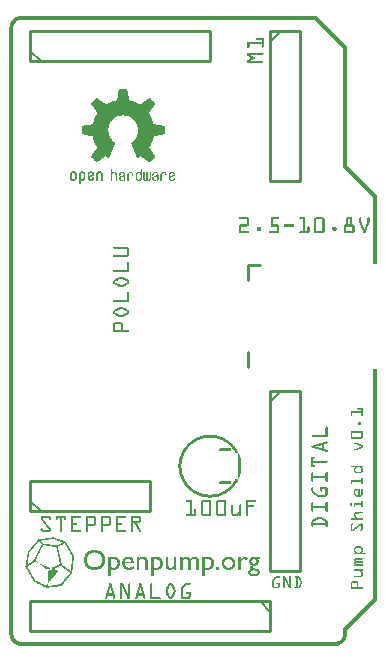
<source format=gto>
G04 MADE WITH FRITZING*
G04 WWW.FRITZING.ORG*
G04 DOUBLE SIDED*
G04 HOLES PLATED*
G04 CONTOUR ON CENTER OF CONTOUR VECTOR*
%ASAXBY*%
%FSLAX23Y23*%
%MOIN*%
%OFA0B0*%
%SFA1.0B1.0*%
%ADD10C,0.010000*%
%ADD11C,0.005000*%
%ADD12R,0.001000X0.001000*%
%LNSILK1*%
G90*
G70*
G54D10*
X870Y2050D02*
X870Y1550D01*
D02*
X870Y1550D02*
X970Y1550D01*
D02*
X970Y1550D02*
X970Y2050D01*
D02*
X970Y2050D02*
X870Y2050D01*
G54D11*
D02*
X870Y2015D02*
X905Y2050D01*
G54D10*
D02*
X70Y450D02*
X470Y450D01*
D02*
X470Y450D02*
X470Y550D01*
D02*
X470Y550D02*
X70Y550D01*
D02*
X70Y550D02*
X70Y450D01*
G54D11*
D02*
X105Y450D02*
X70Y485D01*
G54D10*
D02*
X70Y1950D02*
X670Y1950D01*
D02*
X670Y1950D02*
X670Y2050D01*
D02*
X670Y2050D02*
X70Y2050D01*
D02*
X70Y2050D02*
X70Y1950D01*
G54D11*
D02*
X105Y1950D02*
X70Y1985D01*
G54D10*
D02*
X870Y150D02*
X70Y150D01*
D02*
X70Y150D02*
X70Y50D01*
D02*
X70Y50D02*
X870Y50D01*
D02*
X870Y50D02*
X870Y150D01*
G54D11*
D02*
X835Y150D02*
X870Y115D01*
G54D10*
D02*
X795Y930D02*
X795Y980D01*
D02*
X835Y1270D02*
X795Y1270D01*
D02*
X795Y1270D02*
X795Y1220D01*
D02*
X870Y850D02*
X870Y250D01*
D02*
X870Y250D02*
X970Y250D01*
D02*
X970Y250D02*
X970Y850D01*
D02*
X970Y850D02*
X870Y850D01*
G54D11*
D02*
X870Y815D02*
X905Y850D01*
G54D12*
X34Y2102D02*
X1022Y2102D01*
X30Y2101D02*
X1023Y2101D01*
X28Y2100D02*
X1024Y2100D01*
X25Y2099D02*
X1025Y2099D01*
X23Y2098D02*
X1026Y2098D01*
X21Y2097D02*
X1027Y2097D01*
X20Y2096D02*
X1028Y2096D01*
X18Y2095D02*
X1029Y2095D01*
X17Y2094D02*
X1030Y2094D01*
X16Y2093D02*
X1031Y2093D01*
X15Y2092D02*
X1032Y2092D01*
X14Y2091D02*
X1033Y2091D01*
X13Y2090D02*
X1034Y2090D01*
X12Y2089D02*
X1035Y2089D01*
X11Y2088D02*
X34Y2088D01*
X1018Y2088D02*
X1036Y2088D01*
X10Y2087D02*
X31Y2087D01*
X1019Y2087D02*
X1037Y2087D01*
X9Y2086D02*
X28Y2086D01*
X1020Y2086D02*
X1038Y2086D01*
X8Y2085D02*
X26Y2085D01*
X1021Y2085D02*
X1039Y2085D01*
X8Y2084D02*
X25Y2084D01*
X1022Y2084D02*
X1040Y2084D01*
X7Y2083D02*
X23Y2083D01*
X1023Y2083D02*
X1041Y2083D01*
X6Y2082D02*
X22Y2082D01*
X1024Y2082D02*
X1042Y2082D01*
X6Y2081D02*
X21Y2081D01*
X1025Y2081D02*
X1043Y2081D01*
X5Y2080D02*
X20Y2080D01*
X1026Y2080D02*
X1044Y2080D01*
X5Y2079D02*
X19Y2079D01*
X1027Y2079D02*
X1045Y2079D01*
X4Y2078D02*
X18Y2078D01*
X1028Y2078D02*
X1046Y2078D01*
X4Y2077D02*
X18Y2077D01*
X1029Y2077D02*
X1047Y2077D01*
X3Y2076D02*
X17Y2076D01*
X1030Y2076D02*
X1048Y2076D01*
X3Y2075D02*
X16Y2075D01*
X1031Y2075D02*
X1049Y2075D01*
X3Y2074D02*
X16Y2074D01*
X1032Y2074D02*
X1050Y2074D01*
X2Y2073D02*
X15Y2073D01*
X1033Y2073D02*
X1051Y2073D01*
X2Y2072D02*
X15Y2072D01*
X1034Y2072D02*
X1052Y2072D01*
X2Y2071D02*
X14Y2071D01*
X1035Y2071D02*
X1053Y2071D01*
X1Y2070D02*
X14Y2070D01*
X1036Y2070D02*
X1054Y2070D01*
X1Y2069D02*
X14Y2069D01*
X1037Y2069D02*
X1055Y2069D01*
X1Y2068D02*
X14Y2068D01*
X1038Y2068D02*
X1056Y2068D01*
X1Y2067D02*
X13Y2067D01*
X1039Y2067D02*
X1057Y2067D01*
X1Y2066D02*
X13Y2066D01*
X1040Y2066D02*
X1058Y2066D01*
X0Y2065D02*
X13Y2065D01*
X1041Y2065D02*
X1059Y2065D01*
X0Y2064D02*
X13Y2064D01*
X1042Y2064D02*
X1060Y2064D01*
X0Y2063D02*
X13Y2063D01*
X1043Y2063D02*
X1061Y2063D01*
X0Y2062D02*
X13Y2062D01*
X1044Y2062D02*
X1062Y2062D01*
X0Y2061D02*
X13Y2061D01*
X1045Y2061D02*
X1063Y2061D01*
X0Y2060D02*
X13Y2060D01*
X1046Y2060D02*
X1064Y2060D01*
X0Y2059D02*
X13Y2059D01*
X1047Y2059D02*
X1065Y2059D01*
X0Y2058D02*
X13Y2058D01*
X1048Y2058D02*
X1066Y2058D01*
X0Y2057D02*
X13Y2057D01*
X1049Y2057D02*
X1067Y2057D01*
X0Y2056D02*
X13Y2056D01*
X1050Y2056D02*
X1068Y2056D01*
X0Y2055D02*
X13Y2055D01*
X1051Y2055D02*
X1069Y2055D01*
X0Y2054D02*
X13Y2054D01*
X1052Y2054D02*
X1070Y2054D01*
X0Y2053D02*
X13Y2053D01*
X1053Y2053D02*
X1071Y2053D01*
X0Y2052D02*
X13Y2052D01*
X1054Y2052D02*
X1072Y2052D01*
X0Y2051D02*
X13Y2051D01*
X1055Y2051D02*
X1073Y2051D01*
X0Y2050D02*
X13Y2050D01*
X1056Y2050D02*
X1074Y2050D01*
X0Y2049D02*
X13Y2049D01*
X1057Y2049D02*
X1075Y2049D01*
X0Y2048D02*
X13Y2048D01*
X1058Y2048D02*
X1076Y2048D01*
X0Y2047D02*
X13Y2047D01*
X1059Y2047D02*
X1077Y2047D01*
X0Y2046D02*
X13Y2046D01*
X1060Y2046D02*
X1078Y2046D01*
X0Y2045D02*
X13Y2045D01*
X1061Y2045D02*
X1079Y2045D01*
X0Y2044D02*
X13Y2044D01*
X1062Y2044D02*
X1080Y2044D01*
X0Y2043D02*
X13Y2043D01*
X1063Y2043D02*
X1081Y2043D01*
X0Y2042D02*
X13Y2042D01*
X1064Y2042D02*
X1082Y2042D01*
X0Y2041D02*
X13Y2041D01*
X1065Y2041D02*
X1083Y2041D01*
X0Y2040D02*
X13Y2040D01*
X1066Y2040D02*
X1084Y2040D01*
X0Y2039D02*
X13Y2039D01*
X1067Y2039D02*
X1085Y2039D01*
X0Y2038D02*
X13Y2038D01*
X1068Y2038D02*
X1086Y2038D01*
X0Y2037D02*
X13Y2037D01*
X1069Y2037D02*
X1087Y2037D01*
X0Y2036D02*
X13Y2036D01*
X1070Y2036D02*
X1088Y2036D01*
X0Y2035D02*
X13Y2035D01*
X1071Y2035D02*
X1089Y2035D01*
X0Y2034D02*
X13Y2034D01*
X1072Y2034D02*
X1090Y2034D01*
X0Y2033D02*
X13Y2033D01*
X1073Y2033D02*
X1091Y2033D01*
X0Y2032D02*
X13Y2032D01*
X1074Y2032D02*
X1092Y2032D01*
X0Y2031D02*
X13Y2031D01*
X1075Y2031D02*
X1093Y2031D01*
X0Y2030D02*
X13Y2030D01*
X1076Y2030D02*
X1094Y2030D01*
X0Y2029D02*
X13Y2029D01*
X1077Y2029D02*
X1095Y2029D01*
X0Y2028D02*
X13Y2028D01*
X825Y2028D02*
X846Y2028D01*
X1078Y2028D02*
X1096Y2028D01*
X0Y2027D02*
X13Y2027D01*
X824Y2027D02*
X846Y2027D01*
X1079Y2027D02*
X1097Y2027D01*
X0Y2026D02*
X13Y2026D01*
X823Y2026D02*
X847Y2026D01*
X1080Y2026D02*
X1098Y2026D01*
X0Y2025D02*
X13Y2025D01*
X823Y2025D02*
X847Y2025D01*
X1081Y2025D02*
X1099Y2025D01*
X0Y2024D02*
X13Y2024D01*
X823Y2024D02*
X847Y2024D01*
X1082Y2024D02*
X1100Y2024D01*
X0Y2023D02*
X13Y2023D01*
X824Y2023D02*
X847Y2023D01*
X1083Y2023D02*
X1101Y2023D01*
X0Y2022D02*
X13Y2022D01*
X826Y2022D02*
X847Y2022D01*
X1084Y2022D02*
X1102Y2022D01*
X0Y2021D02*
X13Y2021D01*
X841Y2021D02*
X847Y2021D01*
X1085Y2021D02*
X1103Y2021D01*
X0Y2020D02*
X13Y2020D01*
X841Y2020D02*
X847Y2020D01*
X1086Y2020D02*
X1104Y2020D01*
X0Y2019D02*
X13Y2019D01*
X841Y2019D02*
X847Y2019D01*
X1087Y2019D02*
X1105Y2019D01*
X0Y2018D02*
X13Y2018D01*
X841Y2018D02*
X847Y2018D01*
X1088Y2018D02*
X1106Y2018D01*
X0Y2017D02*
X13Y2017D01*
X841Y2017D02*
X847Y2017D01*
X1089Y2017D02*
X1107Y2017D01*
X0Y2016D02*
X13Y2016D01*
X841Y2016D02*
X847Y2016D01*
X1090Y2016D02*
X1108Y2016D01*
X0Y2015D02*
X13Y2015D01*
X794Y2015D02*
X847Y2015D01*
X1091Y2015D02*
X1109Y2015D01*
X0Y2014D02*
X13Y2014D01*
X794Y2014D02*
X847Y2014D01*
X1092Y2014D02*
X1110Y2014D01*
X0Y2013D02*
X13Y2013D01*
X794Y2013D02*
X847Y2013D01*
X1093Y2013D02*
X1111Y2013D01*
X0Y2012D02*
X13Y2012D01*
X794Y2012D02*
X847Y2012D01*
X1094Y2012D02*
X1112Y2012D01*
X0Y2011D02*
X13Y2011D01*
X794Y2011D02*
X847Y2011D01*
X1095Y2011D02*
X1113Y2011D01*
X0Y2010D02*
X13Y2010D01*
X794Y2010D02*
X847Y2010D01*
X1096Y2010D02*
X1114Y2010D01*
X0Y2009D02*
X13Y2009D01*
X794Y2009D02*
X847Y2009D01*
X1097Y2009D02*
X1115Y2009D01*
X0Y2008D02*
X13Y2008D01*
X794Y2008D02*
X800Y2008D01*
X840Y2008D02*
X847Y2008D01*
X1098Y2008D02*
X1116Y2008D01*
X0Y2007D02*
X13Y2007D01*
X794Y2007D02*
X800Y2007D01*
X841Y2007D02*
X847Y2007D01*
X1099Y2007D02*
X1117Y2007D01*
X0Y2006D02*
X13Y2006D01*
X794Y2006D02*
X800Y2006D01*
X841Y2006D02*
X847Y2006D01*
X1100Y2006D02*
X1118Y2006D01*
X0Y2005D02*
X13Y2005D01*
X794Y2005D02*
X800Y2005D01*
X841Y2005D02*
X847Y2005D01*
X1101Y2005D02*
X1119Y2005D01*
X0Y2004D02*
X13Y2004D01*
X794Y2004D02*
X800Y2004D01*
X841Y2004D02*
X847Y2004D01*
X1102Y2004D02*
X1120Y2004D01*
X0Y2003D02*
X13Y2003D01*
X794Y2003D02*
X800Y2003D01*
X841Y2003D02*
X847Y2003D01*
X1103Y2003D02*
X1121Y2003D01*
X0Y2002D02*
X13Y2002D01*
X794Y2002D02*
X800Y2002D01*
X841Y2002D02*
X847Y2002D01*
X1104Y2002D02*
X1122Y2002D01*
X0Y2001D02*
X13Y2001D01*
X794Y2001D02*
X800Y2001D01*
X841Y2001D02*
X847Y2001D01*
X1105Y2001D02*
X1123Y2001D01*
X0Y2000D02*
X13Y2000D01*
X794Y2000D02*
X800Y2000D01*
X841Y2000D02*
X847Y2000D01*
X1106Y2000D02*
X1124Y2000D01*
X0Y1999D02*
X13Y1999D01*
X794Y1999D02*
X800Y1999D01*
X841Y1999D02*
X847Y1999D01*
X1107Y1999D02*
X1125Y1999D01*
X0Y1998D02*
X13Y1998D01*
X794Y1998D02*
X800Y1998D01*
X841Y1998D02*
X847Y1998D01*
X1108Y1998D02*
X1125Y1998D01*
X0Y1997D02*
X13Y1997D01*
X794Y1997D02*
X800Y1997D01*
X841Y1997D02*
X847Y1997D01*
X1109Y1997D02*
X1125Y1997D01*
X0Y1996D02*
X13Y1996D01*
X794Y1996D02*
X799Y1996D01*
X841Y1996D02*
X846Y1996D01*
X1110Y1996D02*
X1125Y1996D01*
X0Y1995D02*
X13Y1995D01*
X795Y1995D02*
X798Y1995D01*
X842Y1995D02*
X845Y1995D01*
X1111Y1995D02*
X1125Y1995D01*
X0Y1994D02*
X13Y1994D01*
X1112Y1994D02*
X1125Y1994D01*
X0Y1993D02*
X13Y1993D01*
X1112Y1993D02*
X1125Y1993D01*
X0Y1992D02*
X13Y1992D01*
X1112Y1992D02*
X1125Y1992D01*
X0Y1991D02*
X13Y1991D01*
X1112Y1991D02*
X1125Y1991D01*
X0Y1990D02*
X13Y1990D01*
X1112Y1990D02*
X1125Y1990D01*
X0Y1989D02*
X13Y1989D01*
X1112Y1989D02*
X1125Y1989D01*
X0Y1988D02*
X13Y1988D01*
X1112Y1988D02*
X1125Y1988D01*
X0Y1987D02*
X13Y1987D01*
X1112Y1987D02*
X1125Y1987D01*
X0Y1986D02*
X13Y1986D01*
X1112Y1986D02*
X1125Y1986D01*
X0Y1985D02*
X13Y1985D01*
X1112Y1985D02*
X1125Y1985D01*
X0Y1984D02*
X13Y1984D01*
X1112Y1984D02*
X1125Y1984D01*
X0Y1983D02*
X13Y1983D01*
X1112Y1983D02*
X1125Y1983D01*
X0Y1982D02*
X13Y1982D01*
X1112Y1982D02*
X1125Y1982D01*
X0Y1981D02*
X13Y1981D01*
X1112Y1981D02*
X1125Y1981D01*
X0Y1980D02*
X13Y1980D01*
X1112Y1980D02*
X1125Y1980D01*
X0Y1979D02*
X13Y1979D01*
X1112Y1979D02*
X1125Y1979D01*
X0Y1978D02*
X13Y1978D01*
X794Y1978D02*
X845Y1978D01*
X1112Y1978D02*
X1125Y1978D01*
X0Y1977D02*
X13Y1977D01*
X794Y1977D02*
X846Y1977D01*
X1112Y1977D02*
X1125Y1977D01*
X0Y1976D02*
X13Y1976D01*
X794Y1976D02*
X847Y1976D01*
X1112Y1976D02*
X1125Y1976D01*
X0Y1975D02*
X13Y1975D01*
X794Y1975D02*
X847Y1975D01*
X1112Y1975D02*
X1125Y1975D01*
X0Y1974D02*
X13Y1974D01*
X794Y1974D02*
X847Y1974D01*
X1112Y1974D02*
X1125Y1974D01*
X0Y1973D02*
X13Y1973D01*
X794Y1973D02*
X846Y1973D01*
X1112Y1973D02*
X1125Y1973D01*
X0Y1972D02*
X13Y1972D01*
X794Y1972D02*
X845Y1972D01*
X1112Y1972D02*
X1125Y1972D01*
X0Y1971D02*
X13Y1971D01*
X794Y1971D02*
X803Y1971D01*
X1112Y1971D02*
X1125Y1971D01*
X0Y1970D02*
X13Y1970D01*
X794Y1970D02*
X805Y1970D01*
X1112Y1970D02*
X1125Y1970D01*
X0Y1969D02*
X13Y1969D01*
X795Y1969D02*
X806Y1969D01*
X1112Y1969D02*
X1125Y1969D01*
X0Y1968D02*
X13Y1968D01*
X796Y1968D02*
X808Y1968D01*
X1112Y1968D02*
X1125Y1968D01*
X0Y1967D02*
X13Y1967D01*
X798Y1967D02*
X809Y1967D01*
X1112Y1967D02*
X1125Y1967D01*
X0Y1966D02*
X13Y1966D01*
X799Y1966D02*
X810Y1966D01*
X1112Y1966D02*
X1125Y1966D01*
X0Y1965D02*
X13Y1965D01*
X801Y1965D02*
X812Y1965D01*
X1112Y1965D02*
X1125Y1965D01*
X0Y1964D02*
X13Y1964D01*
X802Y1964D02*
X816Y1964D01*
X1112Y1964D02*
X1125Y1964D01*
X0Y1963D02*
X13Y1963D01*
X804Y1963D02*
X817Y1963D01*
X1112Y1963D02*
X1125Y1963D01*
X0Y1962D02*
X13Y1962D01*
X805Y1962D02*
X817Y1962D01*
X1112Y1962D02*
X1125Y1962D01*
X0Y1961D02*
X13Y1961D01*
X805Y1961D02*
X817Y1961D01*
X1112Y1961D02*
X1125Y1961D01*
X0Y1960D02*
X13Y1960D01*
X804Y1960D02*
X817Y1960D01*
X1112Y1960D02*
X1125Y1960D01*
X0Y1959D02*
X13Y1959D01*
X803Y1959D02*
X816Y1959D01*
X1112Y1959D02*
X1125Y1959D01*
X0Y1958D02*
X13Y1958D01*
X801Y1958D02*
X815Y1958D01*
X1112Y1958D02*
X1125Y1958D01*
X0Y1957D02*
X13Y1957D01*
X800Y1957D02*
X811Y1957D01*
X1112Y1957D02*
X1125Y1957D01*
X0Y1956D02*
X13Y1956D01*
X798Y1956D02*
X810Y1956D01*
X1112Y1956D02*
X1125Y1956D01*
X0Y1955D02*
X13Y1955D01*
X797Y1955D02*
X808Y1955D01*
X1112Y1955D02*
X1125Y1955D01*
X0Y1954D02*
X13Y1954D01*
X795Y1954D02*
X807Y1954D01*
X1112Y1954D02*
X1125Y1954D01*
X0Y1953D02*
X13Y1953D01*
X794Y1953D02*
X805Y1953D01*
X1112Y1953D02*
X1125Y1953D01*
X0Y1952D02*
X13Y1952D01*
X794Y1952D02*
X804Y1952D01*
X1112Y1952D02*
X1125Y1952D01*
X0Y1951D02*
X13Y1951D01*
X794Y1951D02*
X844Y1951D01*
X1112Y1951D02*
X1125Y1951D01*
X0Y1950D02*
X13Y1950D01*
X794Y1950D02*
X846Y1950D01*
X1112Y1950D02*
X1125Y1950D01*
X0Y1949D02*
X13Y1949D01*
X794Y1949D02*
X847Y1949D01*
X1112Y1949D02*
X1125Y1949D01*
X0Y1948D02*
X13Y1948D01*
X794Y1948D02*
X847Y1948D01*
X1112Y1948D02*
X1125Y1948D01*
X0Y1947D02*
X13Y1947D01*
X794Y1947D02*
X847Y1947D01*
X1112Y1947D02*
X1125Y1947D01*
X0Y1946D02*
X13Y1946D01*
X794Y1946D02*
X846Y1946D01*
X1112Y1946D02*
X1125Y1946D01*
X0Y1945D02*
X13Y1945D01*
X794Y1945D02*
X846Y1945D01*
X1112Y1945D02*
X1125Y1945D01*
X0Y1944D02*
X13Y1944D01*
X1112Y1944D02*
X1125Y1944D01*
X0Y1943D02*
X13Y1943D01*
X1112Y1943D02*
X1125Y1943D01*
X0Y1942D02*
X13Y1942D01*
X1112Y1942D02*
X1125Y1942D01*
X0Y1941D02*
X13Y1941D01*
X1112Y1941D02*
X1125Y1941D01*
X0Y1940D02*
X13Y1940D01*
X1112Y1940D02*
X1125Y1940D01*
X0Y1939D02*
X13Y1939D01*
X1112Y1939D02*
X1125Y1939D01*
X0Y1938D02*
X13Y1938D01*
X1112Y1938D02*
X1125Y1938D01*
X0Y1937D02*
X13Y1937D01*
X1112Y1937D02*
X1125Y1937D01*
X0Y1936D02*
X13Y1936D01*
X1112Y1936D02*
X1125Y1936D01*
X0Y1935D02*
X13Y1935D01*
X1112Y1935D02*
X1125Y1935D01*
X0Y1934D02*
X13Y1934D01*
X1112Y1934D02*
X1125Y1934D01*
X0Y1933D02*
X13Y1933D01*
X1112Y1933D02*
X1125Y1933D01*
X0Y1932D02*
X13Y1932D01*
X1112Y1932D02*
X1125Y1932D01*
X0Y1931D02*
X13Y1931D01*
X1112Y1931D02*
X1125Y1931D01*
X0Y1930D02*
X13Y1930D01*
X1112Y1930D02*
X1125Y1930D01*
X0Y1929D02*
X13Y1929D01*
X1112Y1929D02*
X1125Y1929D01*
X0Y1928D02*
X13Y1928D01*
X1112Y1928D02*
X1125Y1928D01*
X0Y1927D02*
X13Y1927D01*
X1112Y1927D02*
X1125Y1927D01*
X0Y1926D02*
X13Y1926D01*
X1112Y1926D02*
X1125Y1926D01*
X0Y1925D02*
X13Y1925D01*
X1112Y1925D02*
X1125Y1925D01*
X0Y1924D02*
X13Y1924D01*
X1112Y1924D02*
X1125Y1924D01*
X0Y1923D02*
X13Y1923D01*
X1112Y1923D02*
X1125Y1923D01*
X0Y1922D02*
X13Y1922D01*
X1112Y1922D02*
X1125Y1922D01*
X0Y1921D02*
X13Y1921D01*
X1112Y1921D02*
X1125Y1921D01*
X0Y1920D02*
X13Y1920D01*
X1112Y1920D02*
X1125Y1920D01*
X0Y1919D02*
X13Y1919D01*
X1112Y1919D02*
X1125Y1919D01*
X0Y1918D02*
X13Y1918D01*
X1112Y1918D02*
X1125Y1918D01*
X0Y1917D02*
X13Y1917D01*
X1112Y1917D02*
X1125Y1917D01*
X0Y1916D02*
X13Y1916D01*
X1112Y1916D02*
X1125Y1916D01*
X0Y1915D02*
X13Y1915D01*
X1112Y1915D02*
X1125Y1915D01*
X0Y1914D02*
X13Y1914D01*
X1112Y1914D02*
X1125Y1914D01*
X0Y1913D02*
X13Y1913D01*
X1112Y1913D02*
X1125Y1913D01*
X0Y1912D02*
X13Y1912D01*
X1112Y1912D02*
X1125Y1912D01*
X0Y1911D02*
X13Y1911D01*
X1112Y1911D02*
X1125Y1911D01*
X0Y1910D02*
X13Y1910D01*
X1112Y1910D02*
X1125Y1910D01*
X0Y1909D02*
X13Y1909D01*
X1112Y1909D02*
X1125Y1909D01*
X0Y1908D02*
X13Y1908D01*
X1112Y1908D02*
X1125Y1908D01*
X0Y1907D02*
X13Y1907D01*
X1112Y1907D02*
X1125Y1907D01*
X0Y1906D02*
X13Y1906D01*
X1112Y1906D02*
X1125Y1906D01*
X0Y1905D02*
X13Y1905D01*
X1112Y1905D02*
X1125Y1905D01*
X0Y1904D02*
X13Y1904D01*
X1112Y1904D02*
X1125Y1904D01*
X0Y1903D02*
X13Y1903D01*
X1112Y1903D02*
X1125Y1903D01*
X0Y1902D02*
X13Y1902D01*
X1112Y1902D02*
X1125Y1902D01*
X0Y1901D02*
X13Y1901D01*
X1112Y1901D02*
X1125Y1901D01*
X0Y1900D02*
X13Y1900D01*
X1112Y1900D02*
X1125Y1900D01*
X0Y1899D02*
X13Y1899D01*
X1112Y1899D02*
X1125Y1899D01*
X0Y1898D02*
X13Y1898D01*
X1112Y1898D02*
X1125Y1898D01*
X0Y1897D02*
X13Y1897D01*
X1112Y1897D02*
X1125Y1897D01*
X0Y1896D02*
X13Y1896D01*
X1112Y1896D02*
X1125Y1896D01*
X0Y1895D02*
X13Y1895D01*
X1112Y1895D02*
X1125Y1895D01*
X0Y1894D02*
X13Y1894D01*
X1112Y1894D02*
X1125Y1894D01*
X0Y1893D02*
X13Y1893D01*
X1112Y1893D02*
X1125Y1893D01*
X0Y1892D02*
X13Y1892D01*
X1112Y1892D02*
X1125Y1892D01*
X0Y1891D02*
X13Y1891D01*
X1112Y1891D02*
X1125Y1891D01*
X0Y1890D02*
X13Y1890D01*
X1112Y1890D02*
X1125Y1890D01*
X0Y1889D02*
X13Y1889D01*
X1112Y1889D02*
X1125Y1889D01*
X0Y1888D02*
X13Y1888D01*
X1112Y1888D02*
X1125Y1888D01*
X0Y1887D02*
X13Y1887D01*
X1112Y1887D02*
X1125Y1887D01*
X0Y1886D02*
X13Y1886D01*
X1112Y1886D02*
X1125Y1886D01*
X0Y1885D02*
X13Y1885D01*
X1112Y1885D02*
X1125Y1885D01*
X0Y1884D02*
X13Y1884D01*
X1112Y1884D02*
X1125Y1884D01*
X0Y1883D02*
X13Y1883D01*
X1112Y1883D02*
X1125Y1883D01*
X0Y1882D02*
X13Y1882D01*
X1112Y1882D02*
X1125Y1882D01*
X0Y1881D02*
X13Y1881D01*
X1112Y1881D02*
X1125Y1881D01*
X0Y1880D02*
X13Y1880D01*
X1112Y1880D02*
X1125Y1880D01*
X0Y1879D02*
X13Y1879D01*
X1112Y1879D02*
X1125Y1879D01*
X0Y1878D02*
X13Y1878D01*
X1112Y1878D02*
X1125Y1878D01*
X0Y1877D02*
X13Y1877D01*
X1112Y1877D02*
X1125Y1877D01*
X0Y1876D02*
X13Y1876D01*
X1112Y1876D02*
X1125Y1876D01*
X0Y1875D02*
X13Y1875D01*
X1112Y1875D02*
X1125Y1875D01*
X0Y1874D02*
X13Y1874D01*
X1112Y1874D02*
X1125Y1874D01*
X0Y1873D02*
X13Y1873D01*
X1112Y1873D02*
X1125Y1873D01*
X0Y1872D02*
X13Y1872D01*
X1112Y1872D02*
X1125Y1872D01*
X0Y1871D02*
X13Y1871D01*
X1112Y1871D02*
X1125Y1871D01*
X0Y1870D02*
X13Y1870D01*
X1112Y1870D02*
X1125Y1870D01*
X0Y1869D02*
X13Y1869D01*
X1112Y1869D02*
X1125Y1869D01*
X0Y1868D02*
X13Y1868D01*
X1112Y1868D02*
X1125Y1868D01*
X0Y1867D02*
X13Y1867D01*
X1112Y1867D02*
X1125Y1867D01*
X0Y1866D02*
X13Y1866D01*
X1112Y1866D02*
X1125Y1866D01*
X0Y1865D02*
X13Y1865D01*
X1112Y1865D02*
X1125Y1865D01*
X0Y1864D02*
X13Y1864D01*
X1112Y1864D02*
X1125Y1864D01*
X0Y1863D02*
X13Y1863D01*
X1112Y1863D02*
X1125Y1863D01*
X0Y1862D02*
X13Y1862D01*
X1112Y1862D02*
X1125Y1862D01*
X0Y1861D02*
X13Y1861D01*
X1112Y1861D02*
X1125Y1861D01*
X0Y1860D02*
X13Y1860D01*
X1112Y1860D02*
X1125Y1860D01*
X0Y1859D02*
X13Y1859D01*
X366Y1859D02*
X392Y1859D01*
X1112Y1859D02*
X1125Y1859D01*
X0Y1858D02*
X13Y1858D01*
X366Y1858D02*
X392Y1858D01*
X1112Y1858D02*
X1125Y1858D01*
X0Y1857D02*
X13Y1857D01*
X366Y1857D02*
X393Y1857D01*
X1112Y1857D02*
X1125Y1857D01*
X0Y1856D02*
X13Y1856D01*
X365Y1856D02*
X393Y1856D01*
X1112Y1856D02*
X1125Y1856D01*
X0Y1855D02*
X13Y1855D01*
X365Y1855D02*
X393Y1855D01*
X1112Y1855D02*
X1125Y1855D01*
X0Y1854D02*
X13Y1854D01*
X365Y1854D02*
X393Y1854D01*
X1112Y1854D02*
X1125Y1854D01*
X0Y1853D02*
X13Y1853D01*
X365Y1853D02*
X393Y1853D01*
X1112Y1853D02*
X1125Y1853D01*
X0Y1852D02*
X13Y1852D01*
X365Y1852D02*
X393Y1852D01*
X1112Y1852D02*
X1125Y1852D01*
X0Y1851D02*
X13Y1851D01*
X364Y1851D02*
X394Y1851D01*
X1112Y1851D02*
X1125Y1851D01*
X0Y1850D02*
X13Y1850D01*
X364Y1850D02*
X394Y1850D01*
X1112Y1850D02*
X1125Y1850D01*
X0Y1849D02*
X13Y1849D01*
X364Y1849D02*
X394Y1849D01*
X1112Y1849D02*
X1125Y1849D01*
X0Y1848D02*
X13Y1848D01*
X364Y1848D02*
X394Y1848D01*
X1112Y1848D02*
X1125Y1848D01*
X0Y1847D02*
X13Y1847D01*
X364Y1847D02*
X394Y1847D01*
X1112Y1847D02*
X1125Y1847D01*
X0Y1846D02*
X13Y1846D01*
X364Y1846D02*
X395Y1846D01*
X1112Y1846D02*
X1125Y1846D01*
X0Y1845D02*
X13Y1845D01*
X363Y1845D02*
X395Y1845D01*
X1112Y1845D02*
X1125Y1845D01*
X0Y1844D02*
X13Y1844D01*
X363Y1844D02*
X395Y1844D01*
X1112Y1844D02*
X1125Y1844D01*
X0Y1843D02*
X13Y1843D01*
X363Y1843D02*
X395Y1843D01*
X1112Y1843D02*
X1125Y1843D01*
X0Y1842D02*
X13Y1842D01*
X363Y1842D02*
X395Y1842D01*
X1112Y1842D02*
X1125Y1842D01*
X0Y1841D02*
X13Y1841D01*
X363Y1841D02*
X396Y1841D01*
X1112Y1841D02*
X1125Y1841D01*
X0Y1840D02*
X13Y1840D01*
X362Y1840D02*
X396Y1840D01*
X1112Y1840D02*
X1125Y1840D01*
X0Y1839D02*
X13Y1839D01*
X362Y1839D02*
X396Y1839D01*
X1112Y1839D02*
X1125Y1839D01*
X0Y1838D02*
X13Y1838D01*
X362Y1838D02*
X396Y1838D01*
X1112Y1838D02*
X1125Y1838D01*
X0Y1837D02*
X13Y1837D01*
X362Y1837D02*
X396Y1837D01*
X1112Y1837D02*
X1125Y1837D01*
X0Y1836D02*
X13Y1836D01*
X362Y1836D02*
X396Y1836D01*
X1112Y1836D02*
X1125Y1836D01*
X0Y1835D02*
X13Y1835D01*
X361Y1835D02*
X397Y1835D01*
X1112Y1835D02*
X1125Y1835D01*
X0Y1834D02*
X13Y1834D01*
X361Y1834D02*
X397Y1834D01*
X1112Y1834D02*
X1125Y1834D01*
X0Y1833D02*
X13Y1833D01*
X361Y1833D02*
X397Y1833D01*
X1112Y1833D02*
X1125Y1833D01*
X0Y1832D02*
X13Y1832D01*
X361Y1832D02*
X397Y1832D01*
X1112Y1832D02*
X1125Y1832D01*
X0Y1831D02*
X13Y1831D01*
X361Y1831D02*
X397Y1831D01*
X1112Y1831D02*
X1125Y1831D01*
X0Y1830D02*
X13Y1830D01*
X361Y1830D02*
X398Y1830D01*
X1112Y1830D02*
X1125Y1830D01*
X0Y1829D02*
X13Y1829D01*
X360Y1829D02*
X398Y1829D01*
X1112Y1829D02*
X1125Y1829D01*
X0Y1828D02*
X13Y1828D01*
X290Y1828D02*
X291Y1828D01*
X360Y1828D02*
X398Y1828D01*
X467Y1828D02*
X468Y1828D01*
X1112Y1828D02*
X1125Y1828D01*
X0Y1827D02*
X13Y1827D01*
X289Y1827D02*
X292Y1827D01*
X360Y1827D02*
X398Y1827D01*
X466Y1827D02*
X469Y1827D01*
X1112Y1827D02*
X1125Y1827D01*
X0Y1826D02*
X13Y1826D01*
X288Y1826D02*
X294Y1826D01*
X360Y1826D02*
X398Y1826D01*
X465Y1826D02*
X470Y1826D01*
X1112Y1826D02*
X1125Y1826D01*
X0Y1825D02*
X13Y1825D01*
X287Y1825D02*
X295Y1825D01*
X360Y1825D02*
X399Y1825D01*
X463Y1825D02*
X471Y1825D01*
X1112Y1825D02*
X1125Y1825D01*
X0Y1824D02*
X13Y1824D01*
X286Y1824D02*
X297Y1824D01*
X359Y1824D02*
X399Y1824D01*
X462Y1824D02*
X472Y1824D01*
X1112Y1824D02*
X1125Y1824D01*
X0Y1823D02*
X13Y1823D01*
X285Y1823D02*
X298Y1823D01*
X359Y1823D02*
X399Y1823D01*
X460Y1823D02*
X473Y1823D01*
X1112Y1823D02*
X1125Y1823D01*
X0Y1822D02*
X13Y1822D01*
X284Y1822D02*
X299Y1822D01*
X359Y1822D02*
X399Y1822D01*
X459Y1822D02*
X474Y1822D01*
X1112Y1822D02*
X1125Y1822D01*
X0Y1821D02*
X13Y1821D01*
X283Y1821D02*
X301Y1821D01*
X359Y1821D02*
X399Y1821D01*
X457Y1821D02*
X475Y1821D01*
X1112Y1821D02*
X1125Y1821D01*
X0Y1820D02*
X13Y1820D01*
X282Y1820D02*
X302Y1820D01*
X356Y1820D02*
X402Y1820D01*
X456Y1820D02*
X476Y1820D01*
X1112Y1820D02*
X1125Y1820D01*
X0Y1819D02*
X13Y1819D01*
X281Y1819D02*
X304Y1819D01*
X352Y1819D02*
X406Y1819D01*
X454Y1819D02*
X477Y1819D01*
X1112Y1819D02*
X1125Y1819D01*
X0Y1818D02*
X13Y1818D01*
X280Y1818D02*
X305Y1818D01*
X349Y1818D02*
X410Y1818D01*
X453Y1818D02*
X478Y1818D01*
X1112Y1818D02*
X1125Y1818D01*
X0Y1817D02*
X13Y1817D01*
X279Y1817D02*
X307Y1817D01*
X346Y1817D02*
X412Y1817D01*
X451Y1817D02*
X479Y1817D01*
X1112Y1817D02*
X1125Y1817D01*
X0Y1816D02*
X13Y1816D01*
X278Y1816D02*
X308Y1816D01*
X343Y1816D02*
X415Y1816D01*
X450Y1816D02*
X480Y1816D01*
X1112Y1816D02*
X1125Y1816D01*
X0Y1815D02*
X13Y1815D01*
X277Y1815D02*
X310Y1815D01*
X340Y1815D02*
X418Y1815D01*
X448Y1815D02*
X481Y1815D01*
X1112Y1815D02*
X1125Y1815D01*
X0Y1814D02*
X13Y1814D01*
X276Y1814D02*
X311Y1814D01*
X338Y1814D02*
X420Y1814D01*
X447Y1814D02*
X482Y1814D01*
X1112Y1814D02*
X1125Y1814D01*
X0Y1813D02*
X13Y1813D01*
X275Y1813D02*
X313Y1813D01*
X336Y1813D02*
X422Y1813D01*
X446Y1813D02*
X483Y1813D01*
X1112Y1813D02*
X1125Y1813D01*
X0Y1812D02*
X13Y1812D01*
X274Y1812D02*
X314Y1812D01*
X334Y1812D02*
X424Y1812D01*
X444Y1812D02*
X484Y1812D01*
X1112Y1812D02*
X1125Y1812D01*
X0Y1811D02*
X13Y1811D01*
X273Y1811D02*
X315Y1811D01*
X332Y1811D02*
X427Y1811D01*
X443Y1811D02*
X485Y1811D01*
X1112Y1811D02*
X1125Y1811D01*
X0Y1810D02*
X13Y1810D01*
X272Y1810D02*
X317Y1810D01*
X330Y1810D02*
X428Y1810D01*
X441Y1810D02*
X486Y1810D01*
X1112Y1810D02*
X1125Y1810D01*
X0Y1809D02*
X13Y1809D01*
X272Y1809D02*
X318Y1809D01*
X328Y1809D02*
X430Y1809D01*
X440Y1809D02*
X486Y1809D01*
X1112Y1809D02*
X1125Y1809D01*
X0Y1808D02*
X13Y1808D01*
X273Y1808D02*
X320Y1808D01*
X326Y1808D02*
X432Y1808D01*
X438Y1808D02*
X485Y1808D01*
X1112Y1808D02*
X1125Y1808D01*
X0Y1807D02*
X13Y1807D01*
X274Y1807D02*
X321Y1807D01*
X325Y1807D02*
X433Y1807D01*
X437Y1807D02*
X485Y1807D01*
X1112Y1807D02*
X1125Y1807D01*
X0Y1806D02*
X13Y1806D01*
X274Y1806D02*
X484Y1806D01*
X1112Y1806D02*
X1125Y1806D01*
X0Y1805D02*
X13Y1805D01*
X275Y1805D02*
X483Y1805D01*
X1112Y1805D02*
X1125Y1805D01*
X0Y1804D02*
X13Y1804D01*
X276Y1804D02*
X483Y1804D01*
X1112Y1804D02*
X1125Y1804D01*
X0Y1803D02*
X13Y1803D01*
X276Y1803D02*
X482Y1803D01*
X1112Y1803D02*
X1125Y1803D01*
X0Y1802D02*
X13Y1802D01*
X277Y1802D02*
X481Y1802D01*
X1112Y1802D02*
X1125Y1802D01*
X0Y1801D02*
X13Y1801D01*
X278Y1801D02*
X481Y1801D01*
X1112Y1801D02*
X1125Y1801D01*
X0Y1800D02*
X13Y1800D01*
X278Y1800D02*
X480Y1800D01*
X1112Y1800D02*
X1125Y1800D01*
X0Y1799D02*
X13Y1799D01*
X279Y1799D02*
X479Y1799D01*
X1112Y1799D02*
X1125Y1799D01*
X0Y1798D02*
X13Y1798D01*
X280Y1798D02*
X478Y1798D01*
X1112Y1798D02*
X1125Y1798D01*
X0Y1797D02*
X13Y1797D01*
X280Y1797D02*
X478Y1797D01*
X1112Y1797D02*
X1125Y1797D01*
X0Y1796D02*
X13Y1796D01*
X281Y1796D02*
X477Y1796D01*
X1112Y1796D02*
X1125Y1796D01*
X0Y1795D02*
X13Y1795D01*
X282Y1795D02*
X476Y1795D01*
X1112Y1795D02*
X1125Y1795D01*
X0Y1794D02*
X13Y1794D01*
X282Y1794D02*
X476Y1794D01*
X1112Y1794D02*
X1125Y1794D01*
X0Y1793D02*
X13Y1793D01*
X283Y1793D02*
X475Y1793D01*
X1112Y1793D02*
X1125Y1793D01*
X0Y1792D02*
X13Y1792D01*
X284Y1792D02*
X474Y1792D01*
X1112Y1792D02*
X1125Y1792D01*
X0Y1791D02*
X13Y1791D01*
X285Y1791D02*
X474Y1791D01*
X1112Y1791D02*
X1125Y1791D01*
X0Y1790D02*
X13Y1790D01*
X285Y1790D02*
X473Y1790D01*
X1112Y1790D02*
X1125Y1790D01*
X0Y1789D02*
X13Y1789D01*
X286Y1789D02*
X472Y1789D01*
X1112Y1789D02*
X1125Y1789D01*
X0Y1788D02*
X13Y1788D01*
X287Y1788D02*
X472Y1788D01*
X1112Y1788D02*
X1125Y1788D01*
X0Y1787D02*
X13Y1787D01*
X287Y1787D02*
X471Y1787D01*
X1112Y1787D02*
X1125Y1787D01*
X0Y1786D02*
X13Y1786D01*
X288Y1786D02*
X470Y1786D01*
X1112Y1786D02*
X1125Y1786D01*
X0Y1785D02*
X13Y1785D01*
X289Y1785D02*
X470Y1785D01*
X1112Y1785D02*
X1125Y1785D01*
X0Y1784D02*
X13Y1784D01*
X289Y1784D02*
X469Y1784D01*
X1112Y1784D02*
X1125Y1784D01*
X0Y1783D02*
X13Y1783D01*
X290Y1783D02*
X468Y1783D01*
X1112Y1783D02*
X1125Y1783D01*
X0Y1782D02*
X13Y1782D01*
X291Y1782D02*
X467Y1782D01*
X1112Y1782D02*
X1125Y1782D01*
X0Y1781D02*
X13Y1781D01*
X291Y1781D02*
X467Y1781D01*
X1112Y1781D02*
X1125Y1781D01*
X0Y1780D02*
X13Y1780D01*
X292Y1780D02*
X466Y1780D01*
X1112Y1780D02*
X1125Y1780D01*
X0Y1779D02*
X13Y1779D01*
X293Y1779D02*
X465Y1779D01*
X1112Y1779D02*
X1125Y1779D01*
X0Y1778D02*
X13Y1778D01*
X293Y1778D02*
X465Y1778D01*
X1112Y1778D02*
X1125Y1778D01*
X0Y1777D02*
X13Y1777D01*
X294Y1777D02*
X465Y1777D01*
X1112Y1777D02*
X1125Y1777D01*
X0Y1776D02*
X13Y1776D01*
X293Y1776D02*
X465Y1776D01*
X1112Y1776D02*
X1125Y1776D01*
X0Y1775D02*
X13Y1775D01*
X292Y1775D02*
X466Y1775D01*
X1112Y1775D02*
X1125Y1775D01*
X0Y1774D02*
X13Y1774D01*
X292Y1774D02*
X466Y1774D01*
X1112Y1774D02*
X1125Y1774D01*
X0Y1773D02*
X13Y1773D01*
X291Y1773D02*
X467Y1773D01*
X1112Y1773D02*
X1125Y1773D01*
X0Y1772D02*
X13Y1772D01*
X291Y1772D02*
X468Y1772D01*
X1112Y1772D02*
X1125Y1772D01*
X0Y1771D02*
X13Y1771D01*
X290Y1771D02*
X468Y1771D01*
X1112Y1771D02*
X1125Y1771D01*
X0Y1770D02*
X13Y1770D01*
X289Y1770D02*
X376Y1770D01*
X382Y1770D02*
X469Y1770D01*
X1112Y1770D02*
X1125Y1770D01*
X0Y1769D02*
X13Y1769D01*
X289Y1769D02*
X368Y1769D01*
X390Y1769D02*
X469Y1769D01*
X1112Y1769D02*
X1125Y1769D01*
X0Y1768D02*
X13Y1768D01*
X288Y1768D02*
X364Y1768D01*
X394Y1768D02*
X470Y1768D01*
X1112Y1768D02*
X1125Y1768D01*
X0Y1767D02*
X13Y1767D01*
X288Y1767D02*
X361Y1767D01*
X397Y1767D02*
X470Y1767D01*
X1112Y1767D02*
X1125Y1767D01*
X0Y1766D02*
X13Y1766D01*
X287Y1766D02*
X359Y1766D01*
X399Y1766D02*
X471Y1766D01*
X1112Y1766D02*
X1125Y1766D01*
X0Y1765D02*
X13Y1765D01*
X287Y1765D02*
X357Y1765D01*
X401Y1765D02*
X471Y1765D01*
X1112Y1765D02*
X1125Y1765D01*
X0Y1764D02*
X13Y1764D01*
X286Y1764D02*
X355Y1764D01*
X403Y1764D02*
X472Y1764D01*
X1112Y1764D02*
X1125Y1764D01*
X0Y1763D02*
X13Y1763D01*
X286Y1763D02*
X353Y1763D01*
X405Y1763D02*
X472Y1763D01*
X1112Y1763D02*
X1125Y1763D01*
X0Y1762D02*
X13Y1762D01*
X285Y1762D02*
X351Y1762D01*
X407Y1762D02*
X473Y1762D01*
X1112Y1762D02*
X1125Y1762D01*
X0Y1761D02*
X13Y1761D01*
X285Y1761D02*
X350Y1761D01*
X408Y1761D02*
X473Y1761D01*
X1112Y1761D02*
X1125Y1761D01*
X0Y1760D02*
X13Y1760D01*
X284Y1760D02*
X349Y1760D01*
X410Y1760D02*
X474Y1760D01*
X1112Y1760D02*
X1125Y1760D01*
X0Y1759D02*
X13Y1759D01*
X284Y1759D02*
X347Y1759D01*
X411Y1759D02*
X474Y1759D01*
X1112Y1759D02*
X1125Y1759D01*
X0Y1758D02*
X13Y1758D01*
X284Y1758D02*
X346Y1758D01*
X412Y1758D02*
X475Y1758D01*
X1112Y1758D02*
X1125Y1758D01*
X0Y1757D02*
X13Y1757D01*
X283Y1757D02*
X345Y1757D01*
X413Y1757D02*
X475Y1757D01*
X1112Y1757D02*
X1125Y1757D01*
X0Y1756D02*
X13Y1756D01*
X283Y1756D02*
X344Y1756D01*
X414Y1756D02*
X475Y1756D01*
X1112Y1756D02*
X1125Y1756D01*
X0Y1755D02*
X13Y1755D01*
X283Y1755D02*
X343Y1755D01*
X415Y1755D02*
X476Y1755D01*
X1112Y1755D02*
X1125Y1755D01*
X0Y1754D02*
X13Y1754D01*
X282Y1754D02*
X342Y1754D01*
X416Y1754D02*
X476Y1754D01*
X1112Y1754D02*
X1125Y1754D01*
X0Y1753D02*
X13Y1753D01*
X282Y1753D02*
X341Y1753D01*
X417Y1753D02*
X476Y1753D01*
X1112Y1753D02*
X1125Y1753D01*
X0Y1752D02*
X13Y1752D01*
X281Y1752D02*
X340Y1752D01*
X418Y1752D02*
X477Y1752D01*
X1112Y1752D02*
X1125Y1752D01*
X0Y1751D02*
X13Y1751D01*
X281Y1751D02*
X340Y1751D01*
X419Y1751D02*
X477Y1751D01*
X1112Y1751D02*
X1125Y1751D01*
X0Y1750D02*
X13Y1750D01*
X281Y1750D02*
X339Y1750D01*
X419Y1750D02*
X477Y1750D01*
X1112Y1750D02*
X1125Y1750D01*
X0Y1749D02*
X13Y1749D01*
X280Y1749D02*
X338Y1749D01*
X420Y1749D02*
X478Y1749D01*
X1112Y1749D02*
X1125Y1749D01*
X0Y1748D02*
X13Y1748D01*
X280Y1748D02*
X337Y1748D01*
X421Y1748D02*
X478Y1748D01*
X1112Y1748D02*
X1125Y1748D01*
X0Y1747D02*
X13Y1747D01*
X280Y1747D02*
X337Y1747D01*
X421Y1747D02*
X478Y1747D01*
X1112Y1747D02*
X1125Y1747D01*
X0Y1746D02*
X13Y1746D01*
X280Y1746D02*
X336Y1746D01*
X422Y1746D02*
X479Y1746D01*
X1112Y1746D02*
X1125Y1746D01*
X0Y1745D02*
X13Y1745D01*
X279Y1745D02*
X336Y1745D01*
X423Y1745D02*
X479Y1745D01*
X1112Y1745D02*
X1125Y1745D01*
X0Y1744D02*
X13Y1744D01*
X279Y1744D02*
X335Y1744D01*
X423Y1744D02*
X479Y1744D01*
X1112Y1744D02*
X1125Y1744D01*
X0Y1743D02*
X13Y1743D01*
X279Y1743D02*
X334Y1743D01*
X424Y1743D02*
X479Y1743D01*
X1112Y1743D02*
X1125Y1743D01*
X0Y1742D02*
X13Y1742D01*
X279Y1742D02*
X334Y1742D01*
X424Y1742D02*
X480Y1742D01*
X1112Y1742D02*
X1125Y1742D01*
X0Y1741D02*
X13Y1741D01*
X277Y1741D02*
X333Y1741D01*
X425Y1741D02*
X481Y1741D01*
X1112Y1741D02*
X1125Y1741D01*
X0Y1740D02*
X13Y1740D01*
X271Y1740D02*
X333Y1740D01*
X425Y1740D02*
X487Y1740D01*
X1112Y1740D02*
X1125Y1740D01*
X0Y1739D02*
X13Y1739D01*
X266Y1739D02*
X333Y1739D01*
X426Y1739D02*
X492Y1739D01*
X1112Y1739D02*
X1125Y1739D01*
X0Y1738D02*
X13Y1738D01*
X261Y1738D02*
X332Y1738D01*
X426Y1738D02*
X497Y1738D01*
X1112Y1738D02*
X1125Y1738D01*
X0Y1737D02*
X13Y1737D01*
X255Y1737D02*
X332Y1737D01*
X426Y1737D02*
X503Y1737D01*
X1112Y1737D02*
X1125Y1737D01*
X0Y1736D02*
X13Y1736D01*
X250Y1736D02*
X332Y1736D01*
X427Y1736D02*
X508Y1736D01*
X1112Y1736D02*
X1125Y1736D01*
X0Y1735D02*
X13Y1735D01*
X245Y1735D02*
X331Y1735D01*
X427Y1735D02*
X514Y1735D01*
X1112Y1735D02*
X1125Y1735D01*
X0Y1734D02*
X13Y1734D01*
X241Y1734D02*
X331Y1734D01*
X427Y1734D02*
X518Y1734D01*
X1112Y1734D02*
X1125Y1734D01*
X0Y1733D02*
X13Y1733D01*
X241Y1733D02*
X331Y1733D01*
X427Y1733D02*
X518Y1733D01*
X1112Y1733D02*
X1125Y1733D01*
X0Y1732D02*
X13Y1732D01*
X241Y1732D02*
X330Y1732D01*
X428Y1732D02*
X518Y1732D01*
X1112Y1732D02*
X1125Y1732D01*
X0Y1731D02*
X13Y1731D01*
X241Y1731D02*
X330Y1731D01*
X428Y1731D02*
X518Y1731D01*
X1112Y1731D02*
X1125Y1731D01*
X0Y1730D02*
X13Y1730D01*
X241Y1730D02*
X330Y1730D01*
X428Y1730D02*
X518Y1730D01*
X1112Y1730D02*
X1125Y1730D01*
X0Y1729D02*
X13Y1729D01*
X241Y1729D02*
X330Y1729D01*
X428Y1729D02*
X518Y1729D01*
X1112Y1729D02*
X1125Y1729D01*
X0Y1728D02*
X13Y1728D01*
X241Y1728D02*
X330Y1728D01*
X428Y1728D02*
X518Y1728D01*
X1112Y1728D02*
X1125Y1728D01*
X0Y1727D02*
X13Y1727D01*
X241Y1727D02*
X330Y1727D01*
X429Y1727D02*
X518Y1727D01*
X1112Y1727D02*
X1125Y1727D01*
X0Y1726D02*
X13Y1726D01*
X241Y1726D02*
X329Y1726D01*
X429Y1726D02*
X518Y1726D01*
X1112Y1726D02*
X1125Y1726D01*
X0Y1725D02*
X13Y1725D01*
X241Y1725D02*
X329Y1725D01*
X429Y1725D02*
X518Y1725D01*
X1112Y1725D02*
X1125Y1725D01*
X0Y1724D02*
X13Y1724D01*
X241Y1724D02*
X329Y1724D01*
X429Y1724D02*
X518Y1724D01*
X1112Y1724D02*
X1125Y1724D01*
X0Y1723D02*
X13Y1723D01*
X241Y1723D02*
X329Y1723D01*
X429Y1723D02*
X518Y1723D01*
X1112Y1723D02*
X1125Y1723D01*
X0Y1722D02*
X13Y1722D01*
X241Y1722D02*
X329Y1722D01*
X429Y1722D02*
X518Y1722D01*
X1112Y1722D02*
X1125Y1722D01*
X0Y1721D02*
X13Y1721D01*
X241Y1721D02*
X329Y1721D01*
X429Y1721D02*
X518Y1721D01*
X1112Y1721D02*
X1125Y1721D01*
X0Y1720D02*
X13Y1720D01*
X241Y1720D02*
X329Y1720D01*
X429Y1720D02*
X518Y1720D01*
X1112Y1720D02*
X1125Y1720D01*
X0Y1719D02*
X13Y1719D01*
X241Y1719D02*
X329Y1719D01*
X429Y1719D02*
X518Y1719D01*
X1112Y1719D02*
X1125Y1719D01*
X0Y1718D02*
X13Y1718D01*
X241Y1718D02*
X329Y1718D01*
X429Y1718D02*
X518Y1718D01*
X1112Y1718D02*
X1125Y1718D01*
X0Y1717D02*
X13Y1717D01*
X241Y1717D02*
X329Y1717D01*
X429Y1717D02*
X518Y1717D01*
X1112Y1717D02*
X1125Y1717D01*
X0Y1716D02*
X13Y1716D01*
X241Y1716D02*
X329Y1716D01*
X429Y1716D02*
X518Y1716D01*
X1112Y1716D02*
X1125Y1716D01*
X0Y1715D02*
X13Y1715D01*
X241Y1715D02*
X329Y1715D01*
X429Y1715D02*
X518Y1715D01*
X1112Y1715D02*
X1125Y1715D01*
X0Y1714D02*
X13Y1714D01*
X241Y1714D02*
X329Y1714D01*
X429Y1714D02*
X518Y1714D01*
X1112Y1714D02*
X1125Y1714D01*
X0Y1713D02*
X13Y1713D01*
X241Y1713D02*
X330Y1713D01*
X428Y1713D02*
X518Y1713D01*
X1112Y1713D02*
X1125Y1713D01*
X0Y1712D02*
X13Y1712D01*
X241Y1712D02*
X330Y1712D01*
X428Y1712D02*
X518Y1712D01*
X1112Y1712D02*
X1125Y1712D01*
X0Y1711D02*
X13Y1711D01*
X241Y1711D02*
X330Y1711D01*
X428Y1711D02*
X518Y1711D01*
X1112Y1711D02*
X1125Y1711D01*
X0Y1710D02*
X13Y1710D01*
X241Y1710D02*
X330Y1710D01*
X428Y1710D02*
X518Y1710D01*
X1112Y1710D02*
X1125Y1710D01*
X0Y1709D02*
X13Y1709D01*
X241Y1709D02*
X330Y1709D01*
X428Y1709D02*
X518Y1709D01*
X1112Y1709D02*
X1125Y1709D01*
X0Y1708D02*
X13Y1708D01*
X241Y1708D02*
X331Y1708D01*
X427Y1708D02*
X518Y1708D01*
X1112Y1708D02*
X1125Y1708D01*
X0Y1707D02*
X13Y1707D01*
X242Y1707D02*
X331Y1707D01*
X427Y1707D02*
X516Y1707D01*
X1112Y1707D02*
X1125Y1707D01*
X0Y1706D02*
X13Y1706D01*
X248Y1706D02*
X331Y1706D01*
X427Y1706D02*
X511Y1706D01*
X1112Y1706D02*
X1125Y1706D01*
X0Y1705D02*
X13Y1705D01*
X253Y1705D02*
X332Y1705D01*
X427Y1705D02*
X505Y1705D01*
X1112Y1705D02*
X1125Y1705D01*
X0Y1704D02*
X13Y1704D01*
X258Y1704D02*
X332Y1704D01*
X426Y1704D02*
X500Y1704D01*
X1112Y1704D02*
X1125Y1704D01*
X0Y1703D02*
X13Y1703D01*
X264Y1703D02*
X332Y1703D01*
X426Y1703D02*
X494Y1703D01*
X1112Y1703D02*
X1125Y1703D01*
X0Y1702D02*
X13Y1702D01*
X269Y1702D02*
X333Y1702D01*
X425Y1702D02*
X489Y1702D01*
X1112Y1702D02*
X1125Y1702D01*
X0Y1701D02*
X13Y1701D01*
X275Y1701D02*
X333Y1701D01*
X425Y1701D02*
X484Y1701D01*
X1112Y1701D02*
X1125Y1701D01*
X0Y1700D02*
X13Y1700D01*
X278Y1700D02*
X334Y1700D01*
X425Y1700D02*
X480Y1700D01*
X1112Y1700D02*
X1125Y1700D01*
X0Y1699D02*
X13Y1699D01*
X278Y1699D02*
X334Y1699D01*
X424Y1699D02*
X480Y1699D01*
X1112Y1699D02*
X1125Y1699D01*
X0Y1698D02*
X13Y1698D01*
X278Y1698D02*
X335Y1698D01*
X424Y1698D02*
X480Y1698D01*
X1112Y1698D02*
X1125Y1698D01*
X0Y1697D02*
X13Y1697D01*
X278Y1697D02*
X335Y1697D01*
X423Y1697D02*
X480Y1697D01*
X1112Y1697D02*
X1125Y1697D01*
X0Y1696D02*
X13Y1696D01*
X279Y1696D02*
X336Y1696D01*
X423Y1696D02*
X480Y1696D01*
X1112Y1696D02*
X1125Y1696D01*
X0Y1695D02*
X13Y1695D01*
X279Y1695D02*
X336Y1695D01*
X422Y1695D02*
X479Y1695D01*
X1112Y1695D02*
X1125Y1695D01*
X0Y1694D02*
X13Y1694D01*
X279Y1694D02*
X337Y1694D01*
X421Y1694D02*
X479Y1694D01*
X1112Y1694D02*
X1125Y1694D01*
X0Y1693D02*
X13Y1693D01*
X279Y1693D02*
X338Y1693D01*
X421Y1693D02*
X479Y1693D01*
X1112Y1693D02*
X1125Y1693D01*
X0Y1692D02*
X13Y1692D01*
X280Y1692D02*
X338Y1692D01*
X420Y1692D02*
X479Y1692D01*
X1112Y1692D02*
X1125Y1692D01*
X0Y1691D02*
X13Y1691D01*
X280Y1691D02*
X339Y1691D01*
X419Y1691D02*
X478Y1691D01*
X1112Y1691D02*
X1125Y1691D01*
X0Y1690D02*
X13Y1690D01*
X280Y1690D02*
X340Y1690D01*
X419Y1690D02*
X478Y1690D01*
X1112Y1690D02*
X1125Y1690D01*
X0Y1689D02*
X13Y1689D01*
X280Y1689D02*
X340Y1689D01*
X418Y1689D02*
X478Y1689D01*
X1112Y1689D02*
X1125Y1689D01*
X0Y1688D02*
X13Y1688D01*
X281Y1688D02*
X341Y1688D01*
X417Y1688D02*
X477Y1688D01*
X1112Y1688D02*
X1125Y1688D01*
X0Y1687D02*
X13Y1687D01*
X281Y1687D02*
X342Y1687D01*
X416Y1687D02*
X477Y1687D01*
X1112Y1687D02*
X1125Y1687D01*
X0Y1686D02*
X13Y1686D01*
X281Y1686D02*
X343Y1686D01*
X415Y1686D02*
X477Y1686D01*
X1112Y1686D02*
X1125Y1686D01*
X0Y1685D02*
X13Y1685D01*
X282Y1685D02*
X344Y1685D01*
X414Y1685D02*
X476Y1685D01*
X1112Y1685D02*
X1125Y1685D01*
X0Y1684D02*
X13Y1684D01*
X282Y1684D02*
X345Y1684D01*
X413Y1684D02*
X476Y1684D01*
X1112Y1684D02*
X1125Y1684D01*
X0Y1683D02*
X13Y1683D01*
X283Y1683D02*
X346Y1683D01*
X412Y1683D02*
X476Y1683D01*
X1112Y1683D02*
X1125Y1683D01*
X0Y1682D02*
X13Y1682D01*
X283Y1682D02*
X347Y1682D01*
X411Y1682D02*
X475Y1682D01*
X1112Y1682D02*
X1125Y1682D01*
X0Y1681D02*
X13Y1681D01*
X283Y1681D02*
X349Y1681D01*
X409Y1681D02*
X475Y1681D01*
X1112Y1681D02*
X1125Y1681D01*
X0Y1680D02*
X13Y1680D01*
X284Y1680D02*
X350Y1680D01*
X408Y1680D02*
X475Y1680D01*
X1112Y1680D02*
X1125Y1680D01*
X0Y1679D02*
X13Y1679D01*
X284Y1679D02*
X352Y1679D01*
X406Y1679D02*
X474Y1679D01*
X1112Y1679D02*
X1125Y1679D01*
X0Y1678D02*
X13Y1678D01*
X285Y1678D02*
X353Y1678D01*
X406Y1678D02*
X474Y1678D01*
X1112Y1678D02*
X1125Y1678D01*
X0Y1677D02*
X13Y1677D01*
X285Y1677D02*
X352Y1677D01*
X406Y1677D02*
X473Y1677D01*
X1112Y1677D02*
X1125Y1677D01*
X0Y1676D02*
X13Y1676D01*
X285Y1676D02*
X352Y1676D01*
X406Y1676D02*
X473Y1676D01*
X1112Y1676D02*
X1125Y1676D01*
X0Y1675D02*
X13Y1675D01*
X286Y1675D02*
X351Y1675D01*
X407Y1675D02*
X472Y1675D01*
X1112Y1675D02*
X1125Y1675D01*
X0Y1674D02*
X13Y1674D01*
X286Y1674D02*
X351Y1674D01*
X407Y1674D02*
X472Y1674D01*
X1112Y1674D02*
X1125Y1674D01*
X0Y1673D02*
X13Y1673D01*
X287Y1673D02*
X351Y1673D01*
X408Y1673D02*
X471Y1673D01*
X1112Y1673D02*
X1125Y1673D01*
X0Y1672D02*
X13Y1672D01*
X287Y1672D02*
X350Y1672D01*
X408Y1672D02*
X471Y1672D01*
X1112Y1672D02*
X1125Y1672D01*
X0Y1671D02*
X13Y1671D01*
X288Y1671D02*
X350Y1671D01*
X408Y1671D02*
X470Y1671D01*
X1112Y1671D02*
X1125Y1671D01*
X0Y1670D02*
X13Y1670D01*
X288Y1670D02*
X349Y1670D01*
X409Y1670D02*
X470Y1670D01*
X1112Y1670D02*
X1125Y1670D01*
X0Y1669D02*
X13Y1669D01*
X289Y1669D02*
X349Y1669D01*
X409Y1669D02*
X469Y1669D01*
X1112Y1669D02*
X1125Y1669D01*
X0Y1668D02*
X13Y1668D01*
X290Y1668D02*
X349Y1668D01*
X410Y1668D02*
X469Y1668D01*
X1112Y1668D02*
X1125Y1668D01*
X0Y1667D02*
X13Y1667D01*
X290Y1667D02*
X348Y1667D01*
X410Y1667D02*
X468Y1667D01*
X1112Y1667D02*
X1125Y1667D01*
X0Y1666D02*
X13Y1666D01*
X291Y1666D02*
X348Y1666D01*
X410Y1666D02*
X467Y1666D01*
X1112Y1666D02*
X1125Y1666D01*
X0Y1665D02*
X13Y1665D01*
X291Y1665D02*
X347Y1665D01*
X411Y1665D02*
X467Y1665D01*
X1112Y1665D02*
X1125Y1665D01*
X0Y1664D02*
X13Y1664D01*
X292Y1664D02*
X347Y1664D01*
X411Y1664D02*
X466Y1664D01*
X1112Y1664D02*
X1125Y1664D01*
X0Y1663D02*
X13Y1663D01*
X293Y1663D02*
X346Y1663D01*
X412Y1663D02*
X466Y1663D01*
X1112Y1663D02*
X1125Y1663D01*
X0Y1662D02*
X13Y1662D01*
X292Y1662D02*
X346Y1662D01*
X412Y1662D02*
X466Y1662D01*
X1112Y1662D02*
X1125Y1662D01*
X0Y1661D02*
X13Y1661D01*
X292Y1661D02*
X346Y1661D01*
X413Y1661D02*
X467Y1661D01*
X1112Y1661D02*
X1125Y1661D01*
X0Y1660D02*
X13Y1660D01*
X291Y1660D02*
X345Y1660D01*
X413Y1660D02*
X467Y1660D01*
X1112Y1660D02*
X1125Y1660D01*
X0Y1659D02*
X13Y1659D01*
X290Y1659D02*
X345Y1659D01*
X413Y1659D02*
X468Y1659D01*
X1112Y1659D02*
X1125Y1659D01*
X0Y1658D02*
X13Y1658D01*
X290Y1658D02*
X344Y1658D01*
X414Y1658D02*
X469Y1658D01*
X1112Y1658D02*
X1125Y1658D01*
X0Y1657D02*
X13Y1657D01*
X289Y1657D02*
X344Y1657D01*
X414Y1657D02*
X469Y1657D01*
X1112Y1657D02*
X1125Y1657D01*
X0Y1656D02*
X13Y1656D01*
X288Y1656D02*
X344Y1656D01*
X415Y1656D02*
X470Y1656D01*
X1112Y1656D02*
X1125Y1656D01*
X0Y1655D02*
X13Y1655D01*
X288Y1655D02*
X343Y1655D01*
X415Y1655D02*
X471Y1655D01*
X1112Y1655D02*
X1125Y1655D01*
X0Y1654D02*
X13Y1654D01*
X287Y1654D02*
X343Y1654D01*
X415Y1654D02*
X471Y1654D01*
X1112Y1654D02*
X1125Y1654D01*
X0Y1653D02*
X13Y1653D01*
X286Y1653D02*
X342Y1653D01*
X416Y1653D02*
X472Y1653D01*
X1112Y1653D02*
X1125Y1653D01*
X0Y1652D02*
X13Y1652D01*
X285Y1652D02*
X342Y1652D01*
X416Y1652D02*
X473Y1652D01*
X1112Y1652D02*
X1125Y1652D01*
X0Y1651D02*
X13Y1651D01*
X285Y1651D02*
X342Y1651D01*
X417Y1651D02*
X473Y1651D01*
X1112Y1651D02*
X1125Y1651D01*
X0Y1650D02*
X13Y1650D01*
X284Y1650D02*
X341Y1650D01*
X417Y1650D02*
X474Y1650D01*
X1112Y1650D02*
X1125Y1650D01*
X0Y1649D02*
X13Y1649D01*
X283Y1649D02*
X341Y1649D01*
X417Y1649D02*
X475Y1649D01*
X1112Y1649D02*
X1125Y1649D01*
X0Y1648D02*
X13Y1648D01*
X283Y1648D02*
X340Y1648D01*
X418Y1648D02*
X475Y1648D01*
X1112Y1648D02*
X1125Y1648D01*
X0Y1647D02*
X13Y1647D01*
X282Y1647D02*
X340Y1647D01*
X418Y1647D02*
X476Y1647D01*
X1112Y1647D02*
X1125Y1647D01*
X0Y1646D02*
X13Y1646D01*
X281Y1646D02*
X339Y1646D01*
X419Y1646D02*
X477Y1646D01*
X1112Y1646D02*
X1125Y1646D01*
X0Y1645D02*
X13Y1645D01*
X281Y1645D02*
X339Y1645D01*
X419Y1645D02*
X477Y1645D01*
X1112Y1645D02*
X1125Y1645D01*
X0Y1644D02*
X13Y1644D01*
X280Y1644D02*
X339Y1644D01*
X420Y1644D02*
X478Y1644D01*
X1112Y1644D02*
X1125Y1644D01*
X0Y1643D02*
X13Y1643D01*
X279Y1643D02*
X338Y1643D01*
X420Y1643D02*
X479Y1643D01*
X1112Y1643D02*
X1125Y1643D01*
X0Y1642D02*
X13Y1642D01*
X279Y1642D02*
X338Y1642D01*
X420Y1642D02*
X480Y1642D01*
X1112Y1642D02*
X1125Y1642D01*
X0Y1641D02*
X13Y1641D01*
X278Y1641D02*
X337Y1641D01*
X421Y1641D02*
X480Y1641D01*
X1112Y1641D02*
X1125Y1641D01*
X0Y1640D02*
X13Y1640D01*
X277Y1640D02*
X337Y1640D01*
X421Y1640D02*
X481Y1640D01*
X1112Y1640D02*
X1125Y1640D01*
X0Y1639D02*
X13Y1639D01*
X277Y1639D02*
X337Y1639D01*
X422Y1639D02*
X482Y1639D01*
X1112Y1639D02*
X1125Y1639D01*
X0Y1638D02*
X13Y1638D01*
X276Y1638D02*
X336Y1638D01*
X422Y1638D02*
X482Y1638D01*
X1112Y1638D02*
X1125Y1638D01*
X0Y1637D02*
X13Y1637D01*
X275Y1637D02*
X336Y1637D01*
X422Y1637D02*
X483Y1637D01*
X1112Y1637D02*
X1125Y1637D01*
X0Y1636D02*
X13Y1636D01*
X275Y1636D02*
X335Y1636D01*
X423Y1636D02*
X484Y1636D01*
X1112Y1636D02*
X1125Y1636D01*
X0Y1635D02*
X13Y1635D01*
X274Y1635D02*
X335Y1635D01*
X423Y1635D02*
X484Y1635D01*
X1112Y1635D02*
X1125Y1635D01*
X0Y1634D02*
X13Y1634D01*
X273Y1634D02*
X334Y1634D01*
X424Y1634D02*
X485Y1634D01*
X1112Y1634D02*
X1125Y1634D01*
X0Y1633D02*
X13Y1633D01*
X272Y1633D02*
X319Y1633D01*
X322Y1633D02*
X334Y1633D01*
X424Y1633D02*
X436Y1633D01*
X439Y1633D02*
X486Y1633D01*
X1112Y1633D02*
X1125Y1633D01*
X0Y1632D02*
X13Y1632D01*
X272Y1632D02*
X318Y1632D01*
X324Y1632D02*
X334Y1632D01*
X425Y1632D02*
X435Y1632D01*
X441Y1632D02*
X486Y1632D01*
X1112Y1632D02*
X1125Y1632D01*
X0Y1631D02*
X13Y1631D01*
X273Y1631D02*
X316Y1631D01*
X325Y1631D02*
X333Y1631D01*
X425Y1631D02*
X433Y1631D01*
X442Y1631D02*
X486Y1631D01*
X1112Y1631D02*
X1125Y1631D01*
X0Y1630D02*
X13Y1630D01*
X274Y1630D02*
X315Y1630D01*
X327Y1630D02*
X333Y1630D01*
X425Y1630D02*
X431Y1630D01*
X443Y1630D02*
X485Y1630D01*
X1112Y1630D02*
X1125Y1630D01*
X0Y1629D02*
X13Y1629D01*
X275Y1629D02*
X313Y1629D01*
X329Y1629D02*
X332Y1629D01*
X426Y1629D02*
X430Y1629D01*
X445Y1629D02*
X484Y1629D01*
X1112Y1629D02*
X1125Y1629D01*
X0Y1628D02*
X13Y1628D01*
X276Y1628D02*
X312Y1628D01*
X330Y1628D02*
X332Y1628D01*
X426Y1628D02*
X428Y1628D01*
X446Y1628D02*
X483Y1628D01*
X1112Y1628D02*
X1125Y1628D01*
X0Y1627D02*
X13Y1627D01*
X277Y1627D02*
X310Y1627D01*
X448Y1627D02*
X482Y1627D01*
X1112Y1627D02*
X1125Y1627D01*
X0Y1626D02*
X13Y1626D01*
X278Y1626D02*
X309Y1626D01*
X449Y1626D02*
X481Y1626D01*
X1112Y1626D02*
X1125Y1626D01*
X0Y1625D02*
X13Y1625D01*
X279Y1625D02*
X307Y1625D01*
X451Y1625D02*
X480Y1625D01*
X1112Y1625D02*
X1125Y1625D01*
X0Y1624D02*
X13Y1624D01*
X280Y1624D02*
X306Y1624D01*
X452Y1624D02*
X479Y1624D01*
X1112Y1624D02*
X1125Y1624D01*
X0Y1623D02*
X13Y1623D01*
X281Y1623D02*
X305Y1623D01*
X454Y1623D02*
X478Y1623D01*
X1112Y1623D02*
X1125Y1623D01*
X0Y1622D02*
X13Y1622D01*
X282Y1622D02*
X303Y1622D01*
X455Y1622D02*
X477Y1622D01*
X1112Y1622D02*
X1125Y1622D01*
X0Y1621D02*
X13Y1621D01*
X283Y1621D02*
X302Y1621D01*
X457Y1621D02*
X476Y1621D01*
X1112Y1621D02*
X1125Y1621D01*
X0Y1620D02*
X13Y1620D01*
X284Y1620D02*
X300Y1620D01*
X458Y1620D02*
X475Y1620D01*
X1112Y1620D02*
X1125Y1620D01*
X0Y1619D02*
X13Y1619D01*
X285Y1619D02*
X299Y1619D01*
X459Y1619D02*
X474Y1619D01*
X1112Y1619D02*
X1125Y1619D01*
X0Y1618D02*
X13Y1618D01*
X286Y1618D02*
X297Y1618D01*
X461Y1618D02*
X473Y1618D01*
X1112Y1618D02*
X1125Y1618D01*
X0Y1617D02*
X13Y1617D01*
X287Y1617D02*
X296Y1617D01*
X462Y1617D02*
X472Y1617D01*
X1112Y1617D02*
X1125Y1617D01*
X0Y1616D02*
X13Y1616D01*
X288Y1616D02*
X294Y1616D01*
X464Y1616D02*
X471Y1616D01*
X1112Y1616D02*
X1125Y1616D01*
X0Y1615D02*
X13Y1615D01*
X289Y1615D02*
X293Y1615D01*
X465Y1615D02*
X470Y1615D01*
X1112Y1615D02*
X1125Y1615D01*
X0Y1614D02*
X13Y1614D01*
X290Y1614D02*
X291Y1614D01*
X467Y1614D02*
X469Y1614D01*
X1112Y1614D02*
X1125Y1614D01*
X0Y1613D02*
X13Y1613D01*
X1112Y1613D02*
X1125Y1613D01*
X0Y1612D02*
X13Y1612D01*
X1112Y1612D02*
X1125Y1612D01*
X0Y1611D02*
X13Y1611D01*
X1112Y1611D02*
X1125Y1611D01*
X0Y1610D02*
X13Y1610D01*
X1112Y1610D02*
X1125Y1610D01*
X0Y1609D02*
X13Y1609D01*
X1112Y1609D02*
X1125Y1609D01*
X0Y1608D02*
X13Y1608D01*
X1112Y1608D02*
X1125Y1608D01*
X0Y1607D02*
X13Y1607D01*
X1112Y1607D02*
X1125Y1607D01*
X0Y1606D02*
X13Y1606D01*
X1112Y1606D02*
X1125Y1606D01*
X0Y1605D02*
X13Y1605D01*
X1112Y1605D02*
X1125Y1605D01*
X0Y1604D02*
X13Y1604D01*
X1112Y1604D02*
X1125Y1604D01*
X0Y1603D02*
X13Y1603D01*
X1112Y1603D02*
X1125Y1603D01*
X0Y1602D02*
X13Y1602D01*
X1112Y1602D02*
X1125Y1602D01*
X0Y1601D02*
X13Y1601D01*
X1112Y1601D02*
X1126Y1601D01*
X0Y1600D02*
X13Y1600D01*
X1112Y1600D02*
X1127Y1600D01*
X0Y1599D02*
X13Y1599D01*
X1112Y1599D02*
X1128Y1599D01*
X0Y1598D02*
X13Y1598D01*
X1112Y1598D02*
X1129Y1598D01*
X0Y1597D02*
X13Y1597D01*
X1112Y1597D02*
X1130Y1597D01*
X0Y1596D02*
X13Y1596D01*
X1112Y1596D02*
X1131Y1596D01*
X0Y1595D02*
X13Y1595D01*
X1113Y1595D02*
X1132Y1595D01*
X0Y1594D02*
X13Y1594D01*
X1114Y1594D02*
X1133Y1594D01*
X0Y1593D02*
X13Y1593D01*
X1115Y1593D02*
X1134Y1593D01*
X0Y1592D02*
X13Y1592D01*
X341Y1592D02*
X342Y1592D01*
X440Y1592D02*
X441Y1592D01*
X1116Y1592D02*
X1135Y1592D01*
X0Y1591D02*
X13Y1591D01*
X339Y1591D02*
X342Y1591D01*
X438Y1591D02*
X441Y1591D01*
X1117Y1591D02*
X1136Y1591D01*
X0Y1590D02*
X13Y1590D01*
X338Y1590D02*
X342Y1590D01*
X438Y1590D02*
X441Y1590D01*
X1118Y1590D02*
X1137Y1590D01*
X0Y1589D02*
X13Y1589D01*
X338Y1589D02*
X342Y1589D01*
X438Y1589D02*
X441Y1589D01*
X1119Y1589D02*
X1138Y1589D01*
X0Y1588D02*
X13Y1588D01*
X338Y1588D02*
X342Y1588D01*
X438Y1588D02*
X441Y1588D01*
X1120Y1588D02*
X1139Y1588D01*
X0Y1587D02*
X13Y1587D01*
X338Y1587D02*
X342Y1587D01*
X438Y1587D02*
X441Y1587D01*
X1121Y1587D02*
X1140Y1587D01*
X0Y1586D02*
X13Y1586D01*
X338Y1586D02*
X342Y1586D01*
X438Y1586D02*
X441Y1586D01*
X1122Y1586D02*
X1141Y1586D01*
X0Y1585D02*
X13Y1585D01*
X338Y1585D02*
X342Y1585D01*
X438Y1585D02*
X441Y1585D01*
X1123Y1585D02*
X1142Y1585D01*
X0Y1584D02*
X13Y1584D01*
X338Y1584D02*
X342Y1584D01*
X438Y1584D02*
X441Y1584D01*
X1124Y1584D02*
X1143Y1584D01*
X0Y1583D02*
X13Y1583D01*
X210Y1583D02*
X217Y1583D01*
X239Y1583D02*
X246Y1583D01*
X268Y1583D02*
X275Y1583D01*
X297Y1583D02*
X304Y1583D01*
X338Y1583D02*
X342Y1583D01*
X438Y1583D02*
X441Y1583D01*
X1125Y1583D02*
X1144Y1583D01*
X0Y1582D02*
X13Y1582D01*
X208Y1582D02*
X219Y1582D01*
X237Y1582D02*
X248Y1582D01*
X266Y1582D02*
X277Y1582D01*
X295Y1582D02*
X306Y1582D01*
X338Y1582D02*
X342Y1582D01*
X348Y1582D02*
X348Y1582D01*
X431Y1582D02*
X431Y1582D01*
X438Y1582D02*
X441Y1582D01*
X542Y1582D02*
X542Y1582D01*
X1126Y1582D02*
X1145Y1582D01*
X0Y1581D02*
X13Y1581D01*
X206Y1581D02*
X220Y1581D01*
X236Y1581D02*
X249Y1581D01*
X265Y1581D02*
X278Y1581D01*
X294Y1581D02*
X308Y1581D01*
X338Y1581D02*
X342Y1581D01*
X344Y1581D02*
X352Y1581D01*
X372Y1581D02*
X380Y1581D01*
X399Y1581D02*
X408Y1581D01*
X427Y1581D02*
X435Y1581D01*
X438Y1581D02*
X441Y1581D01*
X449Y1581D02*
X450Y1581D01*
X459Y1581D02*
X461Y1581D01*
X470Y1581D02*
X471Y1581D01*
X483Y1581D02*
X491Y1581D01*
X510Y1581D02*
X518Y1581D01*
X538Y1581D02*
X546Y1581D01*
X1127Y1581D02*
X1146Y1581D01*
X0Y1580D02*
X13Y1580D01*
X205Y1580D02*
X221Y1580D01*
X235Y1580D02*
X250Y1580D01*
X264Y1580D02*
X280Y1580D01*
X293Y1580D02*
X309Y1580D01*
X338Y1580D02*
X354Y1580D01*
X370Y1580D02*
X382Y1580D01*
X398Y1580D02*
X409Y1580D01*
X425Y1580D02*
X441Y1580D01*
X447Y1580D02*
X450Y1580D01*
X457Y1580D02*
X461Y1580D01*
X468Y1580D02*
X471Y1580D01*
X481Y1580D02*
X492Y1580D01*
X509Y1580D02*
X520Y1580D01*
X536Y1580D02*
X547Y1580D01*
X1128Y1580D02*
X1147Y1580D01*
X0Y1579D02*
X13Y1579D01*
X205Y1579D02*
X222Y1579D01*
X234Y1579D02*
X251Y1579D01*
X263Y1579D02*
X280Y1579D01*
X292Y1579D02*
X309Y1579D01*
X338Y1579D02*
X355Y1579D01*
X369Y1579D02*
X383Y1579D01*
X397Y1579D02*
X410Y1579D01*
X424Y1579D02*
X441Y1579D01*
X446Y1579D02*
X450Y1579D01*
X457Y1579D02*
X461Y1579D01*
X468Y1579D02*
X471Y1579D01*
X480Y1579D02*
X493Y1579D01*
X507Y1579D02*
X521Y1579D01*
X535Y1579D02*
X549Y1579D01*
X1129Y1579D02*
X1148Y1579D01*
X0Y1578D02*
X13Y1578D01*
X204Y1578D02*
X223Y1578D01*
X233Y1578D02*
X252Y1578D01*
X262Y1578D02*
X281Y1578D01*
X291Y1578D02*
X310Y1578D01*
X338Y1578D02*
X356Y1578D01*
X368Y1578D02*
X384Y1578D01*
X396Y1578D02*
X411Y1578D01*
X423Y1578D02*
X441Y1578D01*
X446Y1578D02*
X450Y1578D01*
X457Y1578D02*
X461Y1578D01*
X468Y1578D02*
X471Y1578D01*
X479Y1578D02*
X494Y1578D01*
X506Y1578D02*
X522Y1578D01*
X534Y1578D02*
X550Y1578D01*
X1130Y1578D02*
X1149Y1578D01*
X0Y1577D02*
X13Y1577D01*
X203Y1577D02*
X211Y1577D01*
X216Y1577D02*
X223Y1577D01*
X233Y1577D02*
X240Y1577D01*
X245Y1577D02*
X252Y1577D01*
X262Y1577D02*
X269Y1577D01*
X274Y1577D02*
X282Y1577D01*
X291Y1577D02*
X298Y1577D01*
X303Y1577D02*
X311Y1577D01*
X338Y1577D02*
X345Y1577D01*
X351Y1577D02*
X357Y1577D01*
X368Y1577D02*
X373Y1577D01*
X379Y1577D02*
X384Y1577D01*
X395Y1577D02*
X401Y1577D01*
X406Y1577D02*
X412Y1577D01*
X423Y1577D02*
X428Y1577D01*
X434Y1577D02*
X441Y1577D01*
X446Y1577D02*
X450Y1577D01*
X457Y1577D02*
X461Y1577D01*
X468Y1577D02*
X471Y1577D01*
X478Y1577D02*
X484Y1577D01*
X489Y1577D02*
X495Y1577D01*
X506Y1577D02*
X511Y1577D01*
X517Y1577D02*
X523Y1577D01*
X533Y1577D02*
X539Y1577D01*
X545Y1577D02*
X550Y1577D01*
X1131Y1577D02*
X1150Y1577D01*
X0Y1576D02*
X13Y1576D01*
X203Y1576D02*
X209Y1576D01*
X217Y1576D02*
X224Y1576D01*
X232Y1576D02*
X238Y1576D01*
X246Y1576D02*
X253Y1576D01*
X261Y1576D02*
X267Y1576D01*
X276Y1576D02*
X282Y1576D01*
X290Y1576D02*
X297Y1576D01*
X305Y1576D02*
X311Y1576D01*
X338Y1576D02*
X344Y1576D01*
X353Y1576D02*
X357Y1576D01*
X367Y1576D02*
X371Y1576D01*
X380Y1576D02*
X385Y1576D01*
X395Y1576D02*
X399Y1576D01*
X408Y1576D02*
X412Y1576D01*
X422Y1576D02*
X427Y1576D01*
X436Y1576D02*
X441Y1576D01*
X446Y1576D02*
X450Y1576D01*
X457Y1576D02*
X461Y1576D01*
X468Y1576D02*
X471Y1576D01*
X478Y1576D02*
X482Y1576D01*
X491Y1576D02*
X496Y1576D01*
X505Y1576D02*
X510Y1576D01*
X519Y1576D02*
X523Y1576D01*
X533Y1576D02*
X537Y1576D01*
X546Y1576D02*
X551Y1576D01*
X1132Y1576D02*
X1151Y1576D01*
X0Y1575D02*
X13Y1575D01*
X203Y1575D02*
X209Y1575D01*
X218Y1575D02*
X224Y1575D01*
X232Y1575D02*
X238Y1575D01*
X247Y1575D02*
X253Y1575D01*
X261Y1575D02*
X267Y1575D01*
X276Y1575D02*
X282Y1575D01*
X290Y1575D02*
X296Y1575D01*
X305Y1575D02*
X311Y1575D01*
X338Y1575D02*
X343Y1575D01*
X353Y1575D02*
X358Y1575D01*
X367Y1575D02*
X371Y1575D01*
X381Y1575D02*
X385Y1575D01*
X394Y1575D02*
X398Y1575D01*
X409Y1575D02*
X413Y1575D01*
X422Y1575D02*
X426Y1575D01*
X436Y1575D02*
X441Y1575D01*
X446Y1575D02*
X450Y1575D01*
X457Y1575D02*
X461Y1575D01*
X468Y1575D02*
X471Y1575D01*
X477Y1575D02*
X481Y1575D01*
X492Y1575D02*
X496Y1575D01*
X505Y1575D02*
X509Y1575D01*
X519Y1575D02*
X524Y1575D01*
X532Y1575D02*
X537Y1575D01*
X547Y1575D02*
X551Y1575D01*
X1133Y1575D02*
X1152Y1575D01*
X0Y1574D02*
X13Y1574D01*
X203Y1574D02*
X208Y1574D01*
X219Y1574D02*
X224Y1574D01*
X232Y1574D02*
X237Y1574D01*
X248Y1574D02*
X253Y1574D01*
X261Y1574D02*
X266Y1574D01*
X277Y1574D02*
X282Y1574D01*
X290Y1574D02*
X295Y1574D01*
X306Y1574D02*
X311Y1574D01*
X338Y1574D02*
X342Y1574D01*
X354Y1574D02*
X358Y1574D01*
X366Y1574D02*
X370Y1574D01*
X382Y1574D02*
X386Y1574D01*
X394Y1574D02*
X398Y1574D01*
X409Y1574D02*
X413Y1574D01*
X421Y1574D02*
X425Y1574D01*
X437Y1574D02*
X441Y1574D01*
X446Y1574D02*
X450Y1574D01*
X457Y1574D02*
X461Y1574D01*
X468Y1574D02*
X471Y1574D01*
X477Y1574D02*
X481Y1574D01*
X492Y1574D02*
X496Y1574D01*
X504Y1574D02*
X508Y1574D01*
X520Y1574D02*
X524Y1574D01*
X532Y1574D02*
X536Y1574D01*
X548Y1574D02*
X552Y1574D01*
X1134Y1574D02*
X1153Y1574D01*
X0Y1573D02*
X13Y1573D01*
X203Y1573D02*
X208Y1573D01*
X219Y1573D02*
X224Y1573D01*
X232Y1573D02*
X237Y1573D01*
X248Y1573D02*
X253Y1573D01*
X261Y1573D02*
X266Y1573D01*
X276Y1573D02*
X282Y1573D01*
X290Y1573D02*
X295Y1573D01*
X306Y1573D02*
X311Y1573D01*
X338Y1573D02*
X342Y1573D01*
X354Y1573D02*
X358Y1573D01*
X366Y1573D02*
X370Y1573D01*
X382Y1573D02*
X386Y1573D01*
X394Y1573D02*
X397Y1573D01*
X410Y1573D02*
X413Y1573D01*
X421Y1573D02*
X425Y1573D01*
X437Y1573D02*
X441Y1573D01*
X446Y1573D02*
X450Y1573D01*
X457Y1573D02*
X461Y1573D01*
X468Y1573D02*
X471Y1573D01*
X477Y1573D02*
X480Y1573D01*
X493Y1573D02*
X496Y1573D01*
X504Y1573D02*
X508Y1573D01*
X520Y1573D02*
X524Y1573D01*
X532Y1573D02*
X536Y1573D01*
X548Y1573D02*
X552Y1573D01*
X1135Y1573D02*
X1154Y1573D01*
X0Y1572D02*
X13Y1572D01*
X202Y1572D02*
X208Y1572D01*
X219Y1572D02*
X224Y1572D01*
X232Y1572D02*
X237Y1572D01*
X248Y1572D02*
X253Y1572D01*
X261Y1572D02*
X266Y1572D01*
X274Y1572D02*
X282Y1572D01*
X290Y1572D02*
X295Y1572D01*
X306Y1572D02*
X312Y1572D01*
X338Y1572D02*
X342Y1572D01*
X355Y1572D02*
X358Y1572D01*
X366Y1572D02*
X369Y1572D01*
X382Y1572D02*
X386Y1572D01*
X394Y1572D02*
X397Y1572D01*
X410Y1572D02*
X413Y1572D01*
X421Y1572D02*
X425Y1572D01*
X438Y1572D02*
X441Y1572D01*
X446Y1572D02*
X450Y1572D01*
X457Y1572D02*
X461Y1572D01*
X468Y1572D02*
X471Y1572D01*
X477Y1572D02*
X480Y1572D01*
X493Y1572D02*
X496Y1572D01*
X504Y1572D02*
X508Y1572D01*
X521Y1572D02*
X524Y1572D01*
X532Y1572D02*
X535Y1572D01*
X548Y1572D02*
X552Y1572D01*
X1136Y1572D02*
X1155Y1572D01*
X0Y1571D02*
X13Y1571D01*
X202Y1571D02*
X208Y1571D01*
X219Y1571D02*
X224Y1571D01*
X232Y1571D02*
X237Y1571D01*
X248Y1571D02*
X253Y1571D01*
X261Y1571D02*
X266Y1571D01*
X272Y1571D02*
X282Y1571D01*
X290Y1571D02*
X295Y1571D01*
X306Y1571D02*
X312Y1571D01*
X338Y1571D02*
X342Y1571D01*
X355Y1571D02*
X358Y1571D01*
X366Y1571D02*
X369Y1571D01*
X382Y1571D02*
X386Y1571D01*
X394Y1571D02*
X397Y1571D01*
X410Y1571D02*
X412Y1571D01*
X421Y1571D02*
X425Y1571D01*
X438Y1571D02*
X441Y1571D01*
X446Y1571D02*
X450Y1571D01*
X457Y1571D02*
X461Y1571D01*
X468Y1571D02*
X471Y1571D01*
X477Y1571D02*
X480Y1571D01*
X492Y1571D02*
X497Y1571D01*
X504Y1571D02*
X508Y1571D01*
X521Y1571D02*
X523Y1571D01*
X532Y1571D02*
X535Y1571D01*
X546Y1571D02*
X552Y1571D01*
X1137Y1571D02*
X1156Y1571D01*
X0Y1570D02*
X13Y1570D01*
X202Y1570D02*
X208Y1570D01*
X219Y1570D02*
X224Y1570D01*
X232Y1570D02*
X237Y1570D01*
X248Y1570D02*
X253Y1570D01*
X261Y1570D02*
X266Y1570D01*
X270Y1570D02*
X282Y1570D01*
X290Y1570D02*
X295Y1570D01*
X306Y1570D02*
X312Y1570D01*
X338Y1570D02*
X342Y1570D01*
X355Y1570D02*
X358Y1570D01*
X366Y1570D02*
X367Y1570D01*
X379Y1570D02*
X386Y1570D01*
X394Y1570D02*
X397Y1570D01*
X410Y1570D02*
X410Y1570D01*
X421Y1570D02*
X425Y1570D01*
X438Y1570D02*
X441Y1570D01*
X446Y1570D02*
X450Y1570D01*
X457Y1570D02*
X461Y1570D01*
X468Y1570D02*
X471Y1570D01*
X477Y1570D02*
X478Y1570D01*
X490Y1570D02*
X497Y1570D01*
X504Y1570D02*
X508Y1570D01*
X521Y1570D02*
X521Y1570D01*
X532Y1570D02*
X535Y1570D01*
X544Y1570D02*
X552Y1570D01*
X1138Y1570D02*
X1157Y1570D01*
X0Y1569D02*
X13Y1569D01*
X202Y1569D02*
X208Y1569D01*
X219Y1569D02*
X224Y1569D01*
X232Y1569D02*
X237Y1569D01*
X248Y1569D02*
X253Y1569D01*
X261Y1569D02*
X282Y1569D01*
X290Y1569D02*
X295Y1569D01*
X306Y1569D02*
X312Y1569D01*
X338Y1569D02*
X342Y1569D01*
X355Y1569D02*
X358Y1569D01*
X377Y1569D02*
X386Y1569D01*
X394Y1569D02*
X397Y1569D01*
X421Y1569D02*
X425Y1569D01*
X438Y1569D02*
X441Y1569D01*
X446Y1569D02*
X450Y1569D01*
X457Y1569D02*
X461Y1569D01*
X468Y1569D02*
X471Y1569D01*
X487Y1569D02*
X497Y1569D01*
X504Y1569D02*
X508Y1569D01*
X532Y1569D02*
X535Y1569D01*
X542Y1569D02*
X552Y1569D01*
X1139Y1569D02*
X1158Y1569D01*
X0Y1568D02*
X13Y1568D01*
X202Y1568D02*
X208Y1568D01*
X219Y1568D02*
X224Y1568D01*
X232Y1568D02*
X237Y1568D01*
X248Y1568D02*
X253Y1568D01*
X261Y1568D02*
X280Y1568D01*
X290Y1568D02*
X295Y1568D01*
X306Y1568D02*
X312Y1568D01*
X338Y1568D02*
X342Y1568D01*
X355Y1568D02*
X358Y1568D01*
X374Y1568D02*
X386Y1568D01*
X394Y1568D02*
X397Y1568D01*
X421Y1568D02*
X425Y1568D01*
X438Y1568D02*
X441Y1568D01*
X446Y1568D02*
X450Y1568D01*
X457Y1568D02*
X461Y1568D01*
X468Y1568D02*
X471Y1568D01*
X485Y1568D02*
X497Y1568D01*
X504Y1568D02*
X508Y1568D01*
X532Y1568D02*
X535Y1568D01*
X540Y1568D02*
X550Y1568D01*
X1140Y1568D02*
X1159Y1568D01*
X0Y1567D02*
X13Y1567D01*
X202Y1567D02*
X208Y1567D01*
X219Y1567D02*
X224Y1567D01*
X232Y1567D02*
X237Y1567D01*
X248Y1567D02*
X253Y1567D01*
X261Y1567D02*
X277Y1567D01*
X290Y1567D02*
X295Y1567D01*
X306Y1567D02*
X312Y1567D01*
X338Y1567D02*
X342Y1567D01*
X355Y1567D02*
X358Y1567D01*
X372Y1567D02*
X386Y1567D01*
X394Y1567D02*
X397Y1567D01*
X421Y1567D02*
X425Y1567D01*
X438Y1567D02*
X441Y1567D01*
X446Y1567D02*
X450Y1567D01*
X457Y1567D02*
X461Y1567D01*
X468Y1567D02*
X471Y1567D01*
X483Y1567D02*
X497Y1567D01*
X504Y1567D02*
X508Y1567D01*
X532Y1567D02*
X535Y1567D01*
X537Y1567D02*
X547Y1567D01*
X1141Y1567D02*
X1160Y1567D01*
X0Y1566D02*
X13Y1566D01*
X202Y1566D02*
X208Y1566D01*
X219Y1566D02*
X224Y1566D01*
X232Y1566D02*
X237Y1566D01*
X248Y1566D02*
X253Y1566D01*
X261Y1566D02*
X275Y1566D01*
X290Y1566D02*
X295Y1566D01*
X306Y1566D02*
X312Y1566D01*
X338Y1566D02*
X342Y1566D01*
X355Y1566D02*
X358Y1566D01*
X370Y1566D02*
X380Y1566D01*
X382Y1566D02*
X386Y1566D01*
X394Y1566D02*
X397Y1566D01*
X421Y1566D02*
X425Y1566D01*
X438Y1566D02*
X441Y1566D01*
X446Y1566D02*
X450Y1566D01*
X457Y1566D02*
X461Y1566D01*
X468Y1566D02*
X471Y1566D01*
X481Y1566D02*
X491Y1566D01*
X493Y1566D02*
X497Y1566D01*
X504Y1566D02*
X508Y1566D01*
X532Y1566D02*
X545Y1566D01*
X1142Y1566D02*
X1161Y1566D01*
X0Y1565D02*
X13Y1565D01*
X202Y1565D02*
X208Y1565D01*
X219Y1565D02*
X224Y1565D01*
X232Y1565D02*
X237Y1565D01*
X248Y1565D02*
X253Y1565D01*
X261Y1565D02*
X273Y1565D01*
X281Y1565D02*
X282Y1565D01*
X290Y1565D02*
X295Y1565D01*
X306Y1565D02*
X312Y1565D01*
X338Y1565D02*
X342Y1565D01*
X355Y1565D02*
X358Y1565D01*
X368Y1565D02*
X378Y1565D01*
X382Y1565D02*
X386Y1565D01*
X394Y1565D02*
X397Y1565D01*
X421Y1565D02*
X425Y1565D01*
X438Y1565D02*
X441Y1565D01*
X446Y1565D02*
X450Y1565D01*
X457Y1565D02*
X461Y1565D01*
X468Y1565D02*
X471Y1565D01*
X479Y1565D02*
X488Y1565D01*
X493Y1565D02*
X497Y1565D01*
X504Y1565D02*
X508Y1565D01*
X532Y1565D02*
X543Y1565D01*
X1143Y1565D02*
X1162Y1565D01*
X0Y1564D02*
X13Y1564D01*
X202Y1564D02*
X208Y1564D01*
X219Y1564D02*
X224Y1564D01*
X232Y1564D02*
X237Y1564D01*
X248Y1564D02*
X253Y1564D01*
X261Y1564D02*
X271Y1564D01*
X279Y1564D02*
X282Y1564D01*
X290Y1564D02*
X295Y1564D01*
X306Y1564D02*
X312Y1564D01*
X338Y1564D02*
X342Y1564D01*
X355Y1564D02*
X358Y1564D01*
X367Y1564D02*
X375Y1564D01*
X382Y1564D02*
X386Y1564D01*
X394Y1564D02*
X397Y1564D01*
X421Y1564D02*
X425Y1564D01*
X438Y1564D02*
X441Y1564D01*
X446Y1564D02*
X450Y1564D01*
X457Y1564D02*
X461Y1564D01*
X468Y1564D02*
X471Y1564D01*
X478Y1564D02*
X486Y1564D01*
X493Y1564D02*
X497Y1564D01*
X504Y1564D02*
X508Y1564D01*
X532Y1564D02*
X541Y1564D01*
X1144Y1564D02*
X1163Y1564D01*
X0Y1563D02*
X13Y1563D01*
X202Y1563D02*
X208Y1563D01*
X219Y1563D02*
X224Y1563D01*
X232Y1563D02*
X237Y1563D01*
X248Y1563D02*
X253Y1563D01*
X261Y1563D02*
X268Y1563D01*
X277Y1563D02*
X282Y1563D01*
X290Y1563D02*
X295Y1563D01*
X306Y1563D02*
X312Y1563D01*
X338Y1563D02*
X342Y1563D01*
X355Y1563D02*
X358Y1563D01*
X367Y1563D02*
X373Y1563D01*
X382Y1563D02*
X386Y1563D01*
X394Y1563D02*
X397Y1563D01*
X421Y1563D02*
X425Y1563D01*
X438Y1563D02*
X441Y1563D01*
X446Y1563D02*
X450Y1563D01*
X457Y1563D02*
X461Y1563D01*
X468Y1563D02*
X471Y1563D01*
X477Y1563D02*
X483Y1563D01*
X493Y1563D02*
X497Y1563D01*
X504Y1563D02*
X508Y1563D01*
X532Y1563D02*
X538Y1563D01*
X551Y1563D02*
X552Y1563D01*
X1145Y1563D02*
X1164Y1563D01*
X0Y1562D02*
X13Y1562D01*
X203Y1562D02*
X208Y1562D01*
X219Y1562D02*
X224Y1562D01*
X232Y1562D02*
X237Y1562D01*
X248Y1562D02*
X253Y1562D01*
X261Y1562D02*
X266Y1562D01*
X277Y1562D02*
X282Y1562D01*
X290Y1562D02*
X295Y1562D01*
X306Y1562D02*
X312Y1562D01*
X338Y1562D02*
X342Y1562D01*
X355Y1562D02*
X358Y1562D01*
X366Y1562D02*
X371Y1562D01*
X382Y1562D02*
X386Y1562D01*
X394Y1562D02*
X397Y1562D01*
X421Y1562D02*
X425Y1562D01*
X438Y1562D02*
X441Y1562D01*
X446Y1562D02*
X450Y1562D01*
X457Y1562D02*
X461Y1562D01*
X468Y1562D02*
X471Y1562D01*
X477Y1562D02*
X482Y1562D01*
X493Y1562D02*
X497Y1562D01*
X504Y1562D02*
X508Y1562D01*
X532Y1562D02*
X536Y1562D01*
X549Y1562D02*
X552Y1562D01*
X1146Y1562D02*
X1165Y1562D01*
X0Y1561D02*
X13Y1561D01*
X203Y1561D02*
X208Y1561D01*
X219Y1561D02*
X224Y1561D01*
X232Y1561D02*
X237Y1561D01*
X248Y1561D02*
X253Y1561D01*
X261Y1561D02*
X266Y1561D01*
X277Y1561D02*
X282Y1561D01*
X290Y1561D02*
X295Y1561D01*
X306Y1561D02*
X312Y1561D01*
X338Y1561D02*
X342Y1561D01*
X355Y1561D02*
X358Y1561D01*
X366Y1561D02*
X370Y1561D01*
X382Y1561D02*
X386Y1561D01*
X394Y1561D02*
X397Y1561D01*
X421Y1561D02*
X425Y1561D01*
X438Y1561D02*
X441Y1561D01*
X446Y1561D02*
X450Y1561D01*
X457Y1561D02*
X461Y1561D01*
X468Y1561D02*
X471Y1561D01*
X477Y1561D02*
X481Y1561D01*
X493Y1561D02*
X497Y1561D01*
X504Y1561D02*
X508Y1561D01*
X532Y1561D02*
X535Y1561D01*
X548Y1561D02*
X552Y1561D01*
X1147Y1561D02*
X1166Y1561D01*
X0Y1560D02*
X13Y1560D01*
X203Y1560D02*
X208Y1560D01*
X218Y1560D02*
X224Y1560D01*
X232Y1560D02*
X237Y1560D01*
X247Y1560D02*
X253Y1560D01*
X261Y1560D02*
X267Y1560D01*
X277Y1560D02*
X282Y1560D01*
X290Y1560D02*
X295Y1560D01*
X306Y1560D02*
X312Y1560D01*
X338Y1560D02*
X342Y1560D01*
X355Y1560D02*
X358Y1560D01*
X366Y1560D02*
X370Y1560D01*
X382Y1560D02*
X386Y1560D01*
X394Y1560D02*
X397Y1560D01*
X421Y1560D02*
X425Y1560D01*
X437Y1560D02*
X441Y1560D01*
X446Y1560D02*
X450Y1560D01*
X457Y1560D02*
X461Y1560D01*
X468Y1560D02*
X471Y1560D01*
X477Y1560D02*
X480Y1560D01*
X493Y1560D02*
X497Y1560D01*
X504Y1560D02*
X508Y1560D01*
X532Y1560D02*
X536Y1560D01*
X548Y1560D02*
X552Y1560D01*
X1148Y1560D02*
X1167Y1560D01*
X0Y1559D02*
X13Y1559D01*
X203Y1559D02*
X209Y1559D01*
X218Y1559D02*
X224Y1559D01*
X232Y1559D02*
X238Y1559D01*
X247Y1559D02*
X253Y1559D01*
X261Y1559D02*
X267Y1559D01*
X276Y1559D02*
X282Y1559D01*
X290Y1559D02*
X295Y1559D01*
X306Y1559D02*
X312Y1559D01*
X338Y1559D02*
X342Y1559D01*
X355Y1559D02*
X358Y1559D01*
X366Y1559D02*
X369Y1559D01*
X382Y1559D02*
X386Y1559D01*
X394Y1559D02*
X397Y1559D01*
X421Y1559D02*
X425Y1559D01*
X437Y1559D02*
X441Y1559D01*
X446Y1559D02*
X450Y1559D01*
X457Y1559D02*
X461Y1559D01*
X468Y1559D02*
X471Y1559D01*
X476Y1559D02*
X480Y1559D01*
X493Y1559D02*
X497Y1559D01*
X504Y1559D02*
X508Y1559D01*
X532Y1559D02*
X536Y1559D01*
X548Y1559D02*
X551Y1559D01*
X1149Y1559D02*
X1168Y1559D01*
X0Y1558D02*
X13Y1558D01*
X203Y1558D02*
X210Y1558D01*
X217Y1558D02*
X223Y1558D01*
X232Y1558D02*
X239Y1558D01*
X246Y1558D02*
X253Y1558D01*
X262Y1558D02*
X268Y1558D01*
X275Y1558D02*
X281Y1558D01*
X290Y1558D02*
X295Y1558D01*
X306Y1558D02*
X312Y1558D01*
X338Y1558D02*
X342Y1558D01*
X355Y1558D02*
X358Y1558D01*
X366Y1558D02*
X370Y1558D01*
X382Y1558D02*
X386Y1558D01*
X394Y1558D02*
X397Y1558D01*
X422Y1558D02*
X426Y1558D01*
X436Y1558D02*
X441Y1558D01*
X446Y1558D02*
X450Y1558D01*
X457Y1558D02*
X461Y1558D01*
X468Y1558D02*
X471Y1558D01*
X477Y1558D02*
X480Y1558D01*
X493Y1558D02*
X497Y1558D01*
X504Y1558D02*
X508Y1558D01*
X532Y1558D02*
X537Y1558D01*
X547Y1558D02*
X551Y1558D01*
X1150Y1558D02*
X1169Y1558D01*
X0Y1557D02*
X13Y1557D01*
X204Y1557D02*
X223Y1557D01*
X232Y1557D02*
X252Y1557D01*
X262Y1557D02*
X281Y1557D01*
X290Y1557D02*
X295Y1557D01*
X306Y1557D02*
X312Y1557D01*
X338Y1557D02*
X342Y1557D01*
X355Y1557D02*
X358Y1557D01*
X366Y1557D02*
X370Y1557D01*
X382Y1557D02*
X386Y1557D01*
X394Y1557D02*
X397Y1557D01*
X422Y1557D02*
X427Y1557D01*
X436Y1557D02*
X440Y1557D01*
X447Y1557D02*
X450Y1557D01*
X457Y1557D02*
X461Y1557D01*
X467Y1557D02*
X471Y1557D01*
X477Y1557D02*
X481Y1557D01*
X493Y1557D02*
X497Y1557D01*
X504Y1557D02*
X508Y1557D01*
X533Y1557D02*
X537Y1557D01*
X546Y1557D02*
X551Y1557D01*
X1151Y1557D02*
X1170Y1557D01*
X0Y1556D02*
X13Y1556D01*
X204Y1556D02*
X222Y1556D01*
X232Y1556D02*
X251Y1556D01*
X263Y1556D02*
X280Y1556D01*
X290Y1556D02*
X295Y1556D01*
X306Y1556D02*
X312Y1556D01*
X338Y1556D02*
X342Y1556D01*
X355Y1556D02*
X358Y1556D01*
X367Y1556D02*
X372Y1556D01*
X382Y1556D02*
X386Y1556D01*
X394Y1556D02*
X397Y1556D01*
X423Y1556D02*
X428Y1556D01*
X434Y1556D02*
X440Y1556D01*
X447Y1556D02*
X451Y1556D01*
X456Y1556D02*
X462Y1556D01*
X466Y1556D02*
X471Y1556D01*
X477Y1556D02*
X482Y1556D01*
X493Y1556D02*
X497Y1556D01*
X504Y1556D02*
X508Y1556D01*
X533Y1556D02*
X539Y1556D01*
X545Y1556D02*
X550Y1556D01*
X1152Y1556D02*
X1171Y1556D01*
X0Y1555D02*
X13Y1555D01*
X205Y1555D02*
X222Y1555D01*
X232Y1555D02*
X251Y1555D01*
X263Y1555D02*
X280Y1555D01*
X290Y1555D02*
X295Y1555D01*
X306Y1555D02*
X312Y1555D01*
X338Y1555D02*
X342Y1555D01*
X355Y1555D02*
X358Y1555D01*
X367Y1555D02*
X378Y1555D01*
X382Y1555D02*
X386Y1555D01*
X394Y1555D02*
X397Y1555D01*
X423Y1555D02*
X439Y1555D01*
X447Y1555D02*
X470Y1555D01*
X478Y1555D02*
X489Y1555D01*
X493Y1555D02*
X497Y1555D01*
X504Y1555D02*
X508Y1555D01*
X534Y1555D02*
X549Y1555D01*
X1153Y1555D02*
X1172Y1555D01*
X0Y1554D02*
X13Y1554D01*
X206Y1554D02*
X221Y1554D01*
X232Y1554D02*
X250Y1554D01*
X264Y1554D02*
X279Y1554D01*
X290Y1554D02*
X295Y1554D01*
X306Y1554D02*
X312Y1554D01*
X338Y1554D02*
X342Y1554D01*
X355Y1554D02*
X358Y1554D01*
X368Y1554D02*
X378Y1554D01*
X382Y1554D02*
X386Y1554D01*
X394Y1554D02*
X397Y1554D01*
X424Y1554D02*
X438Y1554D01*
X448Y1554D02*
X470Y1554D01*
X479Y1554D02*
X489Y1554D01*
X493Y1554D02*
X497Y1554D01*
X504Y1554D02*
X508Y1554D01*
X535Y1554D02*
X549Y1554D01*
X1154Y1554D02*
X1173Y1554D01*
X0Y1553D02*
X13Y1553D01*
X207Y1553D02*
X219Y1553D01*
X232Y1553D02*
X249Y1553D01*
X265Y1553D02*
X278Y1553D01*
X290Y1553D02*
X295Y1553D01*
X306Y1553D02*
X311Y1553D01*
X338Y1553D02*
X342Y1553D01*
X355Y1553D02*
X358Y1553D01*
X369Y1553D02*
X379Y1553D01*
X382Y1553D02*
X386Y1553D01*
X394Y1553D02*
X397Y1553D01*
X425Y1553D02*
X437Y1553D01*
X449Y1553D02*
X469Y1553D01*
X480Y1553D02*
X489Y1553D01*
X493Y1553D02*
X496Y1553D01*
X504Y1553D02*
X508Y1553D01*
X536Y1553D02*
X547Y1553D01*
X1155Y1553D02*
X1174Y1553D01*
X0Y1552D02*
X13Y1552D01*
X209Y1552D02*
X218Y1552D01*
X232Y1552D02*
X247Y1552D01*
X267Y1552D02*
X276Y1552D01*
X290Y1552D02*
X292Y1552D01*
X306Y1552D02*
X309Y1552D01*
X338Y1552D02*
X340Y1552D01*
X355Y1552D02*
X356Y1552D01*
X371Y1552D02*
X379Y1552D01*
X382Y1552D02*
X384Y1552D01*
X394Y1552D02*
X395Y1552D01*
X427Y1552D02*
X435Y1552D01*
X450Y1552D02*
X457Y1552D01*
X461Y1552D02*
X468Y1552D01*
X481Y1552D02*
X489Y1552D01*
X493Y1552D02*
X495Y1552D01*
X504Y1552D02*
X506Y1552D01*
X538Y1552D02*
X546Y1552D01*
X1156Y1552D02*
X1175Y1552D01*
X0Y1551D02*
X13Y1551D01*
X213Y1551D02*
X214Y1551D01*
X232Y1551D02*
X237Y1551D01*
X241Y1551D02*
X243Y1551D01*
X271Y1551D02*
X272Y1551D01*
X290Y1551D02*
X290Y1551D01*
X306Y1551D02*
X307Y1551D01*
X374Y1551D02*
X375Y1551D01*
X431Y1551D02*
X432Y1551D01*
X453Y1551D02*
X454Y1551D01*
X464Y1551D02*
X465Y1551D01*
X485Y1551D02*
X486Y1551D01*
X541Y1551D02*
X542Y1551D01*
X1157Y1551D02*
X1176Y1551D01*
X0Y1550D02*
X13Y1550D01*
X232Y1550D02*
X237Y1550D01*
X1158Y1550D02*
X1177Y1550D01*
X0Y1549D02*
X13Y1549D01*
X232Y1549D02*
X237Y1549D01*
X1159Y1549D02*
X1178Y1549D01*
X0Y1548D02*
X13Y1548D01*
X232Y1548D02*
X237Y1548D01*
X1160Y1548D02*
X1179Y1548D01*
X0Y1547D02*
X13Y1547D01*
X232Y1547D02*
X237Y1547D01*
X1161Y1547D02*
X1180Y1547D01*
X0Y1546D02*
X13Y1546D01*
X232Y1546D02*
X237Y1546D01*
X1162Y1546D02*
X1181Y1546D01*
X0Y1545D02*
X13Y1545D01*
X232Y1545D02*
X237Y1545D01*
X1163Y1545D02*
X1182Y1545D01*
X0Y1544D02*
X13Y1544D01*
X232Y1544D02*
X237Y1544D01*
X1164Y1544D02*
X1183Y1544D01*
X0Y1543D02*
X13Y1543D01*
X232Y1543D02*
X237Y1543D01*
X1165Y1543D02*
X1184Y1543D01*
X0Y1542D02*
X13Y1542D01*
X232Y1542D02*
X236Y1542D01*
X1166Y1542D02*
X1185Y1542D01*
X0Y1541D02*
X13Y1541D01*
X232Y1541D02*
X234Y1541D01*
X1167Y1541D02*
X1186Y1541D01*
X0Y1540D02*
X13Y1540D01*
X232Y1540D02*
X232Y1540D01*
X1168Y1540D02*
X1187Y1540D01*
X0Y1539D02*
X13Y1539D01*
X1169Y1539D02*
X1188Y1539D01*
X0Y1538D02*
X13Y1538D01*
X1170Y1538D02*
X1189Y1538D01*
X0Y1537D02*
X13Y1537D01*
X1171Y1537D02*
X1190Y1537D01*
X0Y1536D02*
X13Y1536D01*
X1172Y1536D02*
X1191Y1536D01*
X0Y1535D02*
X13Y1535D01*
X1173Y1535D02*
X1192Y1535D01*
X0Y1534D02*
X13Y1534D01*
X1174Y1534D02*
X1193Y1534D01*
X0Y1533D02*
X13Y1533D01*
X1175Y1533D02*
X1194Y1533D01*
X0Y1532D02*
X13Y1532D01*
X1176Y1532D02*
X1195Y1532D01*
X0Y1531D02*
X13Y1531D01*
X1177Y1531D02*
X1196Y1531D01*
X0Y1530D02*
X13Y1530D01*
X1178Y1530D02*
X1197Y1530D01*
X0Y1529D02*
X13Y1529D01*
X1179Y1529D02*
X1198Y1529D01*
X0Y1528D02*
X13Y1528D01*
X1180Y1528D02*
X1199Y1528D01*
X0Y1527D02*
X13Y1527D01*
X1181Y1527D02*
X1200Y1527D01*
X0Y1526D02*
X13Y1526D01*
X1182Y1526D02*
X1201Y1526D01*
X0Y1525D02*
X13Y1525D01*
X1183Y1525D02*
X1202Y1525D01*
X0Y1524D02*
X13Y1524D01*
X1184Y1524D02*
X1203Y1524D01*
X0Y1523D02*
X13Y1523D01*
X1185Y1523D02*
X1204Y1523D01*
X0Y1522D02*
X13Y1522D01*
X1186Y1522D02*
X1205Y1522D01*
X0Y1521D02*
X13Y1521D01*
X1187Y1521D02*
X1206Y1521D01*
X0Y1520D02*
X13Y1520D01*
X1188Y1520D02*
X1207Y1520D01*
X0Y1519D02*
X13Y1519D01*
X1189Y1519D02*
X1208Y1519D01*
X0Y1518D02*
X13Y1518D01*
X1190Y1518D02*
X1209Y1518D01*
X0Y1517D02*
X13Y1517D01*
X1191Y1517D02*
X1210Y1517D01*
X0Y1516D02*
X13Y1516D01*
X1192Y1516D02*
X1211Y1516D01*
X0Y1515D02*
X13Y1515D01*
X1193Y1515D02*
X1212Y1515D01*
X0Y1514D02*
X13Y1514D01*
X1194Y1514D02*
X1213Y1514D01*
X0Y1513D02*
X13Y1513D01*
X1195Y1513D02*
X1214Y1513D01*
X0Y1512D02*
X13Y1512D01*
X1196Y1512D02*
X1215Y1512D01*
X0Y1511D02*
X13Y1511D01*
X1197Y1511D02*
X1216Y1511D01*
X0Y1510D02*
X13Y1510D01*
X1198Y1510D02*
X1217Y1510D01*
X0Y1509D02*
X13Y1509D01*
X1199Y1509D02*
X1218Y1509D01*
X0Y1508D02*
X13Y1508D01*
X1200Y1508D02*
X1219Y1508D01*
X0Y1507D02*
X13Y1507D01*
X1201Y1507D02*
X1220Y1507D01*
X0Y1506D02*
X13Y1506D01*
X1202Y1506D02*
X1221Y1506D01*
X0Y1505D02*
X13Y1505D01*
X1203Y1505D02*
X1222Y1505D01*
X0Y1504D02*
X13Y1504D01*
X1204Y1504D02*
X1223Y1504D01*
X0Y1503D02*
X13Y1503D01*
X1205Y1503D02*
X1224Y1503D01*
X0Y1502D02*
X13Y1502D01*
X1206Y1502D02*
X1225Y1502D01*
X0Y1501D02*
X13Y1501D01*
X1207Y1501D02*
X1225Y1501D01*
X0Y1500D02*
X13Y1500D01*
X1208Y1500D02*
X1225Y1500D01*
X0Y1499D02*
X13Y1499D01*
X1209Y1499D02*
X1225Y1499D01*
X0Y1498D02*
X13Y1498D01*
X1210Y1498D02*
X1225Y1498D01*
X0Y1497D02*
X13Y1497D01*
X1211Y1497D02*
X1225Y1497D01*
X0Y1496D02*
X13Y1496D01*
X1212Y1496D02*
X1225Y1496D01*
X0Y1495D02*
X13Y1495D01*
X1212Y1495D02*
X1225Y1495D01*
X0Y1494D02*
X13Y1494D01*
X1212Y1494D02*
X1225Y1494D01*
X0Y1493D02*
X13Y1493D01*
X1212Y1493D02*
X1225Y1493D01*
X0Y1492D02*
X13Y1492D01*
X1212Y1492D02*
X1225Y1492D01*
X0Y1491D02*
X13Y1491D01*
X1212Y1491D02*
X1225Y1491D01*
X0Y1490D02*
X13Y1490D01*
X1212Y1490D02*
X1225Y1490D01*
X0Y1489D02*
X13Y1489D01*
X1212Y1489D02*
X1225Y1489D01*
X0Y1488D02*
X13Y1488D01*
X1212Y1488D02*
X1225Y1488D01*
X0Y1487D02*
X13Y1487D01*
X1212Y1487D02*
X1225Y1487D01*
X0Y1486D02*
X13Y1486D01*
X1212Y1486D02*
X1225Y1486D01*
X0Y1485D02*
X13Y1485D01*
X1212Y1485D02*
X1225Y1485D01*
X0Y1484D02*
X13Y1484D01*
X1212Y1484D02*
X1225Y1484D01*
X0Y1483D02*
X13Y1483D01*
X1212Y1483D02*
X1225Y1483D01*
X0Y1482D02*
X13Y1482D01*
X1212Y1482D02*
X1225Y1482D01*
X0Y1481D02*
X13Y1481D01*
X1212Y1481D02*
X1225Y1481D01*
X0Y1480D02*
X13Y1480D01*
X1212Y1480D02*
X1225Y1480D01*
X0Y1479D02*
X13Y1479D01*
X1212Y1479D02*
X1225Y1479D01*
X0Y1478D02*
X13Y1478D01*
X1212Y1478D02*
X1225Y1478D01*
X0Y1477D02*
X13Y1477D01*
X1212Y1477D02*
X1225Y1477D01*
X0Y1476D02*
X13Y1476D01*
X1212Y1476D02*
X1225Y1476D01*
X0Y1475D02*
X13Y1475D01*
X1212Y1475D02*
X1225Y1475D01*
X0Y1474D02*
X13Y1474D01*
X1212Y1474D02*
X1225Y1474D01*
X0Y1473D02*
X13Y1473D01*
X1212Y1473D02*
X1225Y1473D01*
X0Y1472D02*
X13Y1472D01*
X1212Y1472D02*
X1225Y1472D01*
X0Y1471D02*
X13Y1471D01*
X1212Y1471D02*
X1225Y1471D01*
X0Y1470D02*
X13Y1470D01*
X1212Y1470D02*
X1225Y1470D01*
X0Y1469D02*
X13Y1469D01*
X1212Y1469D02*
X1225Y1469D01*
X0Y1468D02*
X13Y1468D01*
X1212Y1468D02*
X1225Y1468D01*
X0Y1467D02*
X13Y1467D01*
X1212Y1467D02*
X1225Y1467D01*
X0Y1466D02*
X13Y1466D01*
X1212Y1466D02*
X1225Y1466D01*
X0Y1465D02*
X13Y1465D01*
X1212Y1465D02*
X1225Y1465D01*
X0Y1464D02*
X13Y1464D01*
X1212Y1464D02*
X1225Y1464D01*
X0Y1463D02*
X13Y1463D01*
X1212Y1463D02*
X1225Y1463D01*
X0Y1462D02*
X13Y1462D01*
X1212Y1462D02*
X1225Y1462D01*
X0Y1461D02*
X13Y1461D01*
X1212Y1461D02*
X1225Y1461D01*
X0Y1460D02*
X13Y1460D01*
X1212Y1460D02*
X1225Y1460D01*
X0Y1459D02*
X13Y1459D01*
X1212Y1459D02*
X1225Y1459D01*
X0Y1458D02*
X13Y1458D01*
X1212Y1458D02*
X1225Y1458D01*
X0Y1457D02*
X13Y1457D01*
X1212Y1457D02*
X1225Y1457D01*
X0Y1456D02*
X13Y1456D01*
X1212Y1456D02*
X1225Y1456D01*
X0Y1455D02*
X13Y1455D01*
X1212Y1455D02*
X1225Y1455D01*
X0Y1454D02*
X13Y1454D01*
X1212Y1454D02*
X1225Y1454D01*
X0Y1453D02*
X13Y1453D01*
X1212Y1453D02*
X1225Y1453D01*
X0Y1452D02*
X13Y1452D01*
X1212Y1452D02*
X1225Y1452D01*
X0Y1451D02*
X13Y1451D01*
X1212Y1451D02*
X1225Y1451D01*
X0Y1450D02*
X13Y1450D01*
X1212Y1450D02*
X1225Y1450D01*
X0Y1449D02*
X13Y1449D01*
X1212Y1449D02*
X1225Y1449D01*
X0Y1448D02*
X13Y1448D01*
X1212Y1448D02*
X1225Y1448D01*
X0Y1447D02*
X13Y1447D01*
X1212Y1447D02*
X1225Y1447D01*
X0Y1446D02*
X13Y1446D01*
X1212Y1446D02*
X1225Y1446D01*
X0Y1445D02*
X13Y1445D01*
X1212Y1445D02*
X1225Y1445D01*
X0Y1444D02*
X13Y1444D01*
X1212Y1444D02*
X1225Y1444D01*
X0Y1443D02*
X13Y1443D01*
X1212Y1443D02*
X1225Y1443D01*
X0Y1442D02*
X13Y1442D01*
X1212Y1442D02*
X1225Y1442D01*
X0Y1441D02*
X13Y1441D01*
X1212Y1441D02*
X1225Y1441D01*
X0Y1440D02*
X13Y1440D01*
X1212Y1440D02*
X1225Y1440D01*
X0Y1439D02*
X13Y1439D01*
X1212Y1439D02*
X1225Y1439D01*
X0Y1438D02*
X13Y1438D01*
X1212Y1438D02*
X1225Y1438D01*
X0Y1437D02*
X13Y1437D01*
X1212Y1437D02*
X1225Y1437D01*
X0Y1436D02*
X13Y1436D01*
X1212Y1436D02*
X1225Y1436D01*
X0Y1435D02*
X13Y1435D01*
X1212Y1435D02*
X1225Y1435D01*
X0Y1434D02*
X13Y1434D01*
X1212Y1434D02*
X1225Y1434D01*
X0Y1433D02*
X13Y1433D01*
X1212Y1433D02*
X1225Y1433D01*
X0Y1432D02*
X13Y1432D01*
X1212Y1432D02*
X1225Y1432D01*
X0Y1431D02*
X13Y1431D01*
X1212Y1431D02*
X1225Y1431D01*
X0Y1430D02*
X13Y1430D01*
X767Y1430D02*
X794Y1430D01*
X872Y1430D02*
X897Y1430D01*
X968Y1430D02*
X986Y1430D01*
X1021Y1430D02*
X1045Y1430D01*
X1125Y1430D02*
X1141Y1430D01*
X1169Y1430D02*
X1171Y1430D01*
X1196Y1430D02*
X1198Y1430D01*
X1212Y1430D02*
X1225Y1430D01*
X0Y1429D02*
X13Y1429D01*
X766Y1429D02*
X796Y1429D01*
X872Y1429D02*
X898Y1429D01*
X967Y1429D02*
X986Y1429D01*
X1019Y1429D02*
X1047Y1429D01*
X1124Y1429D02*
X1142Y1429D01*
X1167Y1429D02*
X1172Y1429D01*
X1195Y1429D02*
X1199Y1429D01*
X1212Y1429D02*
X1225Y1429D01*
X0Y1428D02*
X13Y1428D01*
X765Y1428D02*
X797Y1428D01*
X872Y1428D02*
X899Y1428D01*
X966Y1428D02*
X986Y1428D01*
X1018Y1428D02*
X1048Y1428D01*
X1124Y1428D02*
X1143Y1428D01*
X1167Y1428D02*
X1172Y1428D01*
X1194Y1428D02*
X1200Y1428D01*
X1212Y1428D02*
X1225Y1428D01*
X0Y1427D02*
X13Y1427D01*
X765Y1427D02*
X798Y1427D01*
X872Y1427D02*
X899Y1427D01*
X966Y1427D02*
X986Y1427D01*
X1017Y1427D02*
X1049Y1427D01*
X1123Y1427D02*
X1143Y1427D01*
X1167Y1427D02*
X1173Y1427D01*
X1194Y1427D02*
X1200Y1427D01*
X1212Y1427D02*
X1225Y1427D01*
X0Y1426D02*
X13Y1426D01*
X765Y1426D02*
X798Y1426D01*
X872Y1426D02*
X899Y1426D01*
X966Y1426D02*
X986Y1426D01*
X1017Y1426D02*
X1049Y1426D01*
X1123Y1426D02*
X1143Y1426D01*
X1167Y1426D02*
X1173Y1426D01*
X1194Y1426D02*
X1200Y1426D01*
X1212Y1426D02*
X1225Y1426D01*
X0Y1425D02*
X13Y1425D01*
X766Y1425D02*
X799Y1425D01*
X872Y1425D02*
X898Y1425D01*
X967Y1425D02*
X986Y1425D01*
X1016Y1425D02*
X1049Y1425D01*
X1123Y1425D02*
X1143Y1425D01*
X1167Y1425D02*
X1173Y1425D01*
X1194Y1425D02*
X1200Y1425D01*
X1212Y1425D02*
X1225Y1425D01*
X0Y1424D02*
X13Y1424D01*
X767Y1424D02*
X799Y1424D01*
X872Y1424D02*
X897Y1424D01*
X968Y1424D02*
X986Y1424D01*
X1016Y1424D02*
X1050Y1424D01*
X1123Y1424D02*
X1143Y1424D01*
X1167Y1424D02*
X1173Y1424D01*
X1194Y1424D02*
X1200Y1424D01*
X1212Y1424D02*
X1225Y1424D01*
X0Y1423D02*
X13Y1423D01*
X793Y1423D02*
X799Y1423D01*
X872Y1423D02*
X879Y1423D01*
X980Y1423D02*
X986Y1423D01*
X1016Y1423D02*
X1022Y1423D01*
X1044Y1423D02*
X1050Y1423D01*
X1123Y1423D02*
X1129Y1423D01*
X1137Y1423D02*
X1143Y1423D01*
X1167Y1423D02*
X1173Y1423D01*
X1194Y1423D02*
X1200Y1423D01*
X1212Y1423D02*
X1225Y1423D01*
X0Y1422D02*
X13Y1422D01*
X793Y1422D02*
X799Y1422D01*
X872Y1422D02*
X878Y1422D01*
X980Y1422D02*
X986Y1422D01*
X1016Y1422D02*
X1022Y1422D01*
X1044Y1422D02*
X1050Y1422D01*
X1123Y1422D02*
X1129Y1422D01*
X1137Y1422D02*
X1143Y1422D01*
X1167Y1422D02*
X1173Y1422D01*
X1194Y1422D02*
X1200Y1422D01*
X1212Y1422D02*
X1225Y1422D01*
X0Y1421D02*
X13Y1421D01*
X793Y1421D02*
X799Y1421D01*
X872Y1421D02*
X878Y1421D01*
X980Y1421D02*
X986Y1421D01*
X1016Y1421D02*
X1022Y1421D01*
X1044Y1421D02*
X1050Y1421D01*
X1123Y1421D02*
X1129Y1421D01*
X1137Y1421D02*
X1143Y1421D01*
X1167Y1421D02*
X1173Y1421D01*
X1194Y1421D02*
X1200Y1421D01*
X1212Y1421D02*
X1225Y1421D01*
X0Y1420D02*
X13Y1420D01*
X793Y1420D02*
X799Y1420D01*
X872Y1420D02*
X878Y1420D01*
X980Y1420D02*
X986Y1420D01*
X1016Y1420D02*
X1022Y1420D01*
X1044Y1420D02*
X1050Y1420D01*
X1123Y1420D02*
X1129Y1420D01*
X1137Y1420D02*
X1143Y1420D01*
X1167Y1420D02*
X1173Y1420D01*
X1194Y1420D02*
X1200Y1420D01*
X1212Y1420D02*
X1225Y1420D01*
X0Y1419D02*
X13Y1419D01*
X793Y1419D02*
X799Y1419D01*
X872Y1419D02*
X878Y1419D01*
X980Y1419D02*
X986Y1419D01*
X1016Y1419D02*
X1022Y1419D01*
X1044Y1419D02*
X1050Y1419D01*
X1123Y1419D02*
X1129Y1419D01*
X1137Y1419D02*
X1143Y1419D01*
X1167Y1419D02*
X1173Y1419D01*
X1194Y1419D02*
X1200Y1419D01*
X1212Y1419D02*
X1225Y1419D01*
X0Y1418D02*
X13Y1418D01*
X793Y1418D02*
X799Y1418D01*
X872Y1418D02*
X878Y1418D01*
X980Y1418D02*
X986Y1418D01*
X1016Y1418D02*
X1022Y1418D01*
X1044Y1418D02*
X1050Y1418D01*
X1123Y1418D02*
X1129Y1418D01*
X1137Y1418D02*
X1143Y1418D01*
X1167Y1418D02*
X1173Y1418D01*
X1194Y1418D02*
X1200Y1418D01*
X1212Y1418D02*
X1225Y1418D01*
X0Y1417D02*
X13Y1417D01*
X793Y1417D02*
X799Y1417D01*
X872Y1417D02*
X878Y1417D01*
X980Y1417D02*
X986Y1417D01*
X1016Y1417D02*
X1022Y1417D01*
X1044Y1417D02*
X1050Y1417D01*
X1123Y1417D02*
X1129Y1417D01*
X1137Y1417D02*
X1143Y1417D01*
X1167Y1417D02*
X1173Y1417D01*
X1194Y1417D02*
X1200Y1417D01*
X1212Y1417D02*
X1225Y1417D01*
X0Y1416D02*
X13Y1416D01*
X793Y1416D02*
X799Y1416D01*
X872Y1416D02*
X878Y1416D01*
X980Y1416D02*
X986Y1416D01*
X1016Y1416D02*
X1022Y1416D01*
X1044Y1416D02*
X1050Y1416D01*
X1123Y1416D02*
X1129Y1416D01*
X1137Y1416D02*
X1143Y1416D01*
X1167Y1416D02*
X1173Y1416D01*
X1194Y1416D02*
X1200Y1416D01*
X1212Y1416D02*
X1225Y1416D01*
X0Y1415D02*
X13Y1415D01*
X793Y1415D02*
X799Y1415D01*
X872Y1415D02*
X878Y1415D01*
X980Y1415D02*
X986Y1415D01*
X1016Y1415D02*
X1022Y1415D01*
X1044Y1415D02*
X1050Y1415D01*
X1123Y1415D02*
X1129Y1415D01*
X1137Y1415D02*
X1143Y1415D01*
X1167Y1415D02*
X1173Y1415D01*
X1194Y1415D02*
X1200Y1415D01*
X1212Y1415D02*
X1225Y1415D01*
X0Y1414D02*
X13Y1414D01*
X793Y1414D02*
X799Y1414D01*
X872Y1414D02*
X878Y1414D01*
X980Y1414D02*
X986Y1414D01*
X1016Y1414D02*
X1022Y1414D01*
X1044Y1414D02*
X1050Y1414D01*
X1123Y1414D02*
X1129Y1414D01*
X1137Y1414D02*
X1143Y1414D01*
X1167Y1414D02*
X1173Y1414D01*
X1193Y1414D02*
X1200Y1414D01*
X1212Y1414D02*
X1225Y1414D01*
X0Y1413D02*
X13Y1413D01*
X793Y1413D02*
X799Y1413D01*
X872Y1413D02*
X878Y1413D01*
X980Y1413D02*
X986Y1413D01*
X1016Y1413D02*
X1022Y1413D01*
X1044Y1413D02*
X1050Y1413D01*
X1123Y1413D02*
X1129Y1413D01*
X1137Y1413D02*
X1143Y1413D01*
X1167Y1413D02*
X1174Y1413D01*
X1193Y1413D02*
X1200Y1413D01*
X1212Y1413D02*
X1225Y1413D01*
X0Y1412D02*
X13Y1412D01*
X793Y1412D02*
X799Y1412D01*
X872Y1412D02*
X878Y1412D01*
X980Y1412D02*
X986Y1412D01*
X1016Y1412D02*
X1022Y1412D01*
X1044Y1412D02*
X1050Y1412D01*
X1123Y1412D02*
X1129Y1412D01*
X1137Y1412D02*
X1143Y1412D01*
X1168Y1412D02*
X1174Y1412D01*
X1193Y1412D02*
X1199Y1412D01*
X1212Y1412D02*
X1225Y1412D01*
X0Y1411D02*
X13Y1411D01*
X793Y1411D02*
X799Y1411D01*
X872Y1411D02*
X878Y1411D01*
X980Y1411D02*
X986Y1411D01*
X1016Y1411D02*
X1022Y1411D01*
X1044Y1411D02*
X1050Y1411D01*
X1123Y1411D02*
X1129Y1411D01*
X1137Y1411D02*
X1143Y1411D01*
X1168Y1411D02*
X1175Y1411D01*
X1192Y1411D02*
X1199Y1411D01*
X1212Y1411D02*
X1225Y1411D01*
X0Y1410D02*
X13Y1410D01*
X793Y1410D02*
X799Y1410D01*
X872Y1410D02*
X878Y1410D01*
X980Y1410D02*
X986Y1410D01*
X1016Y1410D02*
X1022Y1410D01*
X1044Y1410D02*
X1050Y1410D01*
X1123Y1410D02*
X1129Y1410D01*
X1137Y1410D02*
X1143Y1410D01*
X1168Y1410D02*
X1175Y1410D01*
X1192Y1410D02*
X1198Y1410D01*
X1212Y1410D02*
X1225Y1410D01*
X0Y1409D02*
X13Y1409D01*
X793Y1409D02*
X799Y1409D01*
X872Y1409D02*
X878Y1409D01*
X980Y1409D02*
X986Y1409D01*
X1016Y1409D02*
X1022Y1409D01*
X1044Y1409D02*
X1050Y1409D01*
X1123Y1409D02*
X1129Y1409D01*
X1137Y1409D02*
X1143Y1409D01*
X1169Y1409D02*
X1175Y1409D01*
X1192Y1409D02*
X1198Y1409D01*
X1212Y1409D02*
X1225Y1409D01*
X0Y1408D02*
X13Y1408D01*
X793Y1408D02*
X799Y1408D01*
X872Y1408D02*
X878Y1408D01*
X980Y1408D02*
X986Y1408D01*
X1016Y1408D02*
X1022Y1408D01*
X1044Y1408D02*
X1050Y1408D01*
X1123Y1408D02*
X1129Y1408D01*
X1137Y1408D02*
X1143Y1408D01*
X1169Y1408D02*
X1176Y1408D01*
X1191Y1408D02*
X1198Y1408D01*
X1212Y1408D02*
X1225Y1408D01*
X0Y1407D02*
X13Y1407D01*
X793Y1407D02*
X799Y1407D01*
X872Y1407D02*
X879Y1407D01*
X980Y1407D02*
X986Y1407D01*
X1016Y1407D02*
X1022Y1407D01*
X1044Y1407D02*
X1050Y1407D01*
X1123Y1407D02*
X1130Y1407D01*
X1137Y1407D02*
X1143Y1407D01*
X1170Y1407D02*
X1176Y1407D01*
X1191Y1407D02*
X1197Y1407D01*
X1212Y1407D02*
X1225Y1407D01*
X0Y1406D02*
X13Y1406D01*
X769Y1406D02*
X799Y1406D01*
X872Y1406D02*
X895Y1406D01*
X917Y1406D02*
X948Y1406D01*
X980Y1406D02*
X986Y1406D01*
X1016Y1406D02*
X1022Y1406D01*
X1044Y1406D02*
X1050Y1406D01*
X1120Y1406D02*
X1146Y1406D01*
X1170Y1406D02*
X1176Y1406D01*
X1190Y1406D02*
X1197Y1406D01*
X1212Y1406D02*
X1225Y1406D01*
X0Y1405D02*
X13Y1405D01*
X768Y1405D02*
X799Y1405D01*
X872Y1405D02*
X897Y1405D01*
X916Y1405D02*
X949Y1405D01*
X980Y1405D02*
X986Y1405D01*
X1016Y1405D02*
X1022Y1405D01*
X1044Y1405D02*
X1050Y1405D01*
X1119Y1405D02*
X1148Y1405D01*
X1170Y1405D02*
X1177Y1405D01*
X1190Y1405D02*
X1197Y1405D01*
X1212Y1405D02*
X1225Y1405D01*
X0Y1404D02*
X13Y1404D01*
X767Y1404D02*
X798Y1404D01*
X872Y1404D02*
X898Y1404D01*
X916Y1404D02*
X949Y1404D01*
X980Y1404D02*
X986Y1404D01*
X1016Y1404D02*
X1022Y1404D01*
X1044Y1404D02*
X1050Y1404D01*
X1118Y1404D02*
X1149Y1404D01*
X1171Y1404D02*
X1177Y1404D01*
X1190Y1404D02*
X1196Y1404D01*
X1212Y1404D02*
X1225Y1404D01*
X0Y1403D02*
X13Y1403D01*
X766Y1403D02*
X798Y1403D01*
X872Y1403D02*
X898Y1403D01*
X916Y1403D02*
X949Y1403D01*
X980Y1403D02*
X986Y1403D01*
X1016Y1403D02*
X1022Y1403D01*
X1044Y1403D02*
X1050Y1403D01*
X1117Y1403D02*
X1149Y1403D01*
X1171Y1403D02*
X1178Y1403D01*
X1189Y1403D02*
X1196Y1403D01*
X1212Y1403D02*
X1225Y1403D01*
X0Y1402D02*
X13Y1402D01*
X766Y1402D02*
X797Y1402D01*
X872Y1402D02*
X899Y1402D01*
X916Y1402D02*
X949Y1402D01*
X980Y1402D02*
X986Y1402D01*
X1016Y1402D02*
X1022Y1402D01*
X1044Y1402D02*
X1050Y1402D01*
X1117Y1402D02*
X1150Y1402D01*
X1171Y1402D02*
X1178Y1402D01*
X1189Y1402D02*
X1195Y1402D01*
X1212Y1402D02*
X1225Y1402D01*
X0Y1401D02*
X13Y1401D01*
X765Y1401D02*
X795Y1401D01*
X872Y1401D02*
X899Y1401D01*
X916Y1401D02*
X949Y1401D01*
X980Y1401D02*
X986Y1401D01*
X1016Y1401D02*
X1022Y1401D01*
X1044Y1401D02*
X1050Y1401D01*
X1117Y1401D02*
X1150Y1401D01*
X1172Y1401D02*
X1178Y1401D01*
X1188Y1401D02*
X1195Y1401D01*
X1212Y1401D02*
X1225Y1401D01*
X0Y1400D02*
X13Y1400D01*
X765Y1400D02*
X793Y1400D01*
X873Y1400D02*
X899Y1400D01*
X916Y1400D02*
X949Y1400D01*
X980Y1400D02*
X986Y1400D01*
X995Y1400D02*
X998Y1400D01*
X1016Y1400D02*
X1022Y1400D01*
X1044Y1400D02*
X1050Y1400D01*
X1116Y1400D02*
X1150Y1400D01*
X1172Y1400D02*
X1179Y1400D01*
X1188Y1400D02*
X1195Y1400D01*
X1212Y1400D02*
X1225Y1400D01*
X0Y1399D02*
X13Y1399D01*
X765Y1399D02*
X771Y1399D01*
X893Y1399D02*
X899Y1399D01*
X916Y1399D02*
X949Y1399D01*
X980Y1399D02*
X986Y1399D01*
X994Y1399D02*
X999Y1399D01*
X1016Y1399D02*
X1022Y1399D01*
X1044Y1399D02*
X1050Y1399D01*
X1116Y1399D02*
X1122Y1399D01*
X1144Y1399D02*
X1150Y1399D01*
X1173Y1399D02*
X1179Y1399D01*
X1188Y1399D02*
X1194Y1399D01*
X1212Y1399D02*
X1225Y1399D01*
X0Y1398D02*
X13Y1398D01*
X765Y1398D02*
X771Y1398D01*
X829Y1398D02*
X835Y1398D01*
X893Y1398D02*
X899Y1398D01*
X917Y1398D02*
X948Y1398D01*
X980Y1398D02*
X986Y1398D01*
X994Y1398D02*
X999Y1398D01*
X1016Y1398D02*
X1022Y1398D01*
X1044Y1398D02*
X1050Y1398D01*
X1080Y1398D02*
X1086Y1398D01*
X1116Y1398D02*
X1122Y1398D01*
X1144Y1398D02*
X1150Y1398D01*
X1173Y1398D02*
X1180Y1398D01*
X1187Y1398D02*
X1194Y1398D01*
X1212Y1398D02*
X1225Y1398D01*
X0Y1397D02*
X13Y1397D01*
X765Y1397D02*
X771Y1397D01*
X827Y1397D02*
X838Y1397D01*
X893Y1397D02*
X899Y1397D01*
X919Y1397D02*
X946Y1397D01*
X980Y1397D02*
X986Y1397D01*
X993Y1397D02*
X1000Y1397D01*
X1016Y1397D02*
X1022Y1397D01*
X1044Y1397D02*
X1050Y1397D01*
X1078Y1397D02*
X1088Y1397D01*
X1116Y1397D02*
X1122Y1397D01*
X1144Y1397D02*
X1150Y1397D01*
X1173Y1397D02*
X1180Y1397D01*
X1187Y1397D02*
X1193Y1397D01*
X1212Y1397D02*
X1225Y1397D01*
X0Y1396D02*
X13Y1396D01*
X765Y1396D02*
X771Y1396D01*
X826Y1396D02*
X838Y1396D01*
X893Y1396D02*
X899Y1396D01*
X980Y1396D02*
X986Y1396D01*
X993Y1396D02*
X1000Y1396D01*
X1016Y1396D02*
X1022Y1396D01*
X1044Y1396D02*
X1050Y1396D01*
X1077Y1396D02*
X1089Y1396D01*
X1116Y1396D02*
X1122Y1396D01*
X1144Y1396D02*
X1150Y1396D01*
X1174Y1396D02*
X1180Y1396D01*
X1186Y1396D02*
X1193Y1396D01*
X1212Y1396D02*
X1225Y1396D01*
X0Y1395D02*
X13Y1395D01*
X765Y1395D02*
X771Y1395D01*
X826Y1395D02*
X839Y1395D01*
X893Y1395D02*
X899Y1395D01*
X980Y1395D02*
X986Y1395D01*
X993Y1395D02*
X1000Y1395D01*
X1016Y1395D02*
X1022Y1395D01*
X1044Y1395D02*
X1050Y1395D01*
X1077Y1395D02*
X1089Y1395D01*
X1116Y1395D02*
X1122Y1395D01*
X1144Y1395D02*
X1150Y1395D01*
X1174Y1395D02*
X1181Y1395D01*
X1186Y1395D02*
X1193Y1395D01*
X1212Y1395D02*
X1225Y1395D01*
X0Y1394D02*
X13Y1394D01*
X765Y1394D02*
X771Y1394D01*
X826Y1394D02*
X839Y1394D01*
X893Y1394D02*
X899Y1394D01*
X980Y1394D02*
X986Y1394D01*
X993Y1394D02*
X1000Y1394D01*
X1016Y1394D02*
X1022Y1394D01*
X1044Y1394D02*
X1050Y1394D01*
X1077Y1394D02*
X1090Y1394D01*
X1116Y1394D02*
X1122Y1394D01*
X1144Y1394D02*
X1150Y1394D01*
X1175Y1394D02*
X1181Y1394D01*
X1186Y1394D02*
X1192Y1394D01*
X1212Y1394D02*
X1225Y1394D01*
X0Y1393D02*
X13Y1393D01*
X765Y1393D02*
X771Y1393D01*
X826Y1393D02*
X839Y1393D01*
X893Y1393D02*
X899Y1393D01*
X980Y1393D02*
X986Y1393D01*
X993Y1393D02*
X1000Y1393D01*
X1016Y1393D02*
X1022Y1393D01*
X1044Y1393D02*
X1050Y1393D01*
X1077Y1393D02*
X1090Y1393D01*
X1116Y1393D02*
X1122Y1393D01*
X1144Y1393D02*
X1150Y1393D01*
X1175Y1393D02*
X1182Y1393D01*
X1185Y1393D02*
X1192Y1393D01*
X1212Y1393D02*
X1225Y1393D01*
X0Y1392D02*
X13Y1392D01*
X765Y1392D02*
X771Y1392D01*
X826Y1392D02*
X839Y1392D01*
X893Y1392D02*
X899Y1392D01*
X980Y1392D02*
X986Y1392D01*
X993Y1392D02*
X1000Y1392D01*
X1016Y1392D02*
X1022Y1392D01*
X1044Y1392D02*
X1050Y1392D01*
X1077Y1392D02*
X1090Y1392D01*
X1116Y1392D02*
X1122Y1392D01*
X1144Y1392D02*
X1150Y1392D01*
X1175Y1392D02*
X1182Y1392D01*
X1185Y1392D02*
X1191Y1392D01*
X1212Y1392D02*
X1225Y1392D01*
X0Y1391D02*
X13Y1391D01*
X765Y1391D02*
X771Y1391D01*
X826Y1391D02*
X839Y1391D01*
X893Y1391D02*
X899Y1391D01*
X980Y1391D02*
X986Y1391D01*
X993Y1391D02*
X1000Y1391D01*
X1016Y1391D02*
X1022Y1391D01*
X1044Y1391D02*
X1050Y1391D01*
X1077Y1391D02*
X1090Y1391D01*
X1116Y1391D02*
X1122Y1391D01*
X1144Y1391D02*
X1150Y1391D01*
X1176Y1391D02*
X1182Y1391D01*
X1184Y1391D02*
X1191Y1391D01*
X1212Y1391D02*
X1225Y1391D01*
X0Y1390D02*
X13Y1390D01*
X765Y1390D02*
X771Y1390D01*
X826Y1390D02*
X839Y1390D01*
X893Y1390D02*
X899Y1390D01*
X980Y1390D02*
X986Y1390D01*
X993Y1390D02*
X1000Y1390D01*
X1016Y1390D02*
X1022Y1390D01*
X1044Y1390D02*
X1050Y1390D01*
X1077Y1390D02*
X1090Y1390D01*
X1116Y1390D02*
X1122Y1390D01*
X1144Y1390D02*
X1150Y1390D01*
X1176Y1390D02*
X1191Y1390D01*
X1212Y1390D02*
X1225Y1390D01*
X0Y1389D02*
X13Y1389D01*
X765Y1389D02*
X771Y1389D01*
X826Y1389D02*
X839Y1389D01*
X893Y1389D02*
X899Y1389D01*
X980Y1389D02*
X986Y1389D01*
X993Y1389D02*
X1000Y1389D01*
X1016Y1389D02*
X1022Y1389D01*
X1044Y1389D02*
X1050Y1389D01*
X1077Y1389D02*
X1090Y1389D01*
X1116Y1389D02*
X1122Y1389D01*
X1144Y1389D02*
X1150Y1389D01*
X1176Y1389D02*
X1190Y1389D01*
X1212Y1389D02*
X1225Y1389D01*
X0Y1388D02*
X13Y1388D01*
X765Y1388D02*
X771Y1388D01*
X826Y1388D02*
X839Y1388D01*
X893Y1388D02*
X899Y1388D01*
X980Y1388D02*
X986Y1388D01*
X993Y1388D02*
X1000Y1388D01*
X1016Y1388D02*
X1022Y1388D01*
X1044Y1388D02*
X1050Y1388D01*
X1077Y1388D02*
X1089Y1388D01*
X1116Y1388D02*
X1122Y1388D01*
X1144Y1388D02*
X1150Y1388D01*
X1177Y1388D02*
X1190Y1388D01*
X1212Y1388D02*
X1225Y1388D01*
X0Y1387D02*
X13Y1387D01*
X765Y1387D02*
X771Y1387D01*
X826Y1387D02*
X838Y1387D01*
X893Y1387D02*
X899Y1387D01*
X980Y1387D02*
X986Y1387D01*
X993Y1387D02*
X1000Y1387D01*
X1016Y1387D02*
X1022Y1387D01*
X1044Y1387D02*
X1050Y1387D01*
X1077Y1387D02*
X1089Y1387D01*
X1116Y1387D02*
X1122Y1387D01*
X1144Y1387D02*
X1150Y1387D01*
X1177Y1387D02*
X1189Y1387D01*
X1212Y1387D02*
X1225Y1387D01*
X0Y1386D02*
X13Y1386D01*
X765Y1386D02*
X771Y1386D01*
X827Y1386D02*
X837Y1386D01*
X868Y1386D02*
X869Y1386D01*
X893Y1386D02*
X899Y1386D01*
X980Y1386D02*
X986Y1386D01*
X993Y1386D02*
X1000Y1386D01*
X1016Y1386D02*
X1022Y1386D01*
X1044Y1386D02*
X1050Y1386D01*
X1078Y1386D02*
X1088Y1386D01*
X1116Y1386D02*
X1122Y1386D01*
X1144Y1386D02*
X1150Y1386D01*
X1178Y1386D02*
X1189Y1386D01*
X1212Y1386D02*
X1225Y1386D01*
X0Y1385D02*
X13Y1385D01*
X765Y1385D02*
X771Y1385D01*
X866Y1385D02*
X872Y1385D01*
X893Y1385D02*
X899Y1385D01*
X980Y1385D02*
X986Y1385D01*
X993Y1385D02*
X1000Y1385D01*
X1016Y1385D02*
X1022Y1385D01*
X1044Y1385D02*
X1050Y1385D01*
X1116Y1385D02*
X1122Y1385D01*
X1144Y1385D02*
X1150Y1385D01*
X1178Y1385D02*
X1189Y1385D01*
X1212Y1385D02*
X1225Y1385D01*
X0Y1384D02*
X13Y1384D01*
X765Y1384D02*
X771Y1384D01*
X866Y1384D02*
X874Y1384D01*
X893Y1384D02*
X899Y1384D01*
X980Y1384D02*
X986Y1384D01*
X993Y1384D02*
X1000Y1384D01*
X1016Y1384D02*
X1022Y1384D01*
X1044Y1384D02*
X1050Y1384D01*
X1116Y1384D02*
X1122Y1384D01*
X1144Y1384D02*
X1150Y1384D01*
X1178Y1384D02*
X1188Y1384D01*
X1212Y1384D02*
X1225Y1384D01*
X0Y1383D02*
X13Y1383D01*
X765Y1383D02*
X797Y1383D01*
X866Y1383D02*
X899Y1383D01*
X968Y1383D02*
X1000Y1383D01*
X1016Y1383D02*
X1050Y1383D01*
X1116Y1383D02*
X1150Y1383D01*
X1179Y1383D02*
X1188Y1383D01*
X1212Y1383D02*
X1225Y1383D01*
X0Y1382D02*
X13Y1382D01*
X765Y1382D02*
X798Y1382D01*
X866Y1382D02*
X899Y1382D01*
X967Y1382D02*
X1000Y1382D01*
X1016Y1382D02*
X1050Y1382D01*
X1117Y1382D02*
X1150Y1382D01*
X1179Y1382D02*
X1188Y1382D01*
X1212Y1382D02*
X1225Y1382D01*
X0Y1381D02*
X13Y1381D01*
X765Y1381D02*
X799Y1381D01*
X866Y1381D02*
X899Y1381D01*
X966Y1381D02*
X1000Y1381D01*
X1017Y1381D02*
X1049Y1381D01*
X1117Y1381D02*
X1150Y1381D01*
X1180Y1381D02*
X1187Y1381D01*
X1212Y1381D02*
X1225Y1381D01*
X0Y1380D02*
X13Y1380D01*
X765Y1380D02*
X799Y1380D01*
X867Y1380D02*
X898Y1380D01*
X966Y1380D02*
X999Y1380D01*
X1017Y1380D02*
X1049Y1380D01*
X1117Y1380D02*
X1149Y1380D01*
X1180Y1380D02*
X1187Y1380D01*
X1212Y1380D02*
X1225Y1380D01*
X0Y1379D02*
X13Y1379D01*
X765Y1379D02*
X799Y1379D01*
X869Y1379D02*
X898Y1379D01*
X966Y1379D02*
X999Y1379D01*
X1018Y1379D02*
X1048Y1379D01*
X1118Y1379D02*
X1148Y1379D01*
X1180Y1379D02*
X1186Y1379D01*
X1212Y1379D02*
X1225Y1379D01*
X0Y1378D02*
X13Y1378D01*
X765Y1378D02*
X798Y1378D01*
X871Y1378D02*
X897Y1378D01*
X966Y1378D02*
X999Y1378D01*
X1019Y1378D02*
X1047Y1378D01*
X1119Y1378D02*
X1147Y1378D01*
X1181Y1378D02*
X1186Y1378D01*
X1212Y1378D02*
X1225Y1378D01*
X0Y1377D02*
X13Y1377D01*
X765Y1377D02*
X797Y1377D01*
X873Y1377D02*
X895Y1377D01*
X967Y1377D02*
X998Y1377D01*
X1020Y1377D02*
X1046Y1377D01*
X1120Y1377D02*
X1146Y1377D01*
X1182Y1377D02*
X1185Y1377D01*
X1212Y1377D02*
X1225Y1377D01*
X0Y1376D02*
X13Y1376D01*
X1212Y1376D02*
X1225Y1376D01*
X0Y1375D02*
X13Y1375D01*
X1212Y1375D02*
X1225Y1375D01*
X0Y1374D02*
X13Y1374D01*
X1212Y1374D02*
X1225Y1374D01*
X0Y1373D02*
X13Y1373D01*
X1212Y1373D02*
X1225Y1373D01*
X0Y1372D02*
X13Y1372D01*
X1212Y1372D02*
X1225Y1372D01*
X0Y1371D02*
X13Y1371D01*
X1212Y1371D02*
X1225Y1371D01*
X0Y1370D02*
X13Y1370D01*
X1212Y1370D02*
X1225Y1370D01*
X0Y1369D02*
X13Y1369D01*
X1212Y1369D02*
X1225Y1369D01*
X0Y1368D02*
X13Y1368D01*
X1212Y1368D02*
X1225Y1368D01*
X0Y1367D02*
X13Y1367D01*
X1212Y1367D02*
X1225Y1367D01*
X0Y1366D02*
X13Y1366D01*
X1212Y1366D02*
X1225Y1366D01*
X0Y1365D02*
X13Y1365D01*
X1212Y1365D02*
X1225Y1365D01*
X0Y1364D02*
X13Y1364D01*
X1212Y1364D02*
X1225Y1364D01*
X0Y1363D02*
X13Y1363D01*
X1212Y1363D02*
X1225Y1363D01*
X0Y1362D02*
X13Y1362D01*
X1212Y1362D02*
X1225Y1362D01*
X0Y1361D02*
X13Y1361D01*
X1212Y1361D02*
X1225Y1361D01*
X0Y1360D02*
X13Y1360D01*
X1212Y1360D02*
X1225Y1360D01*
X0Y1359D02*
X13Y1359D01*
X1212Y1359D02*
X1225Y1359D01*
X0Y1358D02*
X13Y1358D01*
X1212Y1358D02*
X1225Y1358D01*
X0Y1357D02*
X13Y1357D01*
X1212Y1357D02*
X1225Y1357D01*
X0Y1356D02*
X13Y1356D01*
X1212Y1356D02*
X1225Y1356D01*
X0Y1355D02*
X13Y1355D01*
X1212Y1355D02*
X1225Y1355D01*
X0Y1354D02*
X13Y1354D01*
X1212Y1354D02*
X1225Y1354D01*
X0Y1353D02*
X13Y1353D01*
X1212Y1353D02*
X1225Y1353D01*
X0Y1352D02*
X13Y1352D01*
X1212Y1352D02*
X1225Y1352D01*
X0Y1351D02*
X13Y1351D01*
X1212Y1351D02*
X1225Y1351D01*
X0Y1350D02*
X13Y1350D01*
X1212Y1350D02*
X1225Y1350D01*
X0Y1349D02*
X13Y1349D01*
X1212Y1349D02*
X1225Y1349D01*
X0Y1348D02*
X13Y1348D01*
X1212Y1348D02*
X1225Y1348D01*
X0Y1347D02*
X13Y1347D01*
X1212Y1347D02*
X1225Y1347D01*
X0Y1346D02*
X13Y1346D01*
X1212Y1346D02*
X1225Y1346D01*
X0Y1345D02*
X13Y1345D01*
X1212Y1345D02*
X1225Y1345D01*
X0Y1344D02*
X13Y1344D01*
X1212Y1344D02*
X1225Y1344D01*
X0Y1343D02*
X13Y1343D01*
X1212Y1343D02*
X1225Y1343D01*
X0Y1342D02*
X13Y1342D01*
X1212Y1342D02*
X1225Y1342D01*
X0Y1341D02*
X13Y1341D01*
X1212Y1341D02*
X1225Y1341D01*
X0Y1340D02*
X13Y1340D01*
X1212Y1340D02*
X1225Y1340D01*
X0Y1339D02*
X13Y1339D01*
X1212Y1339D02*
X1225Y1339D01*
X0Y1338D02*
X13Y1338D01*
X1212Y1338D02*
X1225Y1338D01*
X0Y1337D02*
X13Y1337D01*
X1212Y1337D02*
X1225Y1337D01*
X0Y1336D02*
X13Y1336D01*
X1212Y1336D02*
X1225Y1336D01*
X0Y1335D02*
X13Y1335D01*
X1212Y1335D02*
X1225Y1335D01*
X0Y1334D02*
X13Y1334D01*
X1212Y1334D02*
X1225Y1334D01*
X0Y1333D02*
X13Y1333D01*
X1212Y1333D02*
X1225Y1333D01*
X0Y1332D02*
X13Y1332D01*
X348Y1332D02*
X392Y1332D01*
X1212Y1332D02*
X1225Y1332D01*
X0Y1331D02*
X13Y1331D01*
X347Y1331D02*
X394Y1331D01*
X1212Y1331D02*
X1225Y1331D01*
X0Y1330D02*
X13Y1330D01*
X346Y1330D02*
X395Y1330D01*
X1212Y1330D02*
X1225Y1330D01*
X0Y1329D02*
X13Y1329D01*
X346Y1329D02*
X396Y1329D01*
X1212Y1329D02*
X1225Y1329D01*
X0Y1328D02*
X13Y1328D01*
X346Y1328D02*
X397Y1328D01*
X1212Y1328D02*
X1225Y1328D01*
X0Y1327D02*
X13Y1327D01*
X347Y1327D02*
X398Y1327D01*
X1212Y1327D02*
X1225Y1327D01*
X0Y1326D02*
X13Y1326D01*
X348Y1326D02*
X398Y1326D01*
X1212Y1326D02*
X1225Y1326D01*
X0Y1325D02*
X13Y1325D01*
X391Y1325D02*
X399Y1325D01*
X1212Y1325D02*
X1225Y1325D01*
X0Y1324D02*
X13Y1324D01*
X392Y1324D02*
X399Y1324D01*
X1212Y1324D02*
X1225Y1324D01*
X0Y1323D02*
X13Y1323D01*
X393Y1323D02*
X399Y1323D01*
X1212Y1323D02*
X1225Y1323D01*
X0Y1322D02*
X13Y1322D01*
X393Y1322D02*
X399Y1322D01*
X1212Y1322D02*
X1225Y1322D01*
X0Y1321D02*
X13Y1321D01*
X393Y1321D02*
X399Y1321D01*
X1212Y1321D02*
X1225Y1321D01*
X0Y1320D02*
X13Y1320D01*
X393Y1320D02*
X399Y1320D01*
X1212Y1320D02*
X1225Y1320D01*
X0Y1319D02*
X13Y1319D01*
X393Y1319D02*
X399Y1319D01*
X1212Y1319D02*
X1225Y1319D01*
X0Y1318D02*
X13Y1318D01*
X393Y1318D02*
X399Y1318D01*
X1212Y1318D02*
X1225Y1318D01*
X0Y1317D02*
X13Y1317D01*
X393Y1317D02*
X399Y1317D01*
X1212Y1317D02*
X1225Y1317D01*
X0Y1316D02*
X13Y1316D01*
X393Y1316D02*
X399Y1316D01*
X1212Y1316D02*
X1225Y1316D01*
X0Y1315D02*
X13Y1315D01*
X393Y1315D02*
X399Y1315D01*
X1212Y1315D02*
X1225Y1315D01*
X0Y1314D02*
X13Y1314D01*
X393Y1314D02*
X399Y1314D01*
X1212Y1314D02*
X1225Y1314D01*
X0Y1313D02*
X13Y1313D01*
X393Y1313D02*
X399Y1313D01*
X1212Y1313D02*
X1225Y1313D01*
X0Y1312D02*
X13Y1312D01*
X393Y1312D02*
X399Y1312D01*
X1212Y1312D02*
X1225Y1312D01*
X0Y1311D02*
X13Y1311D01*
X393Y1311D02*
X399Y1311D01*
X1212Y1311D02*
X1225Y1311D01*
X0Y1310D02*
X13Y1310D01*
X393Y1310D02*
X399Y1310D01*
X1212Y1310D02*
X1225Y1310D01*
X0Y1309D02*
X13Y1309D01*
X393Y1309D02*
X399Y1309D01*
X1212Y1309D02*
X1225Y1309D01*
X0Y1308D02*
X13Y1308D01*
X393Y1308D02*
X399Y1308D01*
X1212Y1308D02*
X1225Y1308D01*
X0Y1307D02*
X13Y1307D01*
X393Y1307D02*
X399Y1307D01*
X1212Y1307D02*
X1225Y1307D01*
X0Y1306D02*
X13Y1306D01*
X392Y1306D02*
X399Y1306D01*
X1212Y1306D02*
X1225Y1306D01*
X0Y1305D02*
X13Y1305D01*
X390Y1305D02*
X399Y1305D01*
X1212Y1305D02*
X1225Y1305D01*
X0Y1304D02*
X13Y1304D01*
X347Y1304D02*
X398Y1304D01*
X1212Y1304D02*
X1225Y1304D01*
X0Y1303D02*
X13Y1303D01*
X346Y1303D02*
X398Y1303D01*
X1212Y1303D02*
X1225Y1303D01*
X0Y1302D02*
X13Y1302D01*
X346Y1302D02*
X397Y1302D01*
X1212Y1302D02*
X1225Y1302D01*
X0Y1301D02*
X13Y1301D01*
X346Y1301D02*
X396Y1301D01*
X1212Y1301D02*
X1225Y1301D01*
X0Y1300D02*
X13Y1300D01*
X346Y1300D02*
X395Y1300D01*
X1212Y1300D02*
X1225Y1300D01*
X0Y1299D02*
X13Y1299D01*
X347Y1299D02*
X393Y1299D01*
X1212Y1299D02*
X1225Y1299D01*
X0Y1298D02*
X13Y1298D01*
X349Y1298D02*
X389Y1298D01*
X1212Y1298D02*
X1225Y1298D01*
X0Y1297D02*
X13Y1297D01*
X1212Y1297D02*
X1225Y1297D01*
X0Y1296D02*
X13Y1296D01*
X1212Y1296D02*
X1225Y1296D01*
X0Y1295D02*
X13Y1295D01*
X1212Y1295D02*
X1225Y1295D01*
X0Y1294D02*
X13Y1294D01*
X1212Y1294D02*
X1225Y1294D01*
X0Y1293D02*
X13Y1293D01*
X1212Y1293D02*
X1225Y1293D01*
X0Y1292D02*
X13Y1292D01*
X1212Y1292D02*
X1225Y1292D01*
X0Y1291D02*
X13Y1291D01*
X1212Y1291D02*
X1225Y1291D01*
X0Y1290D02*
X13Y1290D01*
X1212Y1290D02*
X1225Y1290D01*
X0Y1289D02*
X13Y1289D01*
X1212Y1289D02*
X1225Y1289D01*
X0Y1288D02*
X13Y1288D01*
X1212Y1288D02*
X1225Y1288D01*
X0Y1287D02*
X13Y1287D01*
X1212Y1287D02*
X1225Y1287D01*
X0Y1286D02*
X13Y1286D01*
X1212Y1286D02*
X1225Y1286D01*
X0Y1285D02*
X13Y1285D01*
X1212Y1285D02*
X1225Y1285D01*
X0Y1284D02*
X13Y1284D01*
X1212Y1284D02*
X1225Y1284D01*
X0Y1283D02*
X13Y1283D01*
X1212Y1283D02*
X1225Y1283D01*
X0Y1282D02*
X13Y1282D01*
X395Y1282D02*
X397Y1282D01*
X1212Y1282D02*
X1225Y1282D01*
X0Y1281D02*
X13Y1281D01*
X394Y1281D02*
X398Y1281D01*
X1212Y1281D02*
X1225Y1281D01*
X0Y1280D02*
X13Y1280D01*
X393Y1280D02*
X399Y1280D01*
X1212Y1280D02*
X1225Y1280D01*
X0Y1279D02*
X13Y1279D01*
X393Y1279D02*
X399Y1279D01*
X1212Y1279D02*
X1225Y1279D01*
X0Y1278D02*
X13Y1278D01*
X393Y1278D02*
X399Y1278D01*
X1212Y1278D02*
X1225Y1278D01*
X0Y1277D02*
X13Y1277D01*
X393Y1277D02*
X399Y1277D01*
X1212Y1277D02*
X1225Y1277D01*
X0Y1276D02*
X13Y1276D01*
X393Y1276D02*
X399Y1276D01*
X1212Y1276D02*
X1225Y1276D01*
X0Y1275D02*
X13Y1275D01*
X393Y1275D02*
X399Y1275D01*
X0Y1274D02*
X13Y1274D01*
X393Y1274D02*
X399Y1274D01*
X0Y1273D02*
X13Y1273D01*
X393Y1273D02*
X399Y1273D01*
X0Y1272D02*
X13Y1272D01*
X393Y1272D02*
X399Y1272D01*
X0Y1271D02*
X13Y1271D01*
X393Y1271D02*
X399Y1271D01*
X0Y1270D02*
X13Y1270D01*
X393Y1270D02*
X399Y1270D01*
X0Y1269D02*
X13Y1269D01*
X393Y1269D02*
X399Y1269D01*
X0Y1268D02*
X13Y1268D01*
X393Y1268D02*
X399Y1268D01*
X0Y1267D02*
X13Y1267D01*
X393Y1267D02*
X399Y1267D01*
X0Y1266D02*
X13Y1266D01*
X393Y1266D02*
X399Y1266D01*
X0Y1265D02*
X13Y1265D01*
X393Y1265D02*
X399Y1265D01*
X0Y1264D02*
X13Y1264D01*
X393Y1264D02*
X399Y1264D01*
X0Y1263D02*
X13Y1263D01*
X393Y1263D02*
X399Y1263D01*
X0Y1262D02*
X13Y1262D01*
X393Y1262D02*
X399Y1262D01*
X0Y1261D02*
X13Y1261D01*
X393Y1261D02*
X399Y1261D01*
X0Y1260D02*
X13Y1260D01*
X393Y1260D02*
X399Y1260D01*
X0Y1259D02*
X13Y1259D01*
X393Y1259D02*
X399Y1259D01*
X0Y1258D02*
X13Y1258D01*
X393Y1258D02*
X399Y1258D01*
X0Y1257D02*
X13Y1257D01*
X393Y1257D02*
X399Y1257D01*
X0Y1256D02*
X13Y1256D01*
X393Y1256D02*
X399Y1256D01*
X0Y1255D02*
X13Y1255D01*
X393Y1255D02*
X399Y1255D01*
X0Y1254D02*
X13Y1254D01*
X347Y1254D02*
X399Y1254D01*
X0Y1253D02*
X13Y1253D01*
X347Y1253D02*
X399Y1253D01*
X0Y1252D02*
X13Y1252D01*
X346Y1252D02*
X399Y1252D01*
X0Y1251D02*
X13Y1251D01*
X346Y1251D02*
X399Y1251D01*
X0Y1250D02*
X13Y1250D01*
X346Y1250D02*
X399Y1250D01*
X0Y1249D02*
X13Y1249D01*
X347Y1249D02*
X399Y1249D01*
X0Y1248D02*
X13Y1248D01*
X348Y1248D02*
X399Y1248D01*
X0Y1247D02*
X13Y1247D01*
X0Y1246D02*
X13Y1246D01*
X0Y1245D02*
X13Y1245D01*
X0Y1244D02*
X13Y1244D01*
X0Y1243D02*
X13Y1243D01*
X0Y1242D02*
X13Y1242D01*
X0Y1241D02*
X13Y1241D01*
X0Y1240D02*
X13Y1240D01*
X0Y1239D02*
X13Y1239D01*
X0Y1238D02*
X13Y1238D01*
X0Y1237D02*
X13Y1237D01*
X0Y1236D02*
X13Y1236D01*
X0Y1235D02*
X13Y1235D01*
X0Y1234D02*
X13Y1234D01*
X0Y1233D02*
X13Y1233D01*
X0Y1232D02*
X13Y1232D01*
X371Y1232D02*
X374Y1232D01*
X0Y1231D02*
X13Y1231D01*
X368Y1231D02*
X377Y1231D01*
X0Y1230D02*
X13Y1230D01*
X365Y1230D02*
X380Y1230D01*
X0Y1229D02*
X13Y1229D01*
X363Y1229D02*
X382Y1229D01*
X0Y1228D02*
X13Y1228D01*
X361Y1228D02*
X384Y1228D01*
X0Y1227D02*
X13Y1227D01*
X359Y1227D02*
X386Y1227D01*
X0Y1226D02*
X13Y1226D01*
X357Y1226D02*
X388Y1226D01*
X0Y1225D02*
X13Y1225D01*
X355Y1225D02*
X371Y1225D01*
X374Y1225D02*
X390Y1225D01*
X0Y1224D02*
X13Y1224D01*
X353Y1224D02*
X368Y1224D01*
X377Y1224D02*
X392Y1224D01*
X0Y1223D02*
X13Y1223D01*
X351Y1223D02*
X366Y1223D01*
X379Y1223D02*
X394Y1223D01*
X0Y1222D02*
X13Y1222D01*
X350Y1222D02*
X364Y1222D01*
X381Y1222D02*
X395Y1222D01*
X0Y1221D02*
X13Y1221D01*
X349Y1221D02*
X362Y1221D01*
X383Y1221D02*
X397Y1221D01*
X0Y1220D02*
X13Y1220D01*
X348Y1220D02*
X360Y1220D01*
X385Y1220D02*
X397Y1220D01*
X0Y1219D02*
X13Y1219D01*
X347Y1219D02*
X358Y1219D01*
X387Y1219D02*
X398Y1219D01*
X0Y1218D02*
X13Y1218D01*
X347Y1218D02*
X356Y1218D01*
X389Y1218D02*
X398Y1218D01*
X0Y1217D02*
X13Y1217D01*
X346Y1217D02*
X354Y1217D01*
X391Y1217D02*
X399Y1217D01*
X0Y1216D02*
X13Y1216D01*
X346Y1216D02*
X353Y1216D01*
X393Y1216D02*
X399Y1216D01*
X0Y1215D02*
X13Y1215D01*
X346Y1215D02*
X352Y1215D01*
X393Y1215D02*
X399Y1215D01*
X0Y1214D02*
X13Y1214D01*
X346Y1214D02*
X352Y1214D01*
X393Y1214D02*
X399Y1214D01*
X0Y1213D02*
X13Y1213D01*
X346Y1213D02*
X353Y1213D01*
X392Y1213D02*
X399Y1213D01*
X0Y1212D02*
X13Y1212D01*
X346Y1212D02*
X355Y1212D01*
X390Y1212D02*
X399Y1212D01*
X0Y1211D02*
X13Y1211D01*
X347Y1211D02*
X357Y1211D01*
X388Y1211D02*
X398Y1211D01*
X0Y1210D02*
X13Y1210D01*
X347Y1210D02*
X359Y1210D01*
X386Y1210D02*
X398Y1210D01*
X0Y1209D02*
X13Y1209D01*
X348Y1209D02*
X361Y1209D01*
X384Y1209D02*
X397Y1209D01*
X0Y1208D02*
X13Y1208D01*
X349Y1208D02*
X363Y1208D01*
X382Y1208D02*
X396Y1208D01*
X0Y1207D02*
X13Y1207D01*
X350Y1207D02*
X365Y1207D01*
X380Y1207D02*
X395Y1207D01*
X0Y1206D02*
X13Y1206D01*
X352Y1206D02*
X367Y1206D01*
X378Y1206D02*
X393Y1206D01*
X0Y1205D02*
X13Y1205D01*
X354Y1205D02*
X369Y1205D01*
X376Y1205D02*
X391Y1205D01*
X0Y1204D02*
X13Y1204D01*
X356Y1204D02*
X389Y1204D01*
X0Y1203D02*
X13Y1203D01*
X358Y1203D02*
X387Y1203D01*
X0Y1202D02*
X13Y1202D01*
X360Y1202D02*
X385Y1202D01*
X0Y1201D02*
X13Y1201D01*
X362Y1201D02*
X383Y1201D01*
X0Y1200D02*
X13Y1200D01*
X364Y1200D02*
X381Y1200D01*
X0Y1199D02*
X13Y1199D01*
X366Y1199D02*
X379Y1199D01*
X0Y1198D02*
X13Y1198D01*
X369Y1198D02*
X376Y1198D01*
X0Y1197D02*
X13Y1197D01*
X0Y1196D02*
X13Y1196D01*
X0Y1195D02*
X13Y1195D01*
X0Y1194D02*
X13Y1194D01*
X0Y1193D02*
X13Y1193D01*
X0Y1192D02*
X13Y1192D01*
X0Y1191D02*
X13Y1191D01*
X0Y1190D02*
X13Y1190D01*
X0Y1189D02*
X13Y1189D01*
X0Y1188D02*
X13Y1188D01*
X0Y1187D02*
X13Y1187D01*
X0Y1186D02*
X13Y1186D01*
X0Y1185D02*
X13Y1185D01*
X0Y1184D02*
X13Y1184D01*
X0Y1183D02*
X13Y1183D01*
X0Y1182D02*
X13Y1182D01*
X0Y1181D02*
X13Y1181D01*
X394Y1181D02*
X398Y1181D01*
X0Y1180D02*
X13Y1180D01*
X394Y1180D02*
X399Y1180D01*
X0Y1179D02*
X13Y1179D01*
X393Y1179D02*
X399Y1179D01*
X0Y1178D02*
X13Y1178D01*
X393Y1178D02*
X399Y1178D01*
X0Y1177D02*
X13Y1177D01*
X393Y1177D02*
X399Y1177D01*
X0Y1176D02*
X13Y1176D01*
X393Y1176D02*
X399Y1176D01*
X0Y1175D02*
X13Y1175D01*
X393Y1175D02*
X399Y1175D01*
X0Y1174D02*
X13Y1174D01*
X393Y1174D02*
X399Y1174D01*
X0Y1173D02*
X13Y1173D01*
X393Y1173D02*
X399Y1173D01*
X0Y1172D02*
X13Y1172D01*
X393Y1172D02*
X399Y1172D01*
X0Y1171D02*
X13Y1171D01*
X393Y1171D02*
X399Y1171D01*
X0Y1170D02*
X13Y1170D01*
X393Y1170D02*
X399Y1170D01*
X0Y1169D02*
X13Y1169D01*
X393Y1169D02*
X399Y1169D01*
X0Y1168D02*
X13Y1168D01*
X393Y1168D02*
X399Y1168D01*
X0Y1167D02*
X13Y1167D01*
X393Y1167D02*
X399Y1167D01*
X0Y1166D02*
X13Y1166D01*
X393Y1166D02*
X399Y1166D01*
X0Y1165D02*
X13Y1165D01*
X393Y1165D02*
X399Y1165D01*
X0Y1164D02*
X13Y1164D01*
X393Y1164D02*
X399Y1164D01*
X0Y1163D02*
X13Y1163D01*
X393Y1163D02*
X399Y1163D01*
X0Y1162D02*
X13Y1162D01*
X393Y1162D02*
X399Y1162D01*
X0Y1161D02*
X13Y1161D01*
X393Y1161D02*
X399Y1161D01*
X0Y1160D02*
X13Y1160D01*
X393Y1160D02*
X399Y1160D01*
X0Y1159D02*
X13Y1159D01*
X393Y1159D02*
X399Y1159D01*
X0Y1158D02*
X13Y1158D01*
X393Y1158D02*
X399Y1158D01*
X0Y1157D02*
X13Y1157D01*
X393Y1157D02*
X399Y1157D01*
X0Y1156D02*
X13Y1156D01*
X393Y1156D02*
X399Y1156D01*
X0Y1155D02*
X13Y1155D01*
X393Y1155D02*
X399Y1155D01*
X0Y1154D02*
X13Y1154D01*
X348Y1154D02*
X399Y1154D01*
X0Y1153D02*
X13Y1153D01*
X347Y1153D02*
X399Y1153D01*
X0Y1152D02*
X13Y1152D01*
X346Y1152D02*
X399Y1152D01*
X0Y1151D02*
X13Y1151D01*
X346Y1151D02*
X399Y1151D01*
X0Y1150D02*
X13Y1150D01*
X346Y1150D02*
X399Y1150D01*
X0Y1149D02*
X13Y1149D01*
X347Y1149D02*
X399Y1149D01*
X0Y1148D02*
X13Y1148D01*
X348Y1148D02*
X399Y1148D01*
X0Y1147D02*
X13Y1147D01*
X0Y1146D02*
X13Y1146D01*
X0Y1145D02*
X13Y1145D01*
X0Y1144D02*
X13Y1144D01*
X0Y1143D02*
X13Y1143D01*
X0Y1142D02*
X13Y1142D01*
X0Y1141D02*
X13Y1141D01*
X0Y1140D02*
X13Y1140D01*
X0Y1139D02*
X13Y1139D01*
X0Y1138D02*
X13Y1138D01*
X0Y1137D02*
X13Y1137D01*
X0Y1136D02*
X13Y1136D01*
X0Y1135D02*
X13Y1135D01*
X0Y1134D02*
X13Y1134D01*
X0Y1133D02*
X13Y1133D01*
X0Y1132D02*
X13Y1132D01*
X0Y1131D02*
X13Y1131D01*
X369Y1131D02*
X376Y1131D01*
X0Y1130D02*
X13Y1130D01*
X366Y1130D02*
X379Y1130D01*
X0Y1129D02*
X13Y1129D01*
X364Y1129D02*
X381Y1129D01*
X0Y1128D02*
X13Y1128D01*
X362Y1128D02*
X383Y1128D01*
X0Y1127D02*
X13Y1127D01*
X360Y1127D02*
X385Y1127D01*
X0Y1126D02*
X13Y1126D01*
X358Y1126D02*
X387Y1126D01*
X0Y1125D02*
X13Y1125D01*
X356Y1125D02*
X389Y1125D01*
X0Y1124D02*
X13Y1124D01*
X354Y1124D02*
X369Y1124D01*
X376Y1124D02*
X391Y1124D01*
X0Y1123D02*
X13Y1123D01*
X352Y1123D02*
X367Y1123D01*
X379Y1123D02*
X393Y1123D01*
X0Y1122D02*
X13Y1122D01*
X350Y1122D02*
X365Y1122D01*
X381Y1122D02*
X395Y1122D01*
X0Y1121D02*
X13Y1121D01*
X349Y1121D02*
X363Y1121D01*
X383Y1121D02*
X396Y1121D01*
X0Y1120D02*
X13Y1120D01*
X348Y1120D02*
X361Y1120D01*
X385Y1120D02*
X397Y1120D01*
X0Y1119D02*
X13Y1119D01*
X347Y1119D02*
X359Y1119D01*
X387Y1119D02*
X398Y1119D01*
X0Y1118D02*
X13Y1118D01*
X347Y1118D02*
X357Y1118D01*
X389Y1118D02*
X398Y1118D01*
X0Y1117D02*
X13Y1117D01*
X346Y1117D02*
X355Y1117D01*
X391Y1117D02*
X399Y1117D01*
X0Y1116D02*
X13Y1116D01*
X346Y1116D02*
X353Y1116D01*
X392Y1116D02*
X399Y1116D01*
X0Y1115D02*
X13Y1115D01*
X346Y1115D02*
X352Y1115D01*
X393Y1115D02*
X399Y1115D01*
X0Y1114D02*
X13Y1114D01*
X346Y1114D02*
X352Y1114D01*
X393Y1114D02*
X399Y1114D01*
X0Y1113D02*
X13Y1113D01*
X346Y1113D02*
X353Y1113D01*
X392Y1113D02*
X399Y1113D01*
X0Y1112D02*
X13Y1112D01*
X346Y1112D02*
X354Y1112D01*
X391Y1112D02*
X399Y1112D01*
X0Y1111D02*
X13Y1111D01*
X347Y1111D02*
X356Y1111D01*
X389Y1111D02*
X398Y1111D01*
X0Y1110D02*
X13Y1110D01*
X347Y1110D02*
X358Y1110D01*
X387Y1110D02*
X398Y1110D01*
X0Y1109D02*
X13Y1109D01*
X348Y1109D02*
X360Y1109D01*
X385Y1109D02*
X397Y1109D01*
X0Y1108D02*
X13Y1108D01*
X349Y1108D02*
X362Y1108D01*
X383Y1108D02*
X396Y1108D01*
X0Y1107D02*
X13Y1107D01*
X350Y1107D02*
X364Y1107D01*
X381Y1107D02*
X395Y1107D01*
X0Y1106D02*
X13Y1106D01*
X351Y1106D02*
X366Y1106D01*
X379Y1106D02*
X394Y1106D01*
X0Y1105D02*
X13Y1105D01*
X353Y1105D02*
X368Y1105D01*
X377Y1105D02*
X392Y1105D01*
X0Y1104D02*
X13Y1104D01*
X355Y1104D02*
X390Y1104D01*
X0Y1103D02*
X13Y1103D01*
X357Y1103D02*
X388Y1103D01*
X0Y1102D02*
X13Y1102D01*
X359Y1102D02*
X386Y1102D01*
X0Y1101D02*
X13Y1101D01*
X361Y1101D02*
X384Y1101D01*
X0Y1100D02*
X13Y1100D01*
X363Y1100D02*
X382Y1100D01*
X0Y1099D02*
X13Y1099D01*
X366Y1099D02*
X380Y1099D01*
X0Y1098D02*
X13Y1098D01*
X368Y1098D02*
X377Y1098D01*
X0Y1097D02*
X13Y1097D01*
X0Y1096D02*
X13Y1096D01*
X0Y1095D02*
X13Y1095D01*
X0Y1094D02*
X13Y1094D01*
X0Y1093D02*
X13Y1093D01*
X0Y1092D02*
X13Y1092D01*
X0Y1091D02*
X13Y1091D01*
X0Y1090D02*
X13Y1090D01*
X0Y1089D02*
X13Y1089D01*
X0Y1088D02*
X13Y1088D01*
X0Y1087D02*
X13Y1087D01*
X0Y1086D02*
X13Y1086D01*
X0Y1085D02*
X13Y1085D01*
X0Y1084D02*
X13Y1084D01*
X0Y1083D02*
X13Y1083D01*
X0Y1082D02*
X13Y1082D01*
X0Y1081D02*
X13Y1081D01*
X353Y1081D02*
X371Y1081D01*
X0Y1080D02*
X13Y1080D01*
X351Y1080D02*
X373Y1080D01*
X0Y1079D02*
X13Y1079D01*
X350Y1079D02*
X375Y1079D01*
X0Y1078D02*
X13Y1078D01*
X349Y1078D02*
X376Y1078D01*
X0Y1077D02*
X13Y1077D01*
X348Y1077D02*
X377Y1077D01*
X0Y1076D02*
X13Y1076D01*
X347Y1076D02*
X377Y1076D01*
X0Y1075D02*
X13Y1075D01*
X347Y1075D02*
X378Y1075D01*
X0Y1074D02*
X13Y1074D01*
X346Y1074D02*
X354Y1074D01*
X371Y1074D02*
X378Y1074D01*
X0Y1073D02*
X13Y1073D01*
X346Y1073D02*
X353Y1073D01*
X372Y1073D02*
X378Y1073D01*
X0Y1072D02*
X13Y1072D01*
X346Y1072D02*
X352Y1072D01*
X372Y1072D02*
X378Y1072D01*
X0Y1071D02*
X13Y1071D01*
X346Y1071D02*
X352Y1071D01*
X372Y1071D02*
X378Y1071D01*
X0Y1070D02*
X13Y1070D01*
X346Y1070D02*
X352Y1070D01*
X372Y1070D02*
X379Y1070D01*
X0Y1069D02*
X13Y1069D01*
X346Y1069D02*
X352Y1069D01*
X372Y1069D02*
X379Y1069D01*
X0Y1068D02*
X13Y1068D01*
X346Y1068D02*
X352Y1068D01*
X372Y1068D02*
X379Y1068D01*
X0Y1067D02*
X13Y1067D01*
X346Y1067D02*
X352Y1067D01*
X372Y1067D02*
X379Y1067D01*
X0Y1066D02*
X13Y1066D01*
X346Y1066D02*
X352Y1066D01*
X372Y1066D02*
X379Y1066D01*
X0Y1065D02*
X13Y1065D01*
X346Y1065D02*
X352Y1065D01*
X372Y1065D02*
X379Y1065D01*
X0Y1064D02*
X13Y1064D01*
X346Y1064D02*
X352Y1064D01*
X372Y1064D02*
X379Y1064D01*
X0Y1063D02*
X13Y1063D01*
X346Y1063D02*
X352Y1063D01*
X372Y1063D02*
X379Y1063D01*
X0Y1062D02*
X13Y1062D01*
X346Y1062D02*
X352Y1062D01*
X372Y1062D02*
X379Y1062D01*
X0Y1061D02*
X13Y1061D01*
X346Y1061D02*
X352Y1061D01*
X372Y1061D02*
X379Y1061D01*
X0Y1060D02*
X13Y1060D01*
X346Y1060D02*
X352Y1060D01*
X372Y1060D02*
X379Y1060D01*
X0Y1059D02*
X13Y1059D01*
X346Y1059D02*
X352Y1059D01*
X372Y1059D02*
X379Y1059D01*
X0Y1058D02*
X13Y1058D01*
X346Y1058D02*
X352Y1058D01*
X372Y1058D02*
X379Y1058D01*
X0Y1057D02*
X13Y1057D01*
X346Y1057D02*
X352Y1057D01*
X372Y1057D02*
X379Y1057D01*
X0Y1056D02*
X13Y1056D01*
X346Y1056D02*
X352Y1056D01*
X372Y1056D02*
X379Y1056D01*
X0Y1055D02*
X13Y1055D01*
X346Y1055D02*
X352Y1055D01*
X372Y1055D02*
X379Y1055D01*
X0Y1054D02*
X13Y1054D01*
X346Y1054D02*
X352Y1054D01*
X372Y1054D02*
X379Y1054D01*
X0Y1053D02*
X13Y1053D01*
X346Y1053D02*
X398Y1053D01*
X0Y1052D02*
X13Y1052D01*
X346Y1052D02*
X399Y1052D01*
X0Y1051D02*
X13Y1051D01*
X346Y1051D02*
X399Y1051D01*
X0Y1050D02*
X13Y1050D01*
X346Y1050D02*
X399Y1050D01*
X0Y1049D02*
X13Y1049D01*
X346Y1049D02*
X399Y1049D01*
X0Y1048D02*
X13Y1048D01*
X346Y1048D02*
X398Y1048D01*
X0Y1047D02*
X13Y1047D01*
X346Y1047D02*
X396Y1047D01*
X0Y1046D02*
X13Y1046D01*
X0Y1045D02*
X13Y1045D01*
X0Y1044D02*
X13Y1044D01*
X0Y1043D02*
X13Y1043D01*
X0Y1042D02*
X13Y1042D01*
X0Y1041D02*
X13Y1041D01*
X0Y1040D02*
X13Y1040D01*
X0Y1039D02*
X13Y1039D01*
X0Y1038D02*
X13Y1038D01*
X0Y1037D02*
X13Y1037D01*
X0Y1036D02*
X13Y1036D01*
X0Y1035D02*
X13Y1035D01*
X0Y1034D02*
X13Y1034D01*
X0Y1033D02*
X13Y1033D01*
X0Y1032D02*
X13Y1032D01*
X0Y1031D02*
X13Y1031D01*
X0Y1030D02*
X13Y1030D01*
X0Y1029D02*
X13Y1029D01*
X0Y1028D02*
X13Y1028D01*
X0Y1027D02*
X13Y1027D01*
X0Y1026D02*
X13Y1026D01*
X0Y1025D02*
X13Y1025D01*
X0Y1024D02*
X13Y1024D01*
X0Y1023D02*
X13Y1023D01*
X0Y1022D02*
X13Y1022D01*
X0Y1021D02*
X13Y1021D01*
X0Y1020D02*
X13Y1020D01*
X0Y1019D02*
X13Y1019D01*
X0Y1018D02*
X13Y1018D01*
X0Y1017D02*
X13Y1017D01*
X0Y1016D02*
X13Y1016D01*
X0Y1015D02*
X13Y1015D01*
X0Y1014D02*
X13Y1014D01*
X0Y1013D02*
X13Y1013D01*
X0Y1012D02*
X13Y1012D01*
X0Y1011D02*
X13Y1011D01*
X0Y1010D02*
X13Y1010D01*
X0Y1009D02*
X13Y1009D01*
X0Y1008D02*
X13Y1008D01*
X0Y1007D02*
X13Y1007D01*
X0Y1006D02*
X13Y1006D01*
X0Y1005D02*
X13Y1005D01*
X0Y1004D02*
X13Y1004D01*
X0Y1003D02*
X13Y1003D01*
X0Y1002D02*
X13Y1002D01*
X0Y1001D02*
X13Y1001D01*
X0Y1000D02*
X13Y1000D01*
X0Y999D02*
X13Y999D01*
X0Y998D02*
X13Y998D01*
X0Y997D02*
X13Y997D01*
X0Y996D02*
X13Y996D01*
X0Y995D02*
X13Y995D01*
X0Y994D02*
X13Y994D01*
X0Y993D02*
X13Y993D01*
X0Y992D02*
X13Y992D01*
X0Y991D02*
X13Y991D01*
X0Y990D02*
X13Y990D01*
X0Y989D02*
X13Y989D01*
X0Y988D02*
X13Y988D01*
X0Y987D02*
X13Y987D01*
X0Y986D02*
X13Y986D01*
X0Y985D02*
X13Y985D01*
X0Y984D02*
X13Y984D01*
X0Y983D02*
X13Y983D01*
X0Y982D02*
X13Y982D01*
X0Y981D02*
X13Y981D01*
X0Y980D02*
X13Y980D01*
X0Y979D02*
X13Y979D01*
X0Y978D02*
X13Y978D01*
X0Y977D02*
X13Y977D01*
X0Y976D02*
X13Y976D01*
X0Y975D02*
X13Y975D01*
X0Y974D02*
X13Y974D01*
X0Y973D02*
X13Y973D01*
X0Y972D02*
X13Y972D01*
X0Y971D02*
X13Y971D01*
X0Y970D02*
X13Y970D01*
X0Y969D02*
X13Y969D01*
X0Y968D02*
X13Y968D01*
X0Y967D02*
X13Y967D01*
X0Y966D02*
X13Y966D01*
X0Y965D02*
X13Y965D01*
X0Y964D02*
X13Y964D01*
X0Y963D02*
X13Y963D01*
X0Y962D02*
X13Y962D01*
X0Y961D02*
X13Y961D01*
X0Y960D02*
X13Y960D01*
X0Y959D02*
X13Y959D01*
X0Y958D02*
X13Y958D01*
X0Y957D02*
X13Y957D01*
X0Y956D02*
X13Y956D01*
X0Y955D02*
X13Y955D01*
X0Y954D02*
X13Y954D01*
X0Y953D02*
X13Y953D01*
X0Y952D02*
X13Y952D01*
X0Y951D02*
X13Y951D01*
X0Y950D02*
X13Y950D01*
X0Y949D02*
X13Y949D01*
X0Y948D02*
X13Y948D01*
X0Y947D02*
X13Y947D01*
X0Y946D02*
X13Y946D01*
X0Y945D02*
X13Y945D01*
X0Y944D02*
X13Y944D01*
X0Y943D02*
X13Y943D01*
X0Y942D02*
X13Y942D01*
X0Y941D02*
X13Y941D01*
X0Y940D02*
X13Y940D01*
X0Y939D02*
X13Y939D01*
X0Y938D02*
X13Y938D01*
X0Y937D02*
X13Y937D01*
X0Y936D02*
X13Y936D01*
X0Y935D02*
X13Y935D01*
X0Y934D02*
X13Y934D01*
X0Y933D02*
X13Y933D01*
X0Y932D02*
X13Y932D01*
X0Y931D02*
X13Y931D01*
X0Y930D02*
X13Y930D01*
X0Y929D02*
X13Y929D01*
X0Y928D02*
X13Y928D01*
X0Y927D02*
X13Y927D01*
X0Y926D02*
X13Y926D01*
X0Y925D02*
X13Y925D01*
X1212Y925D02*
X1225Y925D01*
X0Y924D02*
X13Y924D01*
X1212Y924D02*
X1225Y924D01*
X0Y923D02*
X13Y923D01*
X1212Y923D02*
X1225Y923D01*
X0Y922D02*
X13Y922D01*
X1212Y922D02*
X1225Y922D01*
X0Y921D02*
X13Y921D01*
X1212Y921D02*
X1225Y921D01*
X0Y920D02*
X13Y920D01*
X1212Y920D02*
X1225Y920D01*
X0Y919D02*
X13Y919D01*
X1212Y919D02*
X1225Y919D01*
X0Y918D02*
X13Y918D01*
X1212Y918D02*
X1225Y918D01*
X0Y917D02*
X13Y917D01*
X1212Y917D02*
X1225Y917D01*
X0Y916D02*
X13Y916D01*
X1212Y916D02*
X1225Y916D01*
X0Y915D02*
X13Y915D01*
X1212Y915D02*
X1225Y915D01*
X0Y914D02*
X13Y914D01*
X1212Y914D02*
X1225Y914D01*
X0Y913D02*
X13Y913D01*
X1212Y913D02*
X1225Y913D01*
X0Y912D02*
X13Y912D01*
X1212Y912D02*
X1225Y912D01*
X0Y911D02*
X13Y911D01*
X1212Y911D02*
X1225Y911D01*
X0Y910D02*
X13Y910D01*
X1212Y910D02*
X1225Y910D01*
X0Y909D02*
X13Y909D01*
X1212Y909D02*
X1225Y909D01*
X0Y908D02*
X13Y908D01*
X1212Y908D02*
X1225Y908D01*
X0Y907D02*
X13Y907D01*
X1212Y907D02*
X1225Y907D01*
X0Y906D02*
X13Y906D01*
X1212Y906D02*
X1225Y906D01*
X0Y905D02*
X13Y905D01*
X1212Y905D02*
X1225Y905D01*
X0Y904D02*
X13Y904D01*
X1212Y904D02*
X1225Y904D01*
X0Y903D02*
X13Y903D01*
X1212Y903D02*
X1225Y903D01*
X0Y902D02*
X13Y902D01*
X1212Y902D02*
X1225Y902D01*
X0Y901D02*
X13Y901D01*
X1212Y901D02*
X1225Y901D01*
X0Y900D02*
X13Y900D01*
X1212Y900D02*
X1225Y900D01*
X0Y899D02*
X13Y899D01*
X1212Y899D02*
X1225Y899D01*
X0Y898D02*
X13Y898D01*
X1212Y898D02*
X1225Y898D01*
X0Y897D02*
X13Y897D01*
X1212Y897D02*
X1225Y897D01*
X0Y896D02*
X13Y896D01*
X1212Y896D02*
X1225Y896D01*
X0Y895D02*
X13Y895D01*
X1212Y895D02*
X1225Y895D01*
X0Y894D02*
X13Y894D01*
X1212Y894D02*
X1225Y894D01*
X0Y893D02*
X13Y893D01*
X1212Y893D02*
X1225Y893D01*
X0Y892D02*
X13Y892D01*
X1212Y892D02*
X1225Y892D01*
X0Y891D02*
X13Y891D01*
X1212Y891D02*
X1225Y891D01*
X0Y890D02*
X13Y890D01*
X1212Y890D02*
X1225Y890D01*
X0Y889D02*
X13Y889D01*
X1212Y889D02*
X1225Y889D01*
X0Y888D02*
X13Y888D01*
X1212Y888D02*
X1225Y888D01*
X0Y887D02*
X13Y887D01*
X1212Y887D02*
X1225Y887D01*
X0Y886D02*
X13Y886D01*
X1212Y886D02*
X1225Y886D01*
X0Y885D02*
X13Y885D01*
X1212Y885D02*
X1225Y885D01*
X0Y884D02*
X13Y884D01*
X1212Y884D02*
X1225Y884D01*
X0Y883D02*
X13Y883D01*
X1212Y883D02*
X1225Y883D01*
X0Y882D02*
X13Y882D01*
X1212Y882D02*
X1225Y882D01*
X0Y881D02*
X13Y881D01*
X1212Y881D02*
X1225Y881D01*
X0Y880D02*
X13Y880D01*
X1212Y880D02*
X1225Y880D01*
X0Y879D02*
X13Y879D01*
X1212Y879D02*
X1225Y879D01*
X0Y878D02*
X13Y878D01*
X1212Y878D02*
X1225Y878D01*
X0Y877D02*
X13Y877D01*
X1212Y877D02*
X1225Y877D01*
X0Y876D02*
X13Y876D01*
X1212Y876D02*
X1225Y876D01*
X0Y875D02*
X13Y875D01*
X1212Y875D02*
X1225Y875D01*
X0Y874D02*
X13Y874D01*
X1212Y874D02*
X1225Y874D01*
X0Y873D02*
X13Y873D01*
X1212Y873D02*
X1225Y873D01*
X0Y872D02*
X13Y872D01*
X1212Y872D02*
X1225Y872D01*
X0Y871D02*
X13Y871D01*
X1212Y871D02*
X1225Y871D01*
X0Y870D02*
X13Y870D01*
X1212Y870D02*
X1225Y870D01*
X0Y869D02*
X13Y869D01*
X1212Y869D02*
X1225Y869D01*
X0Y868D02*
X13Y868D01*
X1212Y868D02*
X1225Y868D01*
X0Y867D02*
X13Y867D01*
X1212Y867D02*
X1225Y867D01*
X0Y866D02*
X13Y866D01*
X1212Y866D02*
X1225Y866D01*
X0Y865D02*
X13Y865D01*
X1212Y865D02*
X1225Y865D01*
X0Y864D02*
X13Y864D01*
X1212Y864D02*
X1225Y864D01*
X0Y863D02*
X13Y863D01*
X1212Y863D02*
X1225Y863D01*
X0Y862D02*
X13Y862D01*
X1212Y862D02*
X1225Y862D01*
X0Y861D02*
X13Y861D01*
X1212Y861D02*
X1225Y861D01*
X0Y860D02*
X13Y860D01*
X1212Y860D02*
X1225Y860D01*
X0Y859D02*
X13Y859D01*
X1212Y859D02*
X1225Y859D01*
X0Y858D02*
X13Y858D01*
X1212Y858D02*
X1225Y858D01*
X0Y857D02*
X13Y857D01*
X1212Y857D02*
X1225Y857D01*
X0Y856D02*
X13Y856D01*
X1212Y856D02*
X1225Y856D01*
X0Y855D02*
X13Y855D01*
X1212Y855D02*
X1225Y855D01*
X0Y854D02*
X13Y854D01*
X1212Y854D02*
X1225Y854D01*
X0Y853D02*
X13Y853D01*
X1212Y853D02*
X1225Y853D01*
X0Y852D02*
X13Y852D01*
X1212Y852D02*
X1225Y852D01*
X0Y851D02*
X13Y851D01*
X1212Y851D02*
X1225Y851D01*
X0Y850D02*
X13Y850D01*
X1212Y850D02*
X1225Y850D01*
X0Y849D02*
X13Y849D01*
X1212Y849D02*
X1225Y849D01*
X0Y848D02*
X13Y848D01*
X1212Y848D02*
X1225Y848D01*
X0Y847D02*
X13Y847D01*
X1212Y847D02*
X1225Y847D01*
X0Y846D02*
X13Y846D01*
X1212Y846D02*
X1225Y846D01*
X0Y845D02*
X13Y845D01*
X1212Y845D02*
X1225Y845D01*
X0Y844D02*
X13Y844D01*
X1212Y844D02*
X1225Y844D01*
X0Y843D02*
X13Y843D01*
X1212Y843D02*
X1225Y843D01*
X0Y842D02*
X13Y842D01*
X1212Y842D02*
X1225Y842D01*
X0Y841D02*
X13Y841D01*
X1212Y841D02*
X1225Y841D01*
X0Y840D02*
X13Y840D01*
X1212Y840D02*
X1225Y840D01*
X0Y839D02*
X13Y839D01*
X1212Y839D02*
X1225Y839D01*
X0Y838D02*
X13Y838D01*
X1212Y838D02*
X1225Y838D01*
X0Y837D02*
X13Y837D01*
X1212Y837D02*
X1225Y837D01*
X0Y836D02*
X13Y836D01*
X1212Y836D02*
X1225Y836D01*
X0Y835D02*
X13Y835D01*
X1212Y835D02*
X1225Y835D01*
X0Y834D02*
X13Y834D01*
X1212Y834D02*
X1225Y834D01*
X0Y833D02*
X13Y833D01*
X1212Y833D02*
X1225Y833D01*
X0Y832D02*
X13Y832D01*
X1212Y832D02*
X1225Y832D01*
X0Y831D02*
X13Y831D01*
X1212Y831D02*
X1225Y831D01*
X0Y830D02*
X13Y830D01*
X1212Y830D02*
X1225Y830D01*
X0Y829D02*
X13Y829D01*
X1212Y829D02*
X1225Y829D01*
X0Y828D02*
X13Y828D01*
X1212Y828D02*
X1225Y828D01*
X0Y827D02*
X13Y827D01*
X1212Y827D02*
X1225Y827D01*
X0Y826D02*
X13Y826D01*
X1212Y826D02*
X1225Y826D01*
X0Y825D02*
X13Y825D01*
X1212Y825D02*
X1225Y825D01*
X0Y824D02*
X13Y824D01*
X1212Y824D02*
X1225Y824D01*
X0Y823D02*
X13Y823D01*
X1212Y823D02*
X1225Y823D01*
X0Y822D02*
X13Y822D01*
X1212Y822D02*
X1225Y822D01*
X0Y821D02*
X13Y821D01*
X1212Y821D02*
X1225Y821D01*
X0Y820D02*
X13Y820D01*
X1212Y820D02*
X1225Y820D01*
X0Y819D02*
X13Y819D01*
X1212Y819D02*
X1225Y819D01*
X0Y818D02*
X13Y818D01*
X1212Y818D02*
X1225Y818D01*
X0Y817D02*
X13Y817D01*
X1212Y817D02*
X1225Y817D01*
X0Y816D02*
X13Y816D01*
X1212Y816D02*
X1225Y816D01*
X0Y815D02*
X13Y815D01*
X1212Y815D02*
X1225Y815D01*
X0Y814D02*
X13Y814D01*
X1212Y814D02*
X1225Y814D01*
X0Y813D02*
X13Y813D01*
X1212Y813D02*
X1225Y813D01*
X0Y812D02*
X13Y812D01*
X1212Y812D02*
X1225Y812D01*
X0Y811D02*
X13Y811D01*
X1212Y811D02*
X1225Y811D01*
X0Y810D02*
X13Y810D01*
X1212Y810D02*
X1225Y810D01*
X0Y809D02*
X13Y809D01*
X1212Y809D02*
X1225Y809D01*
X0Y808D02*
X13Y808D01*
X1212Y808D02*
X1225Y808D01*
X0Y807D02*
X13Y807D01*
X1212Y807D02*
X1225Y807D01*
X0Y806D02*
X13Y806D01*
X1212Y806D02*
X1225Y806D01*
X0Y805D02*
X13Y805D01*
X1212Y805D02*
X1225Y805D01*
X0Y804D02*
X13Y804D01*
X1212Y804D02*
X1225Y804D01*
X0Y803D02*
X13Y803D01*
X1212Y803D02*
X1225Y803D01*
X0Y802D02*
X13Y802D01*
X1212Y802D02*
X1225Y802D01*
X0Y801D02*
X13Y801D01*
X1212Y801D02*
X1225Y801D01*
X0Y800D02*
X13Y800D01*
X1212Y800D02*
X1225Y800D01*
X0Y799D02*
X13Y799D01*
X1212Y799D02*
X1225Y799D01*
X0Y798D02*
X13Y798D01*
X1212Y798D02*
X1225Y798D01*
X0Y797D02*
X13Y797D01*
X1212Y797D02*
X1225Y797D01*
X0Y796D02*
X13Y796D01*
X1212Y796D02*
X1225Y796D01*
X0Y795D02*
X13Y795D01*
X1212Y795D02*
X1225Y795D01*
X0Y794D02*
X13Y794D01*
X1161Y794D02*
X1177Y794D01*
X1212Y794D02*
X1225Y794D01*
X0Y793D02*
X13Y793D01*
X1160Y793D02*
X1178Y793D01*
X1212Y793D02*
X1225Y793D01*
X0Y792D02*
X13Y792D01*
X1160Y792D02*
X1178Y792D01*
X1212Y792D02*
X1225Y792D01*
X0Y791D02*
X13Y791D01*
X1161Y791D02*
X1178Y791D01*
X1212Y791D02*
X1225Y791D01*
X0Y790D02*
X13Y790D01*
X1162Y790D02*
X1178Y790D01*
X1212Y790D02*
X1225Y790D01*
X0Y789D02*
X13Y789D01*
X1174Y789D02*
X1178Y789D01*
X1212Y789D02*
X1225Y789D01*
X0Y788D02*
X13Y788D01*
X1174Y788D02*
X1178Y788D01*
X1212Y788D02*
X1225Y788D01*
X0Y787D02*
X13Y787D01*
X1174Y787D02*
X1178Y787D01*
X1212Y787D02*
X1225Y787D01*
X0Y786D02*
X13Y786D01*
X1174Y786D02*
X1178Y786D01*
X1212Y786D02*
X1225Y786D01*
X0Y785D02*
X13Y785D01*
X1174Y785D02*
X1178Y785D01*
X1212Y785D02*
X1225Y785D01*
X0Y784D02*
X13Y784D01*
X1138Y784D02*
X1178Y784D01*
X1212Y784D02*
X1225Y784D01*
X0Y783D02*
X13Y783D01*
X1138Y783D02*
X1178Y783D01*
X1212Y783D02*
X1225Y783D01*
X0Y782D02*
X13Y782D01*
X1138Y782D02*
X1178Y782D01*
X1212Y782D02*
X1225Y782D01*
X0Y781D02*
X13Y781D01*
X1138Y781D02*
X1178Y781D01*
X1212Y781D02*
X1225Y781D01*
X0Y780D02*
X13Y780D01*
X1138Y780D02*
X1178Y780D01*
X1212Y780D02*
X1225Y780D01*
X0Y779D02*
X13Y779D01*
X1138Y779D02*
X1178Y779D01*
X1212Y779D02*
X1225Y779D01*
X0Y778D02*
X13Y778D01*
X1138Y778D02*
X1142Y778D01*
X1174Y778D02*
X1178Y778D01*
X1212Y778D02*
X1225Y778D01*
X0Y777D02*
X13Y777D01*
X1138Y777D02*
X1142Y777D01*
X1174Y777D02*
X1178Y777D01*
X1212Y777D02*
X1225Y777D01*
X0Y776D02*
X13Y776D01*
X1138Y776D02*
X1142Y776D01*
X1174Y776D02*
X1178Y776D01*
X1212Y776D02*
X1225Y776D01*
X0Y775D02*
X13Y775D01*
X1138Y775D02*
X1142Y775D01*
X1174Y775D02*
X1178Y775D01*
X1212Y775D02*
X1225Y775D01*
X0Y774D02*
X13Y774D01*
X1138Y774D02*
X1142Y774D01*
X1174Y774D02*
X1178Y774D01*
X1212Y774D02*
X1225Y774D01*
X0Y773D02*
X13Y773D01*
X1138Y773D02*
X1142Y773D01*
X1174Y773D02*
X1178Y773D01*
X1212Y773D02*
X1225Y773D01*
X0Y772D02*
X13Y772D01*
X1138Y772D02*
X1142Y772D01*
X1174Y772D02*
X1178Y772D01*
X1212Y772D02*
X1225Y772D01*
X0Y771D02*
X13Y771D01*
X1138Y771D02*
X1142Y771D01*
X1174Y771D02*
X1178Y771D01*
X1212Y771D02*
X1225Y771D01*
X0Y770D02*
X13Y770D01*
X1138Y770D02*
X1142Y770D01*
X1174Y770D02*
X1178Y770D01*
X1212Y770D02*
X1225Y770D01*
X0Y769D02*
X13Y769D01*
X1139Y769D02*
X1141Y769D01*
X1175Y769D02*
X1177Y769D01*
X1212Y769D02*
X1225Y769D01*
X0Y768D02*
X13Y768D01*
X1212Y768D02*
X1225Y768D01*
X0Y767D02*
X13Y767D01*
X1212Y767D02*
X1225Y767D01*
X0Y766D02*
X13Y766D01*
X1212Y766D02*
X1225Y766D01*
X0Y765D02*
X13Y765D01*
X1212Y765D02*
X1225Y765D01*
X0Y764D02*
X13Y764D01*
X1212Y764D02*
X1225Y764D01*
X0Y763D02*
X13Y763D01*
X1212Y763D02*
X1225Y763D01*
X0Y762D02*
X13Y762D01*
X1212Y762D02*
X1225Y762D01*
X0Y761D02*
X13Y761D01*
X1212Y761D02*
X1225Y761D01*
X0Y760D02*
X13Y760D01*
X1212Y760D02*
X1225Y760D01*
X0Y759D02*
X13Y759D01*
X1212Y759D02*
X1225Y759D01*
X0Y758D02*
X13Y758D01*
X1212Y758D02*
X1225Y758D01*
X0Y757D02*
X13Y757D01*
X1212Y757D02*
X1225Y757D01*
X0Y756D02*
X13Y756D01*
X1212Y756D02*
X1225Y756D01*
X0Y755D02*
X13Y755D01*
X1212Y755D02*
X1225Y755D01*
X0Y754D02*
X13Y754D01*
X1212Y754D02*
X1225Y754D01*
X0Y753D02*
X13Y753D01*
X1212Y753D02*
X1225Y753D01*
X0Y752D02*
X13Y752D01*
X1212Y752D02*
X1225Y752D01*
X0Y751D02*
X13Y751D01*
X1212Y751D02*
X1225Y751D01*
X0Y750D02*
X13Y750D01*
X1212Y750D02*
X1225Y750D01*
X0Y749D02*
X13Y749D01*
X1212Y749D02*
X1225Y749D01*
X0Y748D02*
X13Y748D01*
X1164Y748D02*
X1170Y748D01*
X1212Y748D02*
X1225Y748D01*
X0Y747D02*
X13Y747D01*
X1163Y747D02*
X1171Y747D01*
X1212Y747D02*
X1225Y747D01*
X0Y746D02*
X13Y746D01*
X1163Y746D02*
X1171Y746D01*
X1212Y746D02*
X1225Y746D01*
X0Y745D02*
X13Y745D01*
X1163Y745D02*
X1171Y745D01*
X1212Y745D02*
X1225Y745D01*
X0Y744D02*
X13Y744D01*
X1163Y744D02*
X1171Y744D01*
X1212Y744D02*
X1225Y744D01*
X0Y743D02*
X13Y743D01*
X1163Y743D02*
X1171Y743D01*
X1212Y743D02*
X1225Y743D01*
X0Y742D02*
X13Y742D01*
X1163Y742D02*
X1171Y742D01*
X1212Y742D02*
X1225Y742D01*
X0Y741D02*
X13Y741D01*
X1163Y741D02*
X1171Y741D01*
X1212Y741D02*
X1225Y741D01*
X0Y740D02*
X13Y740D01*
X1163Y740D02*
X1171Y740D01*
X1212Y740D02*
X1225Y740D01*
X0Y739D02*
X13Y739D01*
X1163Y739D02*
X1171Y739D01*
X1212Y739D02*
X1225Y739D01*
X0Y738D02*
X13Y738D01*
X1165Y738D02*
X1169Y738D01*
X1212Y738D02*
X1225Y738D01*
X0Y737D02*
X13Y737D01*
X1212Y737D02*
X1225Y737D01*
X0Y736D02*
X13Y736D01*
X1212Y736D02*
X1225Y736D01*
X0Y735D02*
X13Y735D01*
X1212Y735D02*
X1225Y735D01*
X0Y734D02*
X13Y734D01*
X1212Y734D02*
X1225Y734D01*
X0Y733D02*
X13Y733D01*
X1057Y733D02*
X1058Y733D01*
X1212Y733D02*
X1225Y733D01*
X0Y732D02*
X13Y732D01*
X1055Y732D02*
X1060Y732D01*
X1212Y732D02*
X1225Y732D01*
X0Y731D02*
X13Y731D01*
X1055Y731D02*
X1060Y731D01*
X1212Y731D02*
X1225Y731D01*
X0Y730D02*
X13Y730D01*
X1055Y730D02*
X1060Y730D01*
X1212Y730D02*
X1225Y730D01*
X0Y729D02*
X13Y729D01*
X1054Y729D02*
X1061Y729D01*
X1212Y729D02*
X1225Y729D01*
X0Y728D02*
X13Y728D01*
X1054Y728D02*
X1061Y728D01*
X1212Y728D02*
X1225Y728D01*
X0Y727D02*
X13Y727D01*
X1054Y727D02*
X1061Y727D01*
X1212Y727D02*
X1225Y727D01*
X0Y726D02*
X13Y726D01*
X1054Y726D02*
X1061Y726D01*
X1212Y726D02*
X1225Y726D01*
X0Y725D02*
X13Y725D01*
X1054Y725D02*
X1061Y725D01*
X1212Y725D02*
X1225Y725D01*
X0Y724D02*
X13Y724D01*
X1054Y724D02*
X1061Y724D01*
X1212Y724D02*
X1225Y724D01*
X0Y723D02*
X13Y723D01*
X1054Y723D02*
X1061Y723D01*
X1212Y723D02*
X1225Y723D01*
X0Y722D02*
X13Y722D01*
X1054Y722D02*
X1061Y722D01*
X1212Y722D02*
X1225Y722D01*
X0Y721D02*
X13Y721D01*
X1054Y721D02*
X1061Y721D01*
X1212Y721D02*
X1225Y721D01*
X0Y720D02*
X13Y720D01*
X1054Y720D02*
X1061Y720D01*
X1212Y720D02*
X1225Y720D01*
X0Y719D02*
X13Y719D01*
X1054Y719D02*
X1061Y719D01*
X1212Y719D02*
X1225Y719D01*
X0Y718D02*
X13Y718D01*
X1054Y718D02*
X1061Y718D01*
X1143Y718D02*
X1173Y718D01*
X1212Y718D02*
X1225Y718D01*
X0Y717D02*
X13Y717D01*
X1054Y717D02*
X1061Y717D01*
X1140Y717D02*
X1176Y717D01*
X1212Y717D02*
X1225Y717D01*
X0Y716D02*
X13Y716D01*
X1054Y716D02*
X1061Y716D01*
X1139Y716D02*
X1177Y716D01*
X1212Y716D02*
X1225Y716D01*
X0Y715D02*
X13Y715D01*
X1054Y715D02*
X1061Y715D01*
X1138Y715D02*
X1178Y715D01*
X1212Y715D02*
X1225Y715D01*
X0Y714D02*
X13Y714D01*
X1054Y714D02*
X1061Y714D01*
X1138Y714D02*
X1178Y714D01*
X1212Y714D02*
X1225Y714D01*
X0Y713D02*
X13Y713D01*
X1054Y713D02*
X1061Y713D01*
X1138Y713D02*
X1178Y713D01*
X1212Y713D02*
X1225Y713D01*
X0Y712D02*
X13Y712D01*
X1054Y712D02*
X1061Y712D01*
X1138Y712D02*
X1142Y712D01*
X1174Y712D02*
X1178Y712D01*
X1212Y712D02*
X1225Y712D01*
X0Y711D02*
X13Y711D01*
X1054Y711D02*
X1061Y711D01*
X1138Y711D02*
X1142Y711D01*
X1174Y711D02*
X1178Y711D01*
X1212Y711D02*
X1225Y711D01*
X0Y710D02*
X13Y710D01*
X1054Y710D02*
X1061Y710D01*
X1138Y710D02*
X1142Y710D01*
X1174Y710D02*
X1178Y710D01*
X1212Y710D02*
X1225Y710D01*
X0Y709D02*
X13Y709D01*
X1054Y709D02*
X1061Y709D01*
X1138Y709D02*
X1142Y709D01*
X1174Y709D02*
X1178Y709D01*
X1212Y709D02*
X1225Y709D01*
X0Y708D02*
X13Y708D01*
X1054Y708D02*
X1061Y708D01*
X1138Y708D02*
X1142Y708D01*
X1174Y708D02*
X1178Y708D01*
X1212Y708D02*
X1225Y708D01*
X0Y707D02*
X13Y707D01*
X1054Y707D02*
X1061Y707D01*
X1138Y707D02*
X1142Y707D01*
X1174Y707D02*
X1178Y707D01*
X1212Y707D02*
X1225Y707D01*
X0Y706D02*
X13Y706D01*
X1054Y706D02*
X1061Y706D01*
X1138Y706D02*
X1142Y706D01*
X1174Y706D02*
X1178Y706D01*
X1212Y706D02*
X1225Y706D01*
X0Y705D02*
X13Y705D01*
X657Y705D02*
X680Y705D01*
X1009Y705D02*
X1061Y705D01*
X1138Y705D02*
X1142Y705D01*
X1174Y705D02*
X1178Y705D01*
X1212Y705D02*
X1225Y705D01*
X0Y704D02*
X13Y704D01*
X651Y704D02*
X687Y704D01*
X1008Y704D02*
X1061Y704D01*
X1138Y704D02*
X1142Y704D01*
X1174Y704D02*
X1178Y704D01*
X1212Y704D02*
X1225Y704D01*
X0Y703D02*
X13Y703D01*
X646Y703D02*
X692Y703D01*
X1008Y703D02*
X1061Y703D01*
X1138Y703D02*
X1142Y703D01*
X1174Y703D02*
X1178Y703D01*
X1212Y703D02*
X1225Y703D01*
X0Y702D02*
X13Y702D01*
X642Y702D02*
X696Y702D01*
X1007Y702D02*
X1061Y702D01*
X1138Y702D02*
X1142Y702D01*
X1174Y702D02*
X1178Y702D01*
X1212Y702D02*
X1225Y702D01*
X0Y701D02*
X13Y701D01*
X638Y701D02*
X699Y701D01*
X1008Y701D02*
X1061Y701D01*
X1138Y701D02*
X1142Y701D01*
X1174Y701D02*
X1178Y701D01*
X1212Y701D02*
X1225Y701D01*
X0Y700D02*
X13Y700D01*
X636Y700D02*
X702Y700D01*
X1008Y700D02*
X1061Y700D01*
X1138Y700D02*
X1142Y700D01*
X1174Y700D02*
X1178Y700D01*
X1212Y700D02*
X1225Y700D01*
X0Y699D02*
X13Y699D01*
X633Y699D02*
X705Y699D01*
X1010Y699D02*
X1060Y699D01*
X1138Y699D02*
X1142Y699D01*
X1174Y699D02*
X1178Y699D01*
X1212Y699D02*
X1225Y699D01*
X0Y698D02*
X13Y698D01*
X630Y698D02*
X707Y698D01*
X1138Y698D02*
X1142Y698D01*
X1174Y698D02*
X1178Y698D01*
X1212Y698D02*
X1225Y698D01*
X0Y697D02*
X13Y697D01*
X628Y697D02*
X710Y697D01*
X1138Y697D02*
X1142Y697D01*
X1174Y697D02*
X1178Y697D01*
X1212Y697D02*
X1225Y697D01*
X0Y696D02*
X13Y696D01*
X626Y696D02*
X712Y696D01*
X1138Y696D02*
X1178Y696D01*
X1212Y696D02*
X1225Y696D01*
X0Y695D02*
X13Y695D01*
X624Y695D02*
X657Y695D01*
X681Y695D02*
X714Y695D01*
X1138Y695D02*
X1178Y695D01*
X1212Y695D02*
X1225Y695D01*
X0Y694D02*
X13Y694D01*
X622Y694D02*
X650Y694D01*
X687Y694D02*
X716Y694D01*
X1139Y694D02*
X1177Y694D01*
X1212Y694D02*
X1225Y694D01*
X0Y693D02*
X13Y693D01*
X620Y693D02*
X645Y693D01*
X692Y693D02*
X718Y693D01*
X1140Y693D02*
X1176Y693D01*
X1212Y693D02*
X1225Y693D01*
X0Y692D02*
X13Y692D01*
X618Y692D02*
X642Y692D01*
X696Y692D02*
X719Y692D01*
X1141Y692D02*
X1175Y692D01*
X1212Y692D02*
X1225Y692D01*
X0Y691D02*
X13Y691D01*
X616Y691D02*
X638Y691D01*
X699Y691D02*
X721Y691D01*
X1212Y691D02*
X1225Y691D01*
X0Y690D02*
X13Y690D01*
X615Y690D02*
X636Y690D01*
X702Y690D02*
X723Y690D01*
X1212Y690D02*
X1225Y690D01*
X0Y689D02*
X13Y689D01*
X613Y689D02*
X633Y689D01*
X705Y689D02*
X724Y689D01*
X1212Y689D02*
X1225Y689D01*
X0Y688D02*
X13Y688D01*
X612Y688D02*
X630Y688D01*
X707Y688D02*
X726Y688D01*
X1212Y688D02*
X1225Y688D01*
X0Y687D02*
X13Y687D01*
X610Y687D02*
X628Y687D01*
X709Y687D02*
X727Y687D01*
X1212Y687D02*
X1225Y687D01*
X0Y686D02*
X13Y686D01*
X609Y686D02*
X626Y686D01*
X711Y686D02*
X729Y686D01*
X1212Y686D02*
X1225Y686D01*
X0Y685D02*
X13Y685D01*
X607Y685D02*
X624Y685D01*
X714Y685D02*
X730Y685D01*
X1212Y685D02*
X1225Y685D01*
X0Y684D02*
X13Y684D01*
X606Y684D02*
X622Y684D01*
X715Y684D02*
X731Y684D01*
X1212Y684D02*
X1225Y684D01*
X0Y683D02*
X13Y683D01*
X605Y683D02*
X620Y683D01*
X717Y683D02*
X733Y683D01*
X1057Y683D02*
X1058Y683D01*
X1212Y683D02*
X1225Y683D01*
X0Y682D02*
X13Y682D01*
X603Y682D02*
X619Y682D01*
X719Y682D02*
X734Y682D01*
X1054Y682D02*
X1059Y682D01*
X1212Y682D02*
X1225Y682D01*
X0Y681D02*
X13Y681D01*
X602Y681D02*
X617Y681D01*
X720Y681D02*
X735Y681D01*
X1050Y681D02*
X1060Y681D01*
X1212Y681D02*
X1225Y681D01*
X0Y680D02*
X13Y680D01*
X601Y680D02*
X615Y680D01*
X722Y680D02*
X736Y680D01*
X1047Y680D02*
X1060Y680D01*
X1212Y680D02*
X1225Y680D01*
X0Y679D02*
X13Y679D01*
X600Y679D02*
X614Y679D01*
X724Y679D02*
X737Y679D01*
X1044Y679D02*
X1060Y679D01*
X1150Y679D02*
X1157Y679D01*
X1212Y679D02*
X1225Y679D01*
X0Y678D02*
X13Y678D01*
X599Y678D02*
X613Y678D01*
X725Y678D02*
X739Y678D01*
X1040Y678D02*
X1060Y678D01*
X1149Y678D02*
X1159Y678D01*
X1212Y678D02*
X1225Y678D01*
X0Y677D02*
X13Y677D01*
X598Y677D02*
X611Y677D01*
X726Y677D02*
X740Y677D01*
X1037Y677D02*
X1059Y677D01*
X1149Y677D02*
X1162Y677D01*
X1212Y677D02*
X1225Y677D01*
X0Y676D02*
X13Y676D01*
X597Y676D02*
X610Y676D01*
X728Y676D02*
X741Y676D01*
X1033Y676D02*
X1057Y676D01*
X1149Y676D02*
X1164Y676D01*
X1212Y676D02*
X1225Y676D01*
X0Y675D02*
X13Y675D01*
X596Y675D02*
X609Y675D01*
X729Y675D02*
X742Y675D01*
X1030Y675D02*
X1054Y675D01*
X1150Y675D02*
X1166Y675D01*
X1212Y675D02*
X1225Y675D01*
X0Y674D02*
X13Y674D01*
X595Y674D02*
X607Y674D01*
X730Y674D02*
X743Y674D01*
X1026Y674D02*
X1050Y674D01*
X1156Y674D02*
X1168Y674D01*
X1212Y674D02*
X1225Y674D01*
X0Y673D02*
X13Y673D01*
X594Y673D02*
X606Y673D01*
X731Y673D02*
X744Y673D01*
X1023Y673D02*
X1049Y673D01*
X1158Y673D02*
X1171Y673D01*
X1212Y673D02*
X1225Y673D01*
X0Y672D02*
X13Y672D01*
X593Y672D02*
X605Y672D01*
X732Y672D02*
X745Y672D01*
X1020Y672D02*
X1049Y672D01*
X1161Y672D02*
X1173Y672D01*
X1212Y672D02*
X1225Y672D01*
X0Y671D02*
X13Y671D01*
X592Y671D02*
X604Y671D01*
X733Y671D02*
X746Y671D01*
X1016Y671D02*
X1040Y671D01*
X1043Y671D02*
X1049Y671D01*
X1163Y671D02*
X1175Y671D01*
X1212Y671D02*
X1225Y671D01*
X0Y670D02*
X13Y670D01*
X591Y670D02*
X603Y670D01*
X735Y670D02*
X746Y670D01*
X1013Y670D02*
X1037Y670D01*
X1043Y670D02*
X1049Y670D01*
X1165Y670D02*
X1177Y670D01*
X1212Y670D02*
X1225Y670D01*
X0Y669D02*
X13Y669D01*
X590Y669D02*
X602Y669D01*
X736Y669D02*
X747Y669D01*
X1009Y669D02*
X1033Y669D01*
X1043Y669D02*
X1049Y669D01*
X1167Y669D02*
X1178Y669D01*
X1212Y669D02*
X1225Y669D01*
X0Y668D02*
X13Y668D01*
X589Y668D02*
X601Y668D01*
X737Y668D02*
X748Y668D01*
X1008Y668D02*
X1030Y668D01*
X1043Y668D02*
X1049Y668D01*
X1170Y668D02*
X1178Y668D01*
X1212Y668D02*
X1225Y668D01*
X0Y667D02*
X13Y667D01*
X588Y667D02*
X600Y667D01*
X738Y667D02*
X749Y667D01*
X1008Y667D02*
X1027Y667D01*
X1043Y667D02*
X1049Y667D01*
X1172Y667D02*
X1178Y667D01*
X1212Y667D02*
X1225Y667D01*
X0Y666D02*
X13Y666D01*
X588Y666D02*
X599Y666D01*
X739Y666D02*
X750Y666D01*
X1007Y666D02*
X1023Y666D01*
X1043Y666D02*
X1049Y666D01*
X1173Y666D02*
X1178Y666D01*
X1212Y666D02*
X1225Y666D01*
X0Y665D02*
X13Y665D01*
X587Y665D02*
X598Y665D01*
X739Y665D02*
X751Y665D01*
X1007Y665D02*
X1025Y665D01*
X1043Y665D02*
X1049Y665D01*
X1171Y665D02*
X1178Y665D01*
X1212Y665D02*
X1225Y665D01*
X0Y664D02*
X13Y664D01*
X586Y664D02*
X597Y664D01*
X740Y664D02*
X751Y664D01*
X1008Y664D02*
X1028Y664D01*
X1043Y664D02*
X1049Y664D01*
X1168Y664D02*
X1178Y664D01*
X1212Y664D02*
X1225Y664D01*
X0Y663D02*
X13Y663D01*
X585Y663D02*
X596Y663D01*
X741Y663D02*
X752Y663D01*
X1009Y663D02*
X1032Y663D01*
X1043Y663D02*
X1049Y663D01*
X1166Y663D02*
X1178Y663D01*
X1212Y663D02*
X1225Y663D01*
X0Y662D02*
X13Y662D01*
X585Y662D02*
X595Y662D01*
X742Y662D02*
X753Y662D01*
X1011Y662D02*
X1035Y662D01*
X1043Y662D02*
X1049Y662D01*
X1164Y662D02*
X1176Y662D01*
X1212Y662D02*
X1225Y662D01*
X0Y661D02*
X13Y661D01*
X584Y661D02*
X594Y661D01*
X703Y661D02*
X734Y661D01*
X743Y661D02*
X754Y661D01*
X1015Y661D02*
X1039Y661D01*
X1043Y661D02*
X1049Y661D01*
X1162Y661D02*
X1174Y661D01*
X1212Y661D02*
X1225Y661D01*
X0Y660D02*
X13Y660D01*
X583Y660D02*
X594Y660D01*
X701Y660D02*
X737Y660D01*
X744Y660D02*
X754Y660D01*
X1018Y660D02*
X1049Y660D01*
X1159Y660D02*
X1172Y660D01*
X1212Y660D02*
X1225Y660D01*
X0Y659D02*
X13Y659D01*
X582Y659D02*
X593Y659D01*
X700Y659D02*
X737Y659D01*
X745Y659D02*
X755Y659D01*
X1022Y659D02*
X1049Y659D01*
X1157Y659D02*
X1169Y659D01*
X1212Y659D02*
X1225Y659D01*
X0Y658D02*
X13Y658D01*
X582Y658D02*
X592Y658D01*
X699Y658D02*
X738Y658D01*
X745Y658D02*
X756Y658D01*
X1025Y658D02*
X1049Y658D01*
X1150Y658D02*
X1167Y658D01*
X1212Y658D02*
X1225Y658D01*
X0Y657D02*
X13Y657D01*
X581Y657D02*
X591Y657D01*
X699Y657D02*
X738Y657D01*
X746Y657D02*
X756Y657D01*
X1028Y657D02*
X1052Y657D01*
X1149Y657D02*
X1165Y657D01*
X1212Y657D02*
X1225Y657D01*
X0Y656D02*
X13Y656D01*
X580Y656D02*
X591Y656D01*
X699Y656D02*
X739Y656D01*
X747Y656D02*
X757Y656D01*
X1032Y656D02*
X1056Y656D01*
X1149Y656D02*
X1163Y656D01*
X1212Y656D02*
X1225Y656D01*
X0Y655D02*
X13Y655D01*
X580Y655D02*
X590Y655D01*
X699Y655D02*
X739Y655D01*
X747Y655D02*
X758Y655D01*
X1035Y655D02*
X1059Y655D01*
X1149Y655D02*
X1160Y655D01*
X1212Y655D02*
X1225Y655D01*
X0Y654D02*
X13Y654D01*
X579Y654D02*
X589Y654D01*
X699Y654D02*
X738Y654D01*
X748Y654D02*
X758Y654D01*
X1039Y654D02*
X1060Y654D01*
X1150Y654D02*
X1158Y654D01*
X1212Y654D02*
X1225Y654D01*
X0Y653D02*
X13Y653D01*
X579Y653D02*
X589Y653D01*
X700Y653D02*
X738Y653D01*
X749Y653D02*
X759Y653D01*
X1042Y653D02*
X1060Y653D01*
X1212Y653D02*
X1225Y653D01*
X0Y652D02*
X13Y652D01*
X578Y652D02*
X588Y652D01*
X700Y652D02*
X737Y652D01*
X749Y652D02*
X759Y652D01*
X1045Y652D02*
X1060Y652D01*
X1212Y652D02*
X1225Y652D01*
X0Y651D02*
X13Y651D01*
X577Y651D02*
X587Y651D01*
X702Y651D02*
X736Y651D01*
X750Y651D02*
X760Y651D01*
X1049Y651D02*
X1060Y651D01*
X1212Y651D02*
X1225Y651D01*
X0Y650D02*
X13Y650D01*
X577Y650D02*
X587Y650D01*
X751Y650D02*
X761Y650D01*
X1052Y650D02*
X1060Y650D01*
X1212Y650D02*
X1225Y650D01*
X0Y649D02*
X13Y649D01*
X576Y649D02*
X586Y649D01*
X751Y649D02*
X761Y649D01*
X1056Y649D02*
X1059Y649D01*
X1212Y649D02*
X1225Y649D01*
X0Y648D02*
X13Y648D01*
X576Y648D02*
X586Y648D01*
X752Y648D02*
X762Y648D01*
X1212Y648D02*
X1225Y648D01*
X0Y647D02*
X13Y647D01*
X575Y647D02*
X585Y647D01*
X752Y647D02*
X762Y647D01*
X1212Y647D02*
X1225Y647D01*
X0Y646D02*
X13Y646D01*
X575Y646D02*
X584Y646D01*
X753Y646D02*
X763Y646D01*
X1212Y646D02*
X1225Y646D01*
X0Y645D02*
X13Y645D01*
X574Y645D02*
X584Y645D01*
X753Y645D02*
X763Y645D01*
X1212Y645D02*
X1225Y645D01*
X0Y644D02*
X13Y644D01*
X574Y644D02*
X584Y644D01*
X754Y644D02*
X764Y644D01*
X1212Y644D02*
X1225Y644D01*
X0Y643D02*
X13Y643D01*
X573Y643D02*
X583Y643D01*
X761Y643D02*
X764Y643D01*
X1212Y643D02*
X1225Y643D01*
X0Y642D02*
X13Y642D01*
X573Y642D02*
X583Y642D01*
X762Y642D02*
X764Y642D01*
X1212Y642D02*
X1225Y642D01*
X0Y641D02*
X13Y641D01*
X573Y641D02*
X582Y641D01*
X762Y641D02*
X765Y641D01*
X1212Y641D02*
X1225Y641D01*
X0Y640D02*
X13Y640D01*
X572Y640D02*
X582Y640D01*
X762Y640D02*
X765Y640D01*
X1212Y640D02*
X1225Y640D01*
X0Y639D02*
X13Y639D01*
X572Y639D02*
X581Y639D01*
X762Y639D02*
X766Y639D01*
X1212Y639D02*
X1225Y639D01*
X0Y638D02*
X13Y638D01*
X571Y638D02*
X581Y638D01*
X762Y638D02*
X766Y638D01*
X1212Y638D02*
X1225Y638D01*
X0Y637D02*
X13Y637D01*
X571Y637D02*
X580Y637D01*
X762Y637D02*
X767Y637D01*
X1212Y637D02*
X1225Y637D01*
X0Y636D02*
X13Y636D01*
X571Y636D02*
X580Y636D01*
X762Y636D02*
X767Y636D01*
X1212Y636D02*
X1225Y636D01*
X0Y635D02*
X13Y635D01*
X570Y635D02*
X580Y635D01*
X762Y635D02*
X767Y635D01*
X1212Y635D02*
X1225Y635D01*
X0Y634D02*
X13Y634D01*
X570Y634D02*
X579Y634D01*
X762Y634D02*
X768Y634D01*
X1212Y634D02*
X1225Y634D01*
X0Y633D02*
X13Y633D01*
X570Y633D02*
X579Y633D01*
X762Y633D02*
X768Y633D01*
X1212Y633D02*
X1225Y633D01*
X0Y632D02*
X13Y632D01*
X569Y632D02*
X578Y632D01*
X762Y632D02*
X768Y632D01*
X1007Y632D02*
X1018Y632D01*
X1212Y632D02*
X1225Y632D01*
X0Y631D02*
X13Y631D01*
X569Y631D02*
X578Y631D01*
X762Y631D02*
X769Y631D01*
X1007Y631D02*
X1019Y631D01*
X1212Y631D02*
X1225Y631D01*
X0Y630D02*
X13Y630D01*
X569Y630D02*
X578Y630D01*
X762Y630D02*
X769Y630D01*
X1007Y630D02*
X1019Y630D01*
X1212Y630D02*
X1225Y630D01*
X0Y629D02*
X13Y629D01*
X568Y629D02*
X577Y629D01*
X762Y629D02*
X769Y629D01*
X1007Y629D02*
X1019Y629D01*
X1212Y629D02*
X1225Y629D01*
X0Y628D02*
X13Y628D01*
X568Y628D02*
X577Y628D01*
X762Y628D02*
X769Y628D01*
X1007Y628D02*
X1019Y628D01*
X1212Y628D02*
X1225Y628D01*
X0Y627D02*
X13Y627D01*
X568Y627D02*
X577Y627D01*
X762Y627D02*
X770Y627D01*
X1007Y627D02*
X1018Y627D01*
X1212Y627D02*
X1225Y627D01*
X0Y626D02*
X13Y626D01*
X567Y626D02*
X577Y626D01*
X762Y626D02*
X770Y626D01*
X1007Y626D02*
X1016Y626D01*
X1212Y626D02*
X1225Y626D01*
X0Y625D02*
X13Y625D01*
X567Y625D02*
X576Y625D01*
X762Y625D02*
X770Y625D01*
X1007Y625D02*
X1013Y625D01*
X1212Y625D02*
X1225Y625D01*
X0Y624D02*
X13Y624D01*
X567Y624D02*
X576Y624D01*
X762Y624D02*
X770Y624D01*
X1007Y624D02*
X1013Y624D01*
X1212Y624D02*
X1225Y624D01*
X0Y623D02*
X13Y623D01*
X567Y623D02*
X576Y623D01*
X762Y623D02*
X771Y623D01*
X1007Y623D02*
X1013Y623D01*
X1212Y623D02*
X1225Y623D01*
X0Y622D02*
X13Y622D01*
X567Y622D02*
X576Y622D01*
X762Y622D02*
X771Y622D01*
X1007Y622D02*
X1013Y622D01*
X1212Y622D02*
X1225Y622D01*
X0Y621D02*
X13Y621D01*
X566Y621D02*
X575Y621D01*
X762Y621D02*
X771Y621D01*
X1007Y621D02*
X1013Y621D01*
X1212Y621D02*
X1225Y621D01*
X0Y620D02*
X13Y620D01*
X566Y620D02*
X575Y620D01*
X762Y620D02*
X771Y620D01*
X1007Y620D02*
X1013Y620D01*
X1212Y620D02*
X1225Y620D01*
X0Y619D02*
X13Y619D01*
X566Y619D02*
X575Y619D01*
X762Y619D02*
X771Y619D01*
X1007Y619D02*
X1058Y619D01*
X1212Y619D02*
X1225Y619D01*
X0Y618D02*
X13Y618D01*
X566Y618D02*
X575Y618D01*
X763Y618D02*
X772Y618D01*
X1007Y618D02*
X1059Y618D01*
X1212Y618D02*
X1225Y618D01*
X0Y617D02*
X13Y617D01*
X566Y617D02*
X575Y617D01*
X763Y617D02*
X772Y617D01*
X1007Y617D02*
X1060Y617D01*
X1212Y617D02*
X1225Y617D01*
X0Y616D02*
X13Y616D01*
X565Y616D02*
X574Y616D01*
X763Y616D02*
X772Y616D01*
X1007Y616D02*
X1060Y616D01*
X1212Y616D02*
X1225Y616D01*
X0Y615D02*
X13Y615D01*
X565Y615D02*
X574Y615D01*
X763Y615D02*
X772Y615D01*
X1007Y615D02*
X1060Y615D01*
X1212Y615D02*
X1225Y615D01*
X0Y614D02*
X13Y614D01*
X565Y614D02*
X574Y614D01*
X763Y614D02*
X772Y614D01*
X1007Y614D02*
X1060Y614D01*
X1212Y614D02*
X1225Y614D01*
X0Y613D02*
X13Y613D01*
X565Y613D02*
X574Y613D01*
X763Y613D02*
X772Y613D01*
X1007Y613D02*
X1059Y613D01*
X1212Y613D02*
X1225Y613D01*
X0Y612D02*
X13Y612D01*
X565Y612D02*
X574Y612D01*
X764Y612D02*
X773Y612D01*
X1007Y612D02*
X1014Y612D01*
X1212Y612D02*
X1225Y612D01*
X0Y611D02*
X13Y611D01*
X565Y611D02*
X574Y611D01*
X764Y611D02*
X773Y611D01*
X1007Y611D02*
X1013Y611D01*
X1212Y611D02*
X1225Y611D01*
X0Y610D02*
X13Y610D01*
X565Y610D02*
X574Y610D01*
X764Y610D02*
X773Y610D01*
X1007Y610D02*
X1013Y610D01*
X1212Y610D02*
X1225Y610D01*
X0Y609D02*
X13Y609D01*
X565Y609D02*
X574Y609D01*
X764Y609D02*
X773Y609D01*
X1007Y609D02*
X1013Y609D01*
X1212Y609D02*
X1225Y609D01*
X0Y608D02*
X13Y608D01*
X565Y608D02*
X574Y608D01*
X764Y608D02*
X773Y608D01*
X1007Y608D02*
X1013Y608D01*
X1212Y608D02*
X1225Y608D01*
X0Y607D02*
X13Y607D01*
X565Y607D02*
X574Y607D01*
X764Y607D02*
X773Y607D01*
X1007Y607D02*
X1013Y607D01*
X1212Y607D02*
X1225Y607D01*
X0Y606D02*
X13Y606D01*
X564Y606D02*
X573Y606D01*
X764Y606D02*
X773Y606D01*
X1007Y606D02*
X1013Y606D01*
X1212Y606D02*
X1225Y606D01*
X0Y605D02*
X13Y605D01*
X564Y605D02*
X573Y605D01*
X764Y605D02*
X773Y605D01*
X1007Y605D02*
X1017Y605D01*
X1212Y605D02*
X1225Y605D01*
X0Y604D02*
X13Y604D01*
X564Y604D02*
X573Y604D01*
X764Y604D02*
X773Y604D01*
X1007Y604D02*
X1018Y604D01*
X1212Y604D02*
X1225Y604D01*
X0Y603D02*
X13Y603D01*
X564Y603D02*
X573Y603D01*
X764Y603D02*
X773Y603D01*
X1007Y603D02*
X1019Y603D01*
X1212Y603D02*
X1225Y603D01*
X0Y602D02*
X13Y602D01*
X564Y602D02*
X573Y602D01*
X764Y602D02*
X773Y602D01*
X1007Y602D02*
X1019Y602D01*
X1139Y602D02*
X1177Y602D01*
X1212Y602D02*
X1225Y602D01*
X0Y601D02*
X13Y601D01*
X564Y601D02*
X573Y601D01*
X764Y601D02*
X773Y601D01*
X1007Y601D02*
X1019Y601D01*
X1138Y601D02*
X1178Y601D01*
X1212Y601D02*
X1225Y601D01*
X0Y600D02*
X13Y600D01*
X564Y600D02*
X573Y600D01*
X764Y600D02*
X773Y600D01*
X1007Y600D02*
X1019Y600D01*
X1138Y600D02*
X1178Y600D01*
X1212Y600D02*
X1225Y600D01*
X0Y599D02*
X13Y599D01*
X564Y599D02*
X573Y599D01*
X764Y599D02*
X773Y599D01*
X1007Y599D02*
X1018Y599D01*
X1138Y599D02*
X1178Y599D01*
X1212Y599D02*
X1225Y599D01*
X0Y598D02*
X13Y598D01*
X564Y598D02*
X573Y598D01*
X764Y598D02*
X773Y598D01*
X1139Y598D02*
X1177Y598D01*
X1212Y598D02*
X1225Y598D01*
X0Y597D02*
X13Y597D01*
X564Y597D02*
X573Y597D01*
X764Y597D02*
X773Y597D01*
X1152Y597D02*
X1159Y597D01*
X1168Y597D02*
X1175Y597D01*
X1212Y597D02*
X1225Y597D01*
X0Y596D02*
X13Y596D01*
X564Y596D02*
X573Y596D01*
X764Y596D02*
X773Y596D01*
X1152Y596D02*
X1158Y596D01*
X1170Y596D02*
X1176Y596D01*
X1212Y596D02*
X1225Y596D01*
X0Y595D02*
X13Y595D01*
X564Y595D02*
X573Y595D01*
X764Y595D02*
X773Y595D01*
X1151Y595D02*
X1157Y595D01*
X1170Y595D02*
X1177Y595D01*
X1212Y595D02*
X1225Y595D01*
X0Y594D02*
X13Y594D01*
X565Y594D02*
X574Y594D01*
X764Y594D02*
X773Y594D01*
X1150Y594D02*
X1156Y594D01*
X1171Y594D02*
X1177Y594D01*
X1212Y594D02*
X1225Y594D01*
X0Y593D02*
X13Y593D01*
X565Y593D02*
X574Y593D01*
X764Y593D02*
X773Y593D01*
X1150Y593D02*
X1155Y593D01*
X1172Y593D02*
X1178Y593D01*
X1212Y593D02*
X1225Y593D01*
X0Y592D02*
X13Y592D01*
X565Y592D02*
X574Y592D01*
X764Y592D02*
X773Y592D01*
X1149Y592D02*
X1154Y592D01*
X1173Y592D02*
X1178Y592D01*
X1212Y592D02*
X1225Y592D01*
X0Y591D02*
X13Y591D01*
X565Y591D02*
X574Y591D01*
X764Y591D02*
X773Y591D01*
X1149Y591D02*
X1154Y591D01*
X1174Y591D02*
X1178Y591D01*
X1212Y591D02*
X1225Y591D01*
X0Y590D02*
X13Y590D01*
X565Y590D02*
X574Y590D01*
X764Y590D02*
X773Y590D01*
X1149Y590D02*
X1153Y590D01*
X1174Y590D02*
X1178Y590D01*
X1212Y590D02*
X1225Y590D01*
X0Y589D02*
X13Y589D01*
X565Y589D02*
X574Y589D01*
X763Y589D02*
X772Y589D01*
X1149Y589D02*
X1153Y589D01*
X1174Y589D02*
X1178Y589D01*
X1212Y589D02*
X1225Y589D01*
X0Y588D02*
X13Y588D01*
X565Y588D02*
X574Y588D01*
X763Y588D02*
X772Y588D01*
X1149Y588D02*
X1153Y588D01*
X1174Y588D02*
X1178Y588D01*
X1212Y588D02*
X1225Y588D01*
X0Y587D02*
X13Y587D01*
X565Y587D02*
X574Y587D01*
X763Y587D02*
X772Y587D01*
X1149Y587D02*
X1153Y587D01*
X1174Y587D02*
X1178Y587D01*
X1212Y587D02*
X1225Y587D01*
X0Y586D02*
X13Y586D01*
X565Y586D02*
X574Y586D01*
X763Y586D02*
X772Y586D01*
X1149Y586D02*
X1153Y586D01*
X1174Y586D02*
X1178Y586D01*
X1212Y586D02*
X1225Y586D01*
X0Y585D02*
X13Y585D01*
X566Y585D02*
X575Y585D01*
X763Y585D02*
X772Y585D01*
X1149Y585D02*
X1154Y585D01*
X1174Y585D02*
X1178Y585D01*
X1212Y585D02*
X1225Y585D01*
X0Y584D02*
X13Y584D01*
X566Y584D02*
X575Y584D01*
X763Y584D02*
X772Y584D01*
X1149Y584D02*
X1154Y584D01*
X1173Y584D02*
X1178Y584D01*
X1212Y584D02*
X1225Y584D01*
X0Y583D02*
X13Y583D01*
X566Y583D02*
X575Y583D01*
X763Y583D02*
X772Y583D01*
X1150Y583D02*
X1155Y583D01*
X1172Y583D02*
X1178Y583D01*
X1212Y583D02*
X1225Y583D01*
X0Y582D02*
X13Y582D01*
X566Y582D02*
X575Y582D01*
X762Y582D02*
X771Y582D01*
X1009Y582D02*
X1012Y582D01*
X1056Y582D02*
X1059Y582D01*
X1150Y582D02*
X1156Y582D01*
X1171Y582D02*
X1177Y582D01*
X1212Y582D02*
X1225Y582D01*
X0Y581D02*
X13Y581D01*
X566Y581D02*
X575Y581D01*
X762Y581D02*
X771Y581D01*
X1008Y581D02*
X1013Y581D01*
X1055Y581D02*
X1060Y581D01*
X1151Y581D02*
X1176Y581D01*
X1212Y581D02*
X1225Y581D01*
X0Y580D02*
X13Y580D01*
X566Y580D02*
X576Y580D01*
X762Y580D02*
X771Y580D01*
X1008Y580D02*
X1013Y580D01*
X1055Y580D02*
X1060Y580D01*
X1152Y580D02*
X1176Y580D01*
X1212Y580D02*
X1225Y580D01*
X0Y579D02*
X13Y579D01*
X567Y579D02*
X576Y579D01*
X762Y579D02*
X771Y579D01*
X1007Y579D02*
X1013Y579D01*
X1055Y579D02*
X1061Y579D01*
X1153Y579D02*
X1175Y579D01*
X1212Y579D02*
X1225Y579D01*
X0Y578D02*
X13Y578D01*
X567Y578D02*
X576Y578D01*
X762Y578D02*
X771Y578D01*
X1007Y578D02*
X1013Y578D01*
X1054Y578D02*
X1061Y578D01*
X1154Y578D02*
X1174Y578D01*
X1212Y578D02*
X1225Y578D01*
X0Y577D02*
X13Y577D01*
X567Y577D02*
X576Y577D01*
X762Y577D02*
X770Y577D01*
X1007Y577D02*
X1013Y577D01*
X1054Y577D02*
X1061Y577D01*
X1155Y577D02*
X1172Y577D01*
X1212Y577D02*
X1225Y577D01*
X0Y576D02*
X13Y576D01*
X567Y576D02*
X576Y576D01*
X762Y576D02*
X770Y576D01*
X1007Y576D02*
X1013Y576D01*
X1054Y576D02*
X1061Y576D01*
X1212Y576D02*
X1225Y576D01*
X0Y575D02*
X13Y575D01*
X568Y575D02*
X577Y575D01*
X762Y575D02*
X770Y575D01*
X1007Y575D02*
X1013Y575D01*
X1054Y575D02*
X1061Y575D01*
X1212Y575D02*
X1225Y575D01*
X0Y574D02*
X13Y574D01*
X568Y574D02*
X577Y574D01*
X762Y574D02*
X770Y574D01*
X1007Y574D02*
X1013Y574D01*
X1054Y574D02*
X1061Y574D01*
X1212Y574D02*
X1225Y574D01*
X0Y573D02*
X13Y573D01*
X568Y573D02*
X577Y573D01*
X762Y573D02*
X769Y573D01*
X1007Y573D02*
X1013Y573D01*
X1054Y573D02*
X1061Y573D01*
X1212Y573D02*
X1225Y573D01*
X0Y572D02*
X13Y572D01*
X568Y572D02*
X578Y572D01*
X762Y572D02*
X769Y572D01*
X1007Y572D02*
X1013Y572D01*
X1054Y572D02*
X1061Y572D01*
X1212Y572D02*
X1225Y572D01*
X0Y571D02*
X13Y571D01*
X569Y571D02*
X578Y571D01*
X762Y571D02*
X769Y571D01*
X1007Y571D02*
X1013Y571D01*
X1054Y571D02*
X1061Y571D01*
X1212Y571D02*
X1225Y571D01*
X0Y570D02*
X13Y570D01*
X569Y570D02*
X578Y570D01*
X762Y570D02*
X768Y570D01*
X1007Y570D02*
X1013Y570D01*
X1054Y570D02*
X1061Y570D01*
X1212Y570D02*
X1225Y570D01*
X0Y569D02*
X13Y569D01*
X569Y569D02*
X579Y569D01*
X762Y569D02*
X768Y569D01*
X1007Y569D02*
X1014Y569D01*
X1054Y569D02*
X1061Y569D01*
X1212Y569D02*
X1225Y569D01*
X0Y568D02*
X13Y568D01*
X570Y568D02*
X579Y568D01*
X762Y568D02*
X768Y568D01*
X1007Y568D02*
X1061Y568D01*
X1212Y568D02*
X1225Y568D01*
X0Y567D02*
X13Y567D01*
X570Y567D02*
X579Y567D01*
X762Y567D02*
X767Y567D01*
X1007Y567D02*
X1061Y567D01*
X1212Y567D02*
X1225Y567D01*
X0Y566D02*
X13Y566D01*
X570Y566D02*
X580Y566D01*
X762Y566D02*
X767Y566D01*
X1007Y566D02*
X1061Y566D01*
X1212Y566D02*
X1225Y566D01*
X0Y565D02*
X13Y565D01*
X571Y565D02*
X580Y565D01*
X762Y565D02*
X767Y565D01*
X1007Y565D02*
X1061Y565D01*
X1212Y565D02*
X1225Y565D01*
X0Y564D02*
X13Y564D01*
X571Y564D02*
X580Y564D01*
X762Y564D02*
X766Y564D01*
X1007Y564D02*
X1061Y564D01*
X1212Y564D02*
X1225Y564D01*
X0Y563D02*
X13Y563D01*
X572Y563D02*
X581Y563D01*
X762Y563D02*
X766Y563D01*
X1007Y563D02*
X1061Y563D01*
X1212Y563D02*
X1225Y563D01*
X0Y562D02*
X13Y562D01*
X572Y562D02*
X581Y562D01*
X762Y562D02*
X766Y562D01*
X1007Y562D02*
X1061Y562D01*
X1212Y562D02*
X1225Y562D01*
X0Y561D02*
X13Y561D01*
X572Y561D02*
X582Y561D01*
X762Y561D02*
X765Y561D01*
X1007Y561D02*
X1013Y561D01*
X1054Y561D02*
X1061Y561D01*
X1175Y561D02*
X1177Y561D01*
X1212Y561D02*
X1225Y561D01*
X0Y560D02*
X13Y560D01*
X573Y560D02*
X582Y560D01*
X762Y560D02*
X765Y560D01*
X1007Y560D02*
X1013Y560D01*
X1054Y560D02*
X1061Y560D01*
X1174Y560D02*
X1178Y560D01*
X1212Y560D02*
X1225Y560D01*
X0Y559D02*
X13Y559D01*
X573Y559D02*
X583Y559D01*
X762Y559D02*
X764Y559D01*
X1007Y559D02*
X1013Y559D01*
X1054Y559D02*
X1061Y559D01*
X1174Y559D02*
X1178Y559D01*
X1212Y559D02*
X1225Y559D01*
X0Y558D02*
X13Y558D01*
X574Y558D02*
X583Y558D01*
X754Y558D02*
X764Y558D01*
X1007Y558D02*
X1013Y558D01*
X1054Y558D02*
X1061Y558D01*
X1174Y558D02*
X1178Y558D01*
X1212Y558D02*
X1225Y558D01*
X0Y557D02*
X13Y557D01*
X574Y557D02*
X584Y557D01*
X754Y557D02*
X763Y557D01*
X1007Y557D02*
X1013Y557D01*
X1054Y557D02*
X1061Y557D01*
X1174Y557D02*
X1178Y557D01*
X1212Y557D02*
X1225Y557D01*
X0Y556D02*
X13Y556D01*
X575Y556D02*
X584Y556D01*
X753Y556D02*
X763Y556D01*
X1007Y556D02*
X1013Y556D01*
X1054Y556D02*
X1061Y556D01*
X1174Y556D02*
X1178Y556D01*
X1212Y556D02*
X1225Y556D01*
X0Y555D02*
X13Y555D01*
X575Y555D02*
X585Y555D01*
X753Y555D02*
X762Y555D01*
X1007Y555D02*
X1013Y555D01*
X1054Y555D02*
X1061Y555D01*
X1174Y555D02*
X1178Y555D01*
X1212Y555D02*
X1225Y555D01*
X0Y554D02*
X13Y554D01*
X576Y554D02*
X585Y554D01*
X752Y554D02*
X762Y554D01*
X1007Y554D02*
X1013Y554D01*
X1054Y554D02*
X1061Y554D01*
X1174Y554D02*
X1178Y554D01*
X1212Y554D02*
X1225Y554D01*
X0Y553D02*
X13Y553D01*
X576Y553D02*
X586Y553D01*
X752Y553D02*
X761Y553D01*
X1007Y553D02*
X1013Y553D01*
X1054Y553D02*
X1061Y553D01*
X1139Y553D02*
X1178Y553D01*
X1212Y553D02*
X1225Y553D01*
X0Y552D02*
X13Y552D01*
X577Y552D02*
X587Y552D01*
X751Y552D02*
X761Y552D01*
X1007Y552D02*
X1013Y552D01*
X1054Y552D02*
X1061Y552D01*
X1138Y552D02*
X1178Y552D01*
X1212Y552D02*
X1225Y552D01*
X0Y551D02*
X13Y551D01*
X577Y551D02*
X587Y551D01*
X703Y551D02*
X734Y551D01*
X750Y551D02*
X760Y551D01*
X1007Y551D02*
X1013Y551D01*
X1055Y551D02*
X1060Y551D01*
X1138Y551D02*
X1178Y551D01*
X1212Y551D02*
X1225Y551D01*
X0Y550D02*
X13Y550D01*
X578Y550D02*
X588Y550D01*
X701Y550D02*
X737Y550D01*
X750Y550D02*
X760Y550D01*
X1008Y550D02*
X1013Y550D01*
X1055Y550D02*
X1060Y550D01*
X1138Y550D02*
X1178Y550D01*
X1212Y550D02*
X1225Y550D01*
X0Y549D02*
X13Y549D01*
X578Y549D02*
X588Y549D01*
X700Y549D02*
X738Y549D01*
X749Y549D02*
X759Y549D01*
X1009Y549D02*
X1012Y549D01*
X1056Y549D02*
X1059Y549D01*
X1138Y549D02*
X1178Y549D01*
X1212Y549D02*
X1225Y549D01*
X0Y548D02*
X13Y548D01*
X579Y548D02*
X589Y548D01*
X699Y548D02*
X738Y548D01*
X749Y548D02*
X759Y548D01*
X1138Y548D02*
X1142Y548D01*
X1174Y548D02*
X1178Y548D01*
X1212Y548D02*
X1225Y548D01*
X0Y547D02*
X13Y547D01*
X580Y547D02*
X590Y547D01*
X699Y547D02*
X738Y547D01*
X748Y547D02*
X758Y547D01*
X1138Y547D02*
X1142Y547D01*
X1174Y547D02*
X1178Y547D01*
X1212Y547D02*
X1225Y547D01*
X0Y546D02*
X13Y546D01*
X580Y546D02*
X590Y546D01*
X699Y546D02*
X739Y546D01*
X747Y546D02*
X757Y546D01*
X1138Y546D02*
X1142Y546D01*
X1174Y546D02*
X1178Y546D01*
X1212Y546D02*
X1225Y546D01*
X0Y545D02*
X13Y545D01*
X581Y545D02*
X591Y545D01*
X699Y545D02*
X739Y545D01*
X746Y545D02*
X757Y545D01*
X1138Y545D02*
X1142Y545D01*
X1174Y545D02*
X1178Y545D01*
X1212Y545D02*
X1225Y545D01*
X0Y544D02*
X13Y544D01*
X581Y544D02*
X592Y544D01*
X699Y544D02*
X738Y544D01*
X746Y544D02*
X756Y544D01*
X1138Y544D02*
X1142Y544D01*
X1174Y544D02*
X1178Y544D01*
X1212Y544D02*
X1225Y544D01*
X0Y543D02*
X13Y543D01*
X582Y543D02*
X593Y543D01*
X700Y543D02*
X738Y543D01*
X745Y543D02*
X755Y543D01*
X1138Y543D02*
X1142Y543D01*
X1174Y543D02*
X1178Y543D01*
X1212Y543D02*
X1225Y543D01*
X0Y542D02*
X13Y542D01*
X583Y542D02*
X593Y542D01*
X700Y542D02*
X737Y542D01*
X744Y542D02*
X755Y542D01*
X1138Y542D02*
X1142Y542D01*
X1174Y542D02*
X1178Y542D01*
X1212Y542D02*
X1225Y542D01*
X0Y541D02*
X13Y541D01*
X583Y541D02*
X594Y541D01*
X702Y541D02*
X736Y541D01*
X743Y541D02*
X754Y541D01*
X1139Y541D02*
X1141Y541D01*
X1175Y541D02*
X1177Y541D01*
X1212Y541D02*
X1225Y541D01*
X0Y540D02*
X13Y540D01*
X584Y540D02*
X595Y540D01*
X743Y540D02*
X753Y540D01*
X1212Y540D02*
X1225Y540D01*
X0Y539D02*
X13Y539D01*
X585Y539D02*
X596Y539D01*
X742Y539D02*
X753Y539D01*
X1212Y539D02*
X1225Y539D01*
X0Y538D02*
X13Y538D01*
X586Y538D02*
X597Y538D01*
X741Y538D02*
X752Y538D01*
X1212Y538D02*
X1225Y538D01*
X0Y537D02*
X13Y537D01*
X586Y537D02*
X597Y537D01*
X740Y537D02*
X751Y537D01*
X1212Y537D02*
X1225Y537D01*
X0Y536D02*
X13Y536D01*
X587Y536D02*
X598Y536D01*
X739Y536D02*
X750Y536D01*
X1212Y536D02*
X1225Y536D01*
X0Y535D02*
X13Y535D01*
X588Y535D02*
X599Y535D01*
X738Y535D02*
X750Y535D01*
X1212Y535D02*
X1225Y535D01*
X0Y534D02*
X13Y534D01*
X589Y534D02*
X600Y534D01*
X737Y534D02*
X749Y534D01*
X1212Y534D02*
X1225Y534D01*
X0Y533D02*
X13Y533D01*
X590Y533D02*
X601Y533D01*
X736Y533D02*
X748Y533D01*
X1212Y533D02*
X1225Y533D01*
X0Y532D02*
X13Y532D01*
X591Y532D02*
X602Y532D01*
X735Y532D02*
X747Y532D01*
X1009Y532D02*
X1012Y532D01*
X1037Y532D02*
X1053Y532D01*
X1212Y532D02*
X1225Y532D01*
X0Y531D02*
X13Y531D01*
X591Y531D02*
X603Y531D01*
X734Y531D02*
X746Y531D01*
X1008Y531D02*
X1013Y531D01*
X1037Y531D02*
X1055Y531D01*
X1212Y531D02*
X1225Y531D01*
X0Y530D02*
X13Y530D01*
X592Y530D02*
X604Y530D01*
X733Y530D02*
X745Y530D01*
X1008Y530D02*
X1013Y530D01*
X1037Y530D02*
X1057Y530D01*
X1212Y530D02*
X1225Y530D01*
X0Y529D02*
X13Y529D01*
X593Y529D02*
X606Y529D01*
X732Y529D02*
X744Y529D01*
X1007Y529D02*
X1013Y529D01*
X1037Y529D02*
X1058Y529D01*
X1212Y529D02*
X1225Y529D01*
X0Y528D02*
X13Y528D01*
X594Y528D02*
X607Y528D01*
X731Y528D02*
X743Y528D01*
X1007Y528D02*
X1013Y528D01*
X1037Y528D02*
X1059Y528D01*
X1212Y528D02*
X1225Y528D01*
X0Y527D02*
X13Y527D01*
X595Y527D02*
X608Y527D01*
X730Y527D02*
X742Y527D01*
X1007Y527D02*
X1013Y527D01*
X1037Y527D02*
X1059Y527D01*
X1212Y527D02*
X1225Y527D01*
X0Y526D02*
X13Y526D01*
X596Y526D02*
X609Y526D01*
X728Y526D02*
X741Y526D01*
X1007Y526D02*
X1013Y526D01*
X1037Y526D02*
X1060Y526D01*
X1212Y526D02*
X1225Y526D01*
X0Y525D02*
X13Y525D01*
X597Y525D02*
X611Y525D01*
X727Y525D02*
X740Y525D01*
X1007Y525D02*
X1013Y525D01*
X1037Y525D02*
X1043Y525D01*
X1053Y525D02*
X1060Y525D01*
X1155Y525D02*
X1166Y525D01*
X1175Y525D02*
X1177Y525D01*
X1212Y525D02*
X1225Y525D01*
X0Y524D02*
X13Y524D01*
X598Y524D02*
X612Y524D01*
X726Y524D02*
X739Y524D01*
X1007Y524D02*
X1013Y524D01*
X1037Y524D02*
X1043Y524D01*
X1054Y524D02*
X1060Y524D01*
X1154Y524D02*
X1167Y524D01*
X1174Y524D02*
X1178Y524D01*
X1212Y524D02*
X1225Y524D01*
X0Y523D02*
X13Y523D01*
X599Y523D02*
X613Y523D01*
X724Y523D02*
X738Y523D01*
X1007Y523D02*
X1013Y523D01*
X1037Y523D02*
X1043Y523D01*
X1054Y523D02*
X1060Y523D01*
X1153Y523D02*
X1167Y523D01*
X1174Y523D02*
X1178Y523D01*
X1212Y523D02*
X1225Y523D01*
X0Y522D02*
X13Y522D01*
X601Y522D02*
X615Y522D01*
X723Y522D02*
X737Y522D01*
X1007Y522D02*
X1013Y522D01*
X1037Y522D02*
X1043Y522D01*
X1054Y522D02*
X1061Y522D01*
X1152Y522D02*
X1167Y522D01*
X1174Y522D02*
X1178Y522D01*
X1212Y522D02*
X1225Y522D01*
X0Y521D02*
X13Y521D01*
X602Y521D02*
X616Y521D01*
X721Y521D02*
X736Y521D01*
X1007Y521D02*
X1013Y521D01*
X1037Y521D02*
X1043Y521D01*
X1054Y521D02*
X1061Y521D01*
X1151Y521D02*
X1167Y521D01*
X1174Y521D02*
X1178Y521D01*
X1212Y521D02*
X1225Y521D01*
X0Y520D02*
X13Y520D01*
X603Y520D02*
X618Y520D01*
X720Y520D02*
X735Y520D01*
X1007Y520D02*
X1013Y520D01*
X1037Y520D02*
X1043Y520D01*
X1054Y520D02*
X1061Y520D01*
X1150Y520D02*
X1157Y520D01*
X1162Y520D02*
X1167Y520D01*
X1174Y520D02*
X1178Y520D01*
X1212Y520D02*
X1225Y520D01*
X0Y519D02*
X13Y519D01*
X604Y519D02*
X619Y519D01*
X718Y519D02*
X733Y519D01*
X1007Y519D02*
X1013Y519D01*
X1037Y519D02*
X1043Y519D01*
X1054Y519D02*
X1061Y519D01*
X1150Y519D02*
X1155Y519D01*
X1163Y519D02*
X1167Y519D01*
X1174Y519D02*
X1178Y519D01*
X1212Y519D02*
X1225Y519D01*
X0Y518D02*
X13Y518D01*
X605Y518D02*
X621Y518D01*
X716Y518D02*
X732Y518D01*
X1007Y518D02*
X1014Y518D01*
X1037Y518D02*
X1043Y518D01*
X1054Y518D02*
X1061Y518D01*
X1149Y518D02*
X1154Y518D01*
X1163Y518D02*
X1167Y518D01*
X1174Y518D02*
X1178Y518D01*
X1212Y518D02*
X1225Y518D01*
X0Y517D02*
X13Y517D01*
X607Y517D02*
X623Y517D01*
X715Y517D02*
X731Y517D01*
X1008Y517D02*
X1014Y517D01*
X1037Y517D02*
X1042Y517D01*
X1054Y517D02*
X1061Y517D01*
X1149Y517D02*
X1154Y517D01*
X1163Y517D02*
X1167Y517D01*
X1174Y517D02*
X1178Y517D01*
X1212Y517D02*
X1225Y517D01*
X0Y516D02*
X13Y516D01*
X608Y516D02*
X625Y516D01*
X713Y516D02*
X729Y516D01*
X1008Y516D02*
X1015Y516D01*
X1038Y516D02*
X1042Y516D01*
X1054Y516D02*
X1061Y516D01*
X1149Y516D02*
X1153Y516D01*
X1163Y516D02*
X1167Y516D01*
X1174Y516D02*
X1178Y516D01*
X1212Y516D02*
X1225Y516D01*
X0Y515D02*
X13Y515D01*
X609Y515D02*
X627Y515D01*
X710Y515D02*
X728Y515D01*
X1008Y515D02*
X1016Y515D01*
X1054Y515D02*
X1061Y515D01*
X1149Y515D02*
X1153Y515D01*
X1163Y515D02*
X1167Y515D01*
X1174Y515D02*
X1178Y515D01*
X1212Y515D02*
X1225Y515D01*
X0Y514D02*
X13Y514D01*
X611Y514D02*
X629Y514D01*
X708Y514D02*
X727Y514D01*
X1008Y514D02*
X1017Y514D01*
X1054Y514D02*
X1061Y514D01*
X1149Y514D02*
X1153Y514D01*
X1163Y514D02*
X1167Y514D01*
X1174Y514D02*
X1178Y514D01*
X1212Y514D02*
X1225Y514D01*
X0Y513D02*
X13Y513D01*
X612Y513D02*
X631Y513D01*
X706Y513D02*
X725Y513D01*
X1009Y513D02*
X1018Y513D01*
X1054Y513D02*
X1061Y513D01*
X1149Y513D02*
X1153Y513D01*
X1163Y513D02*
X1167Y513D01*
X1174Y513D02*
X1178Y513D01*
X1212Y513D02*
X1225Y513D01*
X0Y512D02*
X13Y512D01*
X614Y512D02*
X634Y512D01*
X703Y512D02*
X724Y512D01*
X1010Y512D02*
X1020Y512D01*
X1054Y512D02*
X1061Y512D01*
X1149Y512D02*
X1153Y512D01*
X1163Y512D02*
X1167Y512D01*
X1174Y512D02*
X1178Y512D01*
X1212Y512D02*
X1225Y512D01*
X0Y511D02*
X13Y511D01*
X616Y511D02*
X637Y511D01*
X701Y511D02*
X722Y511D01*
X1011Y511D02*
X1021Y511D01*
X1054Y511D02*
X1061Y511D01*
X1149Y511D02*
X1153Y511D01*
X1163Y511D02*
X1167Y511D01*
X1174Y511D02*
X1178Y511D01*
X1212Y511D02*
X1225Y511D01*
X0Y510D02*
X13Y510D01*
X617Y510D02*
X640Y510D01*
X698Y510D02*
X720Y510D01*
X1012Y510D02*
X1022Y510D01*
X1054Y510D02*
X1061Y510D01*
X1149Y510D02*
X1153Y510D01*
X1163Y510D02*
X1167Y510D01*
X1174Y510D02*
X1178Y510D01*
X1212Y510D02*
X1225Y510D01*
X0Y509D02*
X13Y509D01*
X619Y509D02*
X643Y509D01*
X694Y509D02*
X719Y509D01*
X1013Y509D02*
X1024Y509D01*
X1054Y509D02*
X1061Y509D01*
X1149Y509D02*
X1153Y509D01*
X1163Y509D02*
X1167Y509D01*
X1174Y509D02*
X1178Y509D01*
X1212Y509D02*
X1225Y509D01*
X0Y508D02*
X13Y508D01*
X621Y508D02*
X647Y508D01*
X690Y508D02*
X717Y508D01*
X1014Y508D02*
X1025Y508D01*
X1054Y508D02*
X1060Y508D01*
X1149Y508D02*
X1154Y508D01*
X1163Y508D02*
X1167Y508D01*
X1174Y508D02*
X1178Y508D01*
X1212Y508D02*
X1225Y508D01*
X0Y507D02*
X13Y507D01*
X623Y507D02*
X653Y507D01*
X685Y507D02*
X715Y507D01*
X1016Y507D02*
X1026Y507D01*
X1054Y507D02*
X1060Y507D01*
X1149Y507D02*
X1154Y507D01*
X1163Y507D02*
X1167Y507D01*
X1173Y507D02*
X1178Y507D01*
X1212Y507D02*
X1225Y507D01*
X0Y506D02*
X13Y506D01*
X625Y506D02*
X662Y506D01*
X676Y506D02*
X713Y506D01*
X1017Y506D02*
X1028Y506D01*
X1053Y506D02*
X1060Y506D01*
X1150Y506D02*
X1155Y506D01*
X1163Y506D02*
X1167Y506D01*
X1172Y506D02*
X1178Y506D01*
X1212Y506D02*
X1225Y506D01*
X0Y505D02*
X13Y505D01*
X627Y505D02*
X711Y505D01*
X1018Y505D02*
X1031Y505D01*
X1051Y505D02*
X1060Y505D01*
X1150Y505D02*
X1156Y505D01*
X1163Y505D02*
X1167Y505D01*
X1171Y505D02*
X1177Y505D01*
X1212Y505D02*
X1225Y505D01*
X0Y504D02*
X13Y504D01*
X629Y504D02*
X709Y504D01*
X1020Y504D02*
X1060Y504D01*
X1151Y504D02*
X1176Y504D01*
X1212Y504D02*
X1225Y504D01*
X0Y503D02*
X13Y503D01*
X631Y503D02*
X706Y503D01*
X1021Y503D02*
X1059Y503D01*
X1152Y503D02*
X1176Y503D01*
X1212Y503D02*
X1225Y503D01*
X0Y502D02*
X13Y502D01*
X634Y502D02*
X703Y502D01*
X1022Y502D02*
X1058Y502D01*
X1153Y502D02*
X1175Y502D01*
X1212Y502D02*
X1225Y502D01*
X0Y501D02*
X13Y501D01*
X637Y501D02*
X701Y501D01*
X1023Y501D02*
X1057Y501D01*
X1154Y501D02*
X1174Y501D01*
X1212Y501D02*
X1225Y501D01*
X0Y500D02*
X13Y500D01*
X640Y500D02*
X697Y500D01*
X1025Y500D02*
X1056Y500D01*
X1155Y500D02*
X1172Y500D01*
X1212Y500D02*
X1225Y500D01*
X0Y499D02*
X13Y499D01*
X644Y499D02*
X694Y499D01*
X1027Y499D02*
X1055Y499D01*
X1212Y499D02*
X1225Y499D01*
X0Y498D02*
X13Y498D01*
X648Y498D02*
X690Y498D01*
X1032Y498D02*
X1051Y498D01*
X1212Y498D02*
X1225Y498D01*
X0Y497D02*
X13Y497D01*
X653Y497D02*
X684Y497D01*
X1212Y497D02*
X1225Y497D01*
X0Y496D02*
X13Y496D01*
X662Y496D02*
X675Y496D01*
X1212Y496D02*
X1225Y496D01*
X0Y495D02*
X13Y495D01*
X1212Y495D02*
X1225Y495D01*
X0Y494D02*
X13Y494D01*
X1212Y494D02*
X1225Y494D01*
X0Y493D02*
X13Y493D01*
X1212Y493D02*
X1225Y493D01*
X0Y492D02*
X13Y492D01*
X1212Y492D02*
X1225Y492D01*
X0Y491D02*
X13Y491D01*
X1212Y491D02*
X1225Y491D01*
X0Y490D02*
X13Y490D01*
X1212Y490D02*
X1225Y490D01*
X0Y489D02*
X13Y489D01*
X1212Y489D02*
X1225Y489D01*
X0Y488D02*
X13Y488D01*
X1212Y488D02*
X1225Y488D01*
X0Y487D02*
X13Y487D01*
X590Y487D02*
X608Y487D01*
X642Y487D02*
X669Y487D01*
X693Y487D02*
X719Y487D01*
X789Y487D02*
X822Y487D01*
X1212Y487D02*
X1225Y487D01*
X0Y486D02*
X13Y486D01*
X589Y486D02*
X608Y486D01*
X641Y486D02*
X670Y486D01*
X691Y486D02*
X720Y486D01*
X789Y486D02*
X822Y486D01*
X1212Y486D02*
X1225Y486D01*
X0Y485D02*
X13Y485D01*
X589Y485D02*
X608Y485D01*
X640Y485D02*
X671Y485D01*
X690Y485D02*
X721Y485D01*
X789Y485D02*
X823Y485D01*
X1212Y485D02*
X1225Y485D01*
X0Y484D02*
X13Y484D01*
X589Y484D02*
X608Y484D01*
X640Y484D02*
X672Y484D01*
X690Y484D02*
X722Y484D01*
X789Y484D02*
X823Y484D01*
X1175Y484D02*
X1177Y484D01*
X1212Y484D02*
X1225Y484D01*
X0Y483D02*
X13Y483D01*
X589Y483D02*
X608Y483D01*
X639Y483D02*
X672Y483D01*
X689Y483D02*
X722Y483D01*
X789Y483D02*
X823Y483D01*
X1174Y483D02*
X1178Y483D01*
X1212Y483D02*
X1225Y483D01*
X0Y482D02*
X13Y482D01*
X590Y482D02*
X608Y482D01*
X639Y482D02*
X672Y482D01*
X689Y482D02*
X722Y482D01*
X789Y482D02*
X822Y482D01*
X1010Y482D02*
X1011Y482D01*
X1057Y482D02*
X1058Y482D01*
X1174Y482D02*
X1178Y482D01*
X1212Y482D02*
X1225Y482D01*
X0Y481D02*
X13Y481D01*
X592Y481D02*
X608Y481D01*
X639Y481D02*
X672Y481D01*
X689Y481D02*
X723Y481D01*
X789Y481D02*
X820Y481D01*
X1008Y481D02*
X1013Y481D01*
X1055Y481D02*
X1060Y481D01*
X1174Y481D02*
X1178Y481D01*
X1212Y481D02*
X1225Y481D01*
X0Y480D02*
X13Y480D01*
X602Y480D02*
X608Y480D01*
X639Y480D02*
X645Y480D01*
X666Y480D02*
X672Y480D01*
X689Y480D02*
X695Y480D01*
X717Y480D02*
X723Y480D01*
X789Y480D02*
X795Y480D01*
X1008Y480D02*
X1013Y480D01*
X1055Y480D02*
X1060Y480D01*
X1174Y480D02*
X1178Y480D01*
X1212Y480D02*
X1225Y480D01*
X0Y479D02*
X13Y479D01*
X602Y479D02*
X608Y479D01*
X639Y479D02*
X645Y479D01*
X666Y479D02*
X672Y479D01*
X689Y479D02*
X695Y479D01*
X717Y479D02*
X723Y479D01*
X789Y479D02*
X795Y479D01*
X1007Y479D02*
X1013Y479D01*
X1055Y479D02*
X1060Y479D01*
X1174Y479D02*
X1178Y479D01*
X1212Y479D02*
X1225Y479D01*
X0Y478D02*
X13Y478D01*
X602Y478D02*
X608Y478D01*
X639Y478D02*
X645Y478D01*
X666Y478D02*
X672Y478D01*
X689Y478D02*
X695Y478D01*
X717Y478D02*
X723Y478D01*
X789Y478D02*
X795Y478D01*
X1007Y478D02*
X1013Y478D01*
X1054Y478D02*
X1061Y478D01*
X1174Y478D02*
X1178Y478D01*
X1212Y478D02*
X1225Y478D01*
X0Y477D02*
X13Y477D01*
X602Y477D02*
X608Y477D01*
X639Y477D02*
X645Y477D01*
X666Y477D02*
X672Y477D01*
X689Y477D02*
X695Y477D01*
X717Y477D02*
X723Y477D01*
X789Y477D02*
X795Y477D01*
X1007Y477D02*
X1013Y477D01*
X1054Y477D02*
X1061Y477D01*
X1174Y477D02*
X1178Y477D01*
X1212Y477D02*
X1225Y477D01*
X0Y476D02*
X13Y476D01*
X602Y476D02*
X608Y476D01*
X639Y476D02*
X645Y476D01*
X666Y476D02*
X672Y476D01*
X689Y476D02*
X695Y476D01*
X717Y476D02*
X723Y476D01*
X789Y476D02*
X795Y476D01*
X1007Y476D02*
X1013Y476D01*
X1054Y476D02*
X1061Y476D01*
X1137Y476D02*
X1141Y476D01*
X1150Y476D02*
X1178Y476D01*
X1212Y476D02*
X1225Y476D01*
X0Y475D02*
X13Y475D01*
X602Y475D02*
X608Y475D01*
X639Y475D02*
X645Y475D01*
X666Y475D02*
X672Y475D01*
X689Y475D02*
X695Y475D01*
X717Y475D02*
X723Y475D01*
X789Y475D02*
X795Y475D01*
X1007Y475D02*
X1013Y475D01*
X1054Y475D02*
X1061Y475D01*
X1136Y475D02*
X1142Y475D01*
X1149Y475D02*
X1178Y475D01*
X1212Y475D02*
X1225Y475D01*
X0Y474D02*
X13Y474D01*
X602Y474D02*
X608Y474D01*
X639Y474D02*
X645Y474D01*
X666Y474D02*
X672Y474D01*
X689Y474D02*
X695Y474D01*
X717Y474D02*
X723Y474D01*
X789Y474D02*
X795Y474D01*
X1007Y474D02*
X1013Y474D01*
X1054Y474D02*
X1061Y474D01*
X1136Y474D02*
X1142Y474D01*
X1149Y474D02*
X1178Y474D01*
X1212Y474D02*
X1225Y474D01*
X0Y473D02*
X13Y473D01*
X602Y473D02*
X608Y473D01*
X639Y473D02*
X645Y473D01*
X666Y473D02*
X672Y473D01*
X689Y473D02*
X695Y473D01*
X717Y473D02*
X723Y473D01*
X742Y473D02*
X743Y473D01*
X769Y473D02*
X770Y473D01*
X789Y473D02*
X795Y473D01*
X1007Y473D02*
X1013Y473D01*
X1054Y473D02*
X1061Y473D01*
X1136Y473D02*
X1142Y473D01*
X1149Y473D02*
X1178Y473D01*
X1212Y473D02*
X1225Y473D01*
X0Y472D02*
X13Y472D01*
X602Y472D02*
X608Y472D01*
X639Y472D02*
X645Y472D01*
X666Y472D02*
X672Y472D01*
X689Y472D02*
X695Y472D01*
X717Y472D02*
X723Y472D01*
X740Y472D02*
X744Y472D01*
X768Y472D02*
X772Y472D01*
X789Y472D02*
X795Y472D01*
X1007Y472D02*
X1013Y472D01*
X1054Y472D02*
X1061Y472D01*
X1136Y472D02*
X1142Y472D01*
X1149Y472D02*
X1178Y472D01*
X1212Y472D02*
X1225Y472D01*
X0Y471D02*
X13Y471D01*
X602Y471D02*
X608Y471D01*
X639Y471D02*
X645Y471D01*
X666Y471D02*
X672Y471D01*
X689Y471D02*
X695Y471D01*
X717Y471D02*
X723Y471D01*
X739Y471D02*
X745Y471D01*
X767Y471D02*
X772Y471D01*
X789Y471D02*
X795Y471D01*
X1007Y471D02*
X1013Y471D01*
X1054Y471D02*
X1061Y471D01*
X1136Y471D02*
X1142Y471D01*
X1149Y471D02*
X1154Y471D01*
X1174Y471D02*
X1178Y471D01*
X1212Y471D02*
X1225Y471D01*
X0Y470D02*
X13Y470D01*
X602Y470D02*
X608Y470D01*
X639Y470D02*
X645Y470D01*
X666Y470D02*
X672Y470D01*
X689Y470D02*
X695Y470D01*
X717Y470D02*
X723Y470D01*
X739Y470D02*
X745Y470D01*
X767Y470D02*
X773Y470D01*
X789Y470D02*
X814Y470D01*
X1007Y470D02*
X1013Y470D01*
X1054Y470D02*
X1061Y470D01*
X1136Y470D02*
X1142Y470D01*
X1149Y470D02*
X1153Y470D01*
X1174Y470D02*
X1178Y470D01*
X1212Y470D02*
X1225Y470D01*
X0Y469D02*
X13Y469D01*
X602Y469D02*
X608Y469D01*
X639Y469D02*
X645Y469D01*
X666Y469D02*
X672Y469D01*
X689Y469D02*
X695Y469D01*
X717Y469D02*
X723Y469D01*
X739Y469D02*
X745Y469D01*
X767Y469D02*
X773Y469D01*
X789Y469D02*
X815Y469D01*
X1007Y469D02*
X1013Y469D01*
X1054Y469D02*
X1061Y469D01*
X1137Y469D02*
X1141Y469D01*
X1149Y469D02*
X1153Y469D01*
X1174Y469D02*
X1178Y469D01*
X1212Y469D02*
X1225Y469D01*
X0Y468D02*
X13Y468D01*
X602Y468D02*
X608Y468D01*
X639Y468D02*
X645Y468D01*
X666Y468D02*
X672Y468D01*
X689Y468D02*
X695Y468D01*
X717Y468D02*
X723Y468D01*
X739Y468D02*
X745Y468D01*
X767Y468D02*
X773Y468D01*
X789Y468D02*
X816Y468D01*
X1007Y468D02*
X1061Y468D01*
X1149Y468D02*
X1153Y468D01*
X1174Y468D02*
X1178Y468D01*
X1212Y468D02*
X1225Y468D01*
X0Y467D02*
X13Y467D01*
X602Y467D02*
X608Y467D01*
X639Y467D02*
X645Y467D01*
X666Y467D02*
X672Y467D01*
X689Y467D02*
X695Y467D01*
X717Y467D02*
X723Y467D01*
X739Y467D02*
X745Y467D01*
X767Y467D02*
X773Y467D01*
X789Y467D02*
X816Y467D01*
X1007Y467D02*
X1061Y467D01*
X1149Y467D02*
X1153Y467D01*
X1174Y467D02*
X1178Y467D01*
X1212Y467D02*
X1225Y467D01*
X0Y466D02*
X13Y466D01*
X602Y466D02*
X608Y466D01*
X639Y466D02*
X645Y466D01*
X666Y466D02*
X672Y466D01*
X689Y466D02*
X695Y466D01*
X717Y466D02*
X723Y466D01*
X739Y466D02*
X745Y466D01*
X767Y466D02*
X773Y466D01*
X789Y466D02*
X816Y466D01*
X1007Y466D02*
X1061Y466D01*
X1149Y466D02*
X1153Y466D01*
X1174Y466D02*
X1178Y466D01*
X1212Y466D02*
X1225Y466D01*
X0Y465D02*
X13Y465D01*
X602Y465D02*
X608Y465D01*
X639Y465D02*
X645Y465D01*
X666Y465D02*
X672Y465D01*
X689Y465D02*
X695Y465D01*
X717Y465D02*
X723Y465D01*
X739Y465D02*
X745Y465D01*
X767Y465D02*
X773Y465D01*
X789Y465D02*
X815Y465D01*
X1007Y465D02*
X1061Y465D01*
X1149Y465D02*
X1153Y465D01*
X1174Y465D02*
X1178Y465D01*
X1212Y465D02*
X1225Y465D01*
X0Y464D02*
X13Y464D01*
X602Y464D02*
X608Y464D01*
X639Y464D02*
X645Y464D01*
X666Y464D02*
X672Y464D01*
X689Y464D02*
X695Y464D01*
X717Y464D02*
X723Y464D01*
X739Y464D02*
X745Y464D01*
X767Y464D02*
X773Y464D01*
X789Y464D02*
X815Y464D01*
X1007Y464D02*
X1061Y464D01*
X1150Y464D02*
X1152Y464D01*
X1175Y464D02*
X1177Y464D01*
X1212Y464D02*
X1225Y464D01*
X0Y463D02*
X13Y463D01*
X602Y463D02*
X608Y463D01*
X639Y463D02*
X645Y463D01*
X666Y463D02*
X672Y463D01*
X689Y463D02*
X695Y463D01*
X717Y463D02*
X723Y463D01*
X739Y463D02*
X745Y463D01*
X767Y463D02*
X773Y463D01*
X789Y463D02*
X796Y463D01*
X1007Y463D02*
X1061Y463D01*
X1212Y463D02*
X1225Y463D01*
X0Y462D02*
X13Y462D01*
X602Y462D02*
X608Y462D01*
X639Y462D02*
X645Y462D01*
X666Y462D02*
X672Y462D01*
X689Y462D02*
X695Y462D01*
X717Y462D02*
X723Y462D01*
X739Y462D02*
X745Y462D01*
X767Y462D02*
X773Y462D01*
X789Y462D02*
X795Y462D01*
X1007Y462D02*
X1061Y462D01*
X1212Y462D02*
X1225Y462D01*
X0Y461D02*
X13Y461D01*
X602Y461D02*
X608Y461D01*
X639Y461D02*
X645Y461D01*
X666Y461D02*
X672Y461D01*
X689Y461D02*
X695Y461D01*
X717Y461D02*
X723Y461D01*
X739Y461D02*
X745Y461D01*
X767Y461D02*
X773Y461D01*
X789Y461D02*
X795Y461D01*
X1007Y461D02*
X1013Y461D01*
X1054Y461D02*
X1061Y461D01*
X1212Y461D02*
X1225Y461D01*
X0Y460D02*
X13Y460D01*
X602Y460D02*
X608Y460D01*
X639Y460D02*
X645Y460D01*
X666Y460D02*
X672Y460D01*
X689Y460D02*
X695Y460D01*
X717Y460D02*
X723Y460D01*
X739Y460D02*
X745Y460D01*
X767Y460D02*
X773Y460D01*
X789Y460D02*
X795Y460D01*
X1007Y460D02*
X1013Y460D01*
X1054Y460D02*
X1061Y460D01*
X1212Y460D02*
X1225Y460D01*
X0Y459D02*
X13Y459D01*
X602Y459D02*
X608Y459D01*
X639Y459D02*
X645Y459D01*
X666Y459D02*
X672Y459D01*
X689Y459D02*
X695Y459D01*
X717Y459D02*
X723Y459D01*
X739Y459D02*
X745Y459D01*
X767Y459D02*
X773Y459D01*
X789Y459D02*
X795Y459D01*
X1007Y459D02*
X1013Y459D01*
X1054Y459D02*
X1061Y459D01*
X1212Y459D02*
X1225Y459D01*
X0Y458D02*
X13Y458D01*
X602Y458D02*
X608Y458D01*
X618Y458D02*
X620Y458D01*
X639Y458D02*
X645Y458D01*
X666Y458D02*
X672Y458D01*
X689Y458D02*
X695Y458D01*
X717Y458D02*
X723Y458D01*
X740Y458D02*
X745Y458D01*
X767Y458D02*
X773Y458D01*
X789Y458D02*
X795Y458D01*
X1007Y458D02*
X1013Y458D01*
X1054Y458D02*
X1061Y458D01*
X1212Y458D02*
X1225Y458D01*
X0Y457D02*
X13Y457D01*
X602Y457D02*
X608Y457D01*
X617Y457D02*
X621Y457D01*
X639Y457D02*
X645Y457D01*
X666Y457D02*
X672Y457D01*
X689Y457D02*
X695Y457D01*
X717Y457D02*
X723Y457D01*
X740Y457D02*
X746Y457D01*
X767Y457D02*
X773Y457D01*
X789Y457D02*
X795Y457D01*
X1007Y457D02*
X1013Y457D01*
X1054Y457D02*
X1061Y457D01*
X1212Y457D02*
X1225Y457D01*
X0Y456D02*
X13Y456D01*
X602Y456D02*
X608Y456D01*
X616Y456D02*
X622Y456D01*
X639Y456D02*
X645Y456D01*
X666Y456D02*
X672Y456D01*
X689Y456D02*
X695Y456D01*
X717Y456D02*
X723Y456D01*
X740Y456D02*
X746Y456D01*
X767Y456D02*
X773Y456D01*
X789Y456D02*
X795Y456D01*
X1007Y456D02*
X1013Y456D01*
X1054Y456D02*
X1061Y456D01*
X1212Y456D02*
X1225Y456D01*
X0Y455D02*
X13Y455D01*
X602Y455D02*
X608Y455D01*
X616Y455D02*
X622Y455D01*
X639Y455D02*
X645Y455D01*
X666Y455D02*
X672Y455D01*
X689Y455D02*
X695Y455D01*
X717Y455D02*
X723Y455D01*
X740Y455D02*
X746Y455D01*
X767Y455D02*
X773Y455D01*
X789Y455D02*
X795Y455D01*
X1007Y455D02*
X1013Y455D01*
X1054Y455D02*
X1061Y455D01*
X1212Y455D02*
X1225Y455D01*
X0Y454D02*
X13Y454D01*
X602Y454D02*
X608Y454D01*
X616Y454D02*
X622Y454D01*
X639Y454D02*
X645Y454D01*
X666Y454D02*
X672Y454D01*
X689Y454D02*
X695Y454D01*
X717Y454D02*
X723Y454D01*
X740Y454D02*
X746Y454D01*
X767Y454D02*
X773Y454D01*
X789Y454D02*
X795Y454D01*
X1007Y454D02*
X1013Y454D01*
X1054Y454D02*
X1061Y454D01*
X1212Y454D02*
X1225Y454D01*
X0Y453D02*
X13Y453D01*
X602Y453D02*
X608Y453D01*
X616Y453D02*
X622Y453D01*
X639Y453D02*
X645Y453D01*
X666Y453D02*
X672Y453D01*
X689Y453D02*
X695Y453D01*
X717Y453D02*
X723Y453D01*
X740Y453D02*
X746Y453D01*
X767Y453D02*
X773Y453D01*
X789Y453D02*
X795Y453D01*
X1007Y453D02*
X1013Y453D01*
X1054Y453D02*
X1061Y453D01*
X1212Y453D02*
X1225Y453D01*
X0Y452D02*
X13Y452D01*
X602Y452D02*
X608Y452D01*
X616Y452D02*
X622Y452D01*
X639Y452D02*
X645Y452D01*
X666Y452D02*
X672Y452D01*
X689Y452D02*
X695Y452D01*
X717Y452D02*
X723Y452D01*
X740Y452D02*
X746Y452D01*
X767Y452D02*
X773Y452D01*
X789Y452D02*
X795Y452D01*
X1007Y452D02*
X1013Y452D01*
X1054Y452D02*
X1061Y452D01*
X1212Y452D02*
X1225Y452D01*
X0Y451D02*
X13Y451D01*
X602Y451D02*
X608Y451D01*
X616Y451D02*
X622Y451D01*
X639Y451D02*
X645Y451D01*
X666Y451D02*
X672Y451D01*
X689Y451D02*
X695Y451D01*
X717Y451D02*
X723Y451D01*
X740Y451D02*
X746Y451D01*
X767Y451D02*
X773Y451D01*
X789Y451D02*
X795Y451D01*
X1007Y451D02*
X1013Y451D01*
X1055Y451D02*
X1060Y451D01*
X1212Y451D02*
X1225Y451D01*
X0Y450D02*
X13Y450D01*
X602Y450D02*
X608Y450D01*
X616Y450D02*
X622Y450D01*
X639Y450D02*
X645Y450D01*
X666Y450D02*
X672Y450D01*
X689Y450D02*
X695Y450D01*
X717Y450D02*
X723Y450D01*
X740Y450D02*
X746Y450D01*
X767Y450D02*
X773Y450D01*
X789Y450D02*
X795Y450D01*
X1008Y450D02*
X1013Y450D01*
X1055Y450D02*
X1060Y450D01*
X1212Y450D02*
X1225Y450D01*
X0Y449D02*
X13Y449D01*
X602Y449D02*
X608Y449D01*
X616Y449D02*
X622Y449D01*
X639Y449D02*
X645Y449D01*
X666Y449D02*
X672Y449D01*
X689Y449D02*
X695Y449D01*
X717Y449D02*
X723Y449D01*
X740Y449D02*
X746Y449D01*
X767Y449D02*
X773Y449D01*
X789Y449D02*
X795Y449D01*
X1008Y449D02*
X1012Y449D01*
X1055Y449D02*
X1060Y449D01*
X1212Y449D02*
X1225Y449D01*
X0Y448D02*
X13Y448D01*
X602Y448D02*
X608Y448D01*
X616Y448D02*
X622Y448D01*
X639Y448D02*
X645Y448D01*
X666Y448D02*
X672Y448D01*
X689Y448D02*
X695Y448D01*
X717Y448D02*
X723Y448D01*
X740Y448D02*
X746Y448D01*
X766Y448D02*
X773Y448D01*
X789Y448D02*
X795Y448D01*
X1010Y448D02*
X1011Y448D01*
X1057Y448D02*
X1058Y448D01*
X1156Y448D02*
X1177Y448D01*
X1212Y448D02*
X1225Y448D01*
X0Y447D02*
X13Y447D01*
X602Y447D02*
X608Y447D01*
X616Y447D02*
X622Y447D01*
X639Y447D02*
X645Y447D01*
X666Y447D02*
X672Y447D01*
X689Y447D02*
X695Y447D01*
X717Y447D02*
X723Y447D01*
X740Y447D02*
X746Y447D01*
X765Y447D02*
X773Y447D01*
X789Y447D02*
X795Y447D01*
X1153Y447D02*
X1178Y447D01*
X1212Y447D02*
X1225Y447D01*
X0Y446D02*
X13Y446D01*
X602Y446D02*
X608Y446D01*
X616Y446D02*
X622Y446D01*
X639Y446D02*
X645Y446D01*
X666Y446D02*
X672Y446D01*
X689Y446D02*
X695Y446D01*
X717Y446D02*
X723Y446D01*
X740Y446D02*
X746Y446D01*
X764Y446D02*
X773Y446D01*
X789Y446D02*
X795Y446D01*
X1152Y446D02*
X1178Y446D01*
X1212Y446D02*
X1225Y446D01*
X0Y445D02*
X13Y445D01*
X602Y445D02*
X608Y445D01*
X616Y445D02*
X622Y445D01*
X639Y445D02*
X645Y445D01*
X666Y445D02*
X672Y445D01*
X689Y445D02*
X695Y445D01*
X717Y445D02*
X723Y445D01*
X740Y445D02*
X746Y445D01*
X762Y445D02*
X773Y445D01*
X789Y445D02*
X795Y445D01*
X1151Y445D02*
X1178Y445D01*
X1212Y445D02*
X1225Y445D01*
X0Y444D02*
X13Y444D01*
X602Y444D02*
X608Y444D01*
X616Y444D02*
X622Y444D01*
X639Y444D02*
X645Y444D01*
X666Y444D02*
X672Y444D01*
X689Y444D02*
X695Y444D01*
X717Y444D02*
X723Y444D01*
X740Y444D02*
X746Y444D01*
X760Y444D02*
X773Y444D01*
X789Y444D02*
X795Y444D01*
X1150Y444D02*
X1177Y444D01*
X1212Y444D02*
X1225Y444D01*
X0Y443D02*
X13Y443D01*
X602Y443D02*
X608Y443D01*
X616Y443D02*
X622Y443D01*
X639Y443D02*
X645Y443D01*
X666Y443D02*
X672Y443D01*
X689Y443D02*
X695Y443D01*
X717Y443D02*
X723Y443D01*
X740Y443D02*
X746Y443D01*
X759Y443D02*
X773Y443D01*
X789Y443D02*
X795Y443D01*
X1150Y443D02*
X1165Y443D01*
X1212Y443D02*
X1225Y443D01*
X0Y442D02*
X13Y442D01*
X602Y442D02*
X608Y442D01*
X616Y442D02*
X622Y442D01*
X639Y442D02*
X645Y442D01*
X666Y442D02*
X672Y442D01*
X689Y442D02*
X695Y442D01*
X717Y442D02*
X723Y442D01*
X740Y442D02*
X747Y442D01*
X757Y442D02*
X773Y442D01*
X789Y442D02*
X795Y442D01*
X1149Y442D02*
X1154Y442D01*
X1212Y442D02*
X1225Y442D01*
X0Y441D02*
X13Y441D01*
X602Y441D02*
X609Y441D01*
X616Y441D02*
X622Y441D01*
X639Y441D02*
X645Y441D01*
X666Y441D02*
X672Y441D01*
X689Y441D02*
X695Y441D01*
X716Y441D02*
X723Y441D01*
X740Y441D02*
X748Y441D01*
X756Y441D02*
X773Y441D01*
X789Y441D02*
X795Y441D01*
X1149Y441D02*
X1154Y441D01*
X1212Y441D02*
X1225Y441D01*
X0Y440D02*
X13Y440D01*
X590Y440D02*
X622Y440D01*
X639Y440D02*
X672Y440D01*
X689Y440D02*
X722Y440D01*
X741Y440D02*
X773Y440D01*
X789Y440D02*
X795Y440D01*
X1149Y440D02*
X1153Y440D01*
X1212Y440D02*
X1225Y440D01*
X0Y439D02*
X13Y439D01*
X589Y439D02*
X622Y439D01*
X639Y439D02*
X672Y439D01*
X689Y439D02*
X722Y439D01*
X741Y439D02*
X765Y439D01*
X767Y439D02*
X773Y439D01*
X789Y439D02*
X795Y439D01*
X1149Y439D02*
X1153Y439D01*
X1212Y439D02*
X1225Y439D01*
X0Y438D02*
X13Y438D01*
X589Y438D02*
X622Y438D01*
X639Y438D02*
X672Y438D01*
X690Y438D02*
X722Y438D01*
X742Y438D02*
X763Y438D01*
X767Y438D02*
X773Y438D01*
X789Y438D02*
X795Y438D01*
X1149Y438D02*
X1153Y438D01*
X1212Y438D02*
X1225Y438D01*
X0Y437D02*
X13Y437D01*
X589Y437D02*
X622Y437D01*
X640Y437D02*
X671Y437D01*
X690Y437D02*
X721Y437D01*
X743Y437D02*
X761Y437D01*
X767Y437D02*
X773Y437D01*
X789Y437D02*
X795Y437D01*
X1149Y437D02*
X1153Y437D01*
X1212Y437D02*
X1225Y437D01*
X0Y436D02*
X13Y436D01*
X589Y436D02*
X622Y436D01*
X641Y436D02*
X670Y436D01*
X691Y436D02*
X721Y436D01*
X744Y436D02*
X760Y436D01*
X767Y436D02*
X772Y436D01*
X790Y436D02*
X795Y436D01*
X1149Y436D02*
X1154Y436D01*
X1212Y436D02*
X1225Y436D01*
X0Y435D02*
X13Y435D01*
X590Y435D02*
X621Y435D01*
X642Y435D02*
X669Y435D01*
X692Y435D02*
X719Y435D01*
X746Y435D02*
X758Y435D01*
X768Y435D02*
X772Y435D01*
X790Y435D02*
X794Y435D01*
X1149Y435D02*
X1154Y435D01*
X1212Y435D02*
X1225Y435D01*
X0Y434D02*
X13Y434D01*
X109Y434D02*
X132Y434D01*
X155Y434D02*
X188Y434D01*
X205Y434D02*
X237Y434D01*
X255Y434D02*
X282Y434D01*
X305Y434D02*
X332Y434D01*
X355Y434D02*
X388Y434D01*
X405Y434D02*
X433Y434D01*
X591Y434D02*
X620Y434D01*
X644Y434D02*
X667Y434D01*
X694Y434D02*
X717Y434D01*
X748Y434D02*
X755Y434D01*
X769Y434D02*
X770Y434D01*
X792Y434D02*
X793Y434D01*
X1150Y434D02*
X1155Y434D01*
X1212Y434D02*
X1225Y434D01*
X0Y433D02*
X13Y433D01*
X107Y433D02*
X134Y433D01*
X155Y433D02*
X188Y433D01*
X205Y433D02*
X238Y433D01*
X255Y433D02*
X284Y433D01*
X305Y433D02*
X334Y433D01*
X355Y433D02*
X388Y433D01*
X405Y433D02*
X434Y433D01*
X1150Y433D02*
X1156Y433D01*
X1212Y433D02*
X1225Y433D01*
X0Y432D02*
X13Y432D01*
X106Y432D02*
X135Y432D01*
X155Y432D02*
X188Y432D01*
X205Y432D02*
X238Y432D01*
X255Y432D02*
X285Y432D01*
X305Y432D02*
X335Y432D01*
X355Y432D02*
X389Y432D01*
X405Y432D02*
X436Y432D01*
X1033Y432D02*
X1035Y432D01*
X1151Y432D02*
X1156Y432D01*
X1212Y432D02*
X1225Y432D01*
X0Y431D02*
X13Y431D01*
X105Y431D02*
X136Y431D01*
X155Y431D02*
X188Y431D01*
X205Y431D02*
X238Y431D01*
X255Y431D02*
X286Y431D01*
X305Y431D02*
X336Y431D01*
X355Y431D02*
X389Y431D01*
X405Y431D02*
X437Y431D01*
X1029Y431D02*
X1039Y431D01*
X1151Y431D02*
X1157Y431D01*
X1212Y431D02*
X1225Y431D01*
X0Y430D02*
X13Y430D01*
X105Y430D02*
X137Y430D01*
X155Y430D02*
X188Y430D01*
X205Y430D02*
X238Y430D01*
X255Y430D02*
X287Y430D01*
X305Y430D02*
X337Y430D01*
X355Y430D02*
X388Y430D01*
X405Y430D02*
X437Y430D01*
X1026Y430D02*
X1041Y430D01*
X1152Y430D02*
X1157Y430D01*
X1212Y430D02*
X1225Y430D01*
X0Y429D02*
X13Y429D01*
X105Y429D02*
X137Y429D01*
X155Y429D02*
X188Y429D01*
X205Y429D02*
X237Y429D01*
X255Y429D02*
X287Y429D01*
X305Y429D02*
X338Y429D01*
X355Y429D02*
X388Y429D01*
X405Y429D02*
X438Y429D01*
X1024Y429D02*
X1043Y429D01*
X1153Y429D02*
X1158Y429D01*
X1212Y429D02*
X1225Y429D01*
X0Y428D02*
X13Y428D01*
X104Y428D02*
X138Y428D01*
X155Y428D02*
X188Y428D01*
X205Y428D02*
X235Y428D01*
X255Y428D02*
X288Y428D01*
X305Y428D02*
X338Y428D01*
X355Y428D02*
X386Y428D01*
X405Y428D02*
X438Y428D01*
X1023Y428D02*
X1045Y428D01*
X1153Y428D02*
X1159Y428D01*
X1212Y428D02*
X1225Y428D01*
X0Y427D02*
X13Y427D01*
X104Y427D02*
X110Y427D01*
X131Y427D02*
X138Y427D01*
X155Y427D02*
X161Y427D01*
X168Y427D02*
X174Y427D01*
X182Y427D02*
X188Y427D01*
X205Y427D02*
X211Y427D01*
X255Y427D02*
X261Y427D01*
X281Y427D02*
X288Y427D01*
X305Y427D02*
X311Y427D01*
X331Y427D02*
X338Y427D01*
X355Y427D02*
X361Y427D01*
X405Y427D02*
X411Y427D01*
X432Y427D02*
X439Y427D01*
X1021Y427D02*
X1047Y427D01*
X1139Y427D02*
X1177Y427D01*
X1212Y427D02*
X1225Y427D01*
X0Y426D02*
X13Y426D01*
X105Y426D02*
X111Y426D01*
X132Y426D02*
X138Y426D01*
X155Y426D02*
X161Y426D01*
X168Y426D02*
X174Y426D01*
X182Y426D02*
X188Y426D01*
X205Y426D02*
X211Y426D01*
X255Y426D02*
X261Y426D01*
X282Y426D02*
X288Y426D01*
X305Y426D02*
X311Y426D01*
X332Y426D02*
X339Y426D01*
X355Y426D02*
X361Y426D01*
X405Y426D02*
X411Y426D01*
X432Y426D02*
X439Y426D01*
X1019Y426D02*
X1049Y426D01*
X1138Y426D02*
X1178Y426D01*
X1212Y426D02*
X1225Y426D01*
X0Y425D02*
X13Y425D01*
X105Y425D02*
X112Y425D01*
X132Y425D02*
X138Y425D01*
X155Y425D02*
X160Y425D01*
X168Y425D02*
X174Y425D01*
X182Y425D02*
X188Y425D01*
X205Y425D02*
X211Y425D01*
X255Y425D02*
X261Y425D01*
X282Y425D02*
X288Y425D01*
X305Y425D02*
X311Y425D01*
X333Y425D02*
X339Y425D01*
X355Y425D02*
X361Y425D01*
X405Y425D02*
X411Y425D01*
X433Y425D02*
X439Y425D01*
X1017Y425D02*
X1032Y425D01*
X1035Y425D02*
X1052Y425D01*
X1138Y425D02*
X1178Y425D01*
X1212Y425D02*
X1225Y425D01*
X0Y424D02*
X13Y424D01*
X105Y424D02*
X112Y424D01*
X132Y424D02*
X138Y424D01*
X155Y424D02*
X160Y424D01*
X168Y424D02*
X174Y424D01*
X183Y424D02*
X188Y424D01*
X205Y424D02*
X211Y424D01*
X255Y424D02*
X261Y424D01*
X282Y424D02*
X288Y424D01*
X305Y424D02*
X311Y424D01*
X333Y424D02*
X339Y424D01*
X355Y424D02*
X361Y424D01*
X405Y424D02*
X411Y424D01*
X433Y424D02*
X439Y424D01*
X1015Y424D02*
X1029Y424D01*
X1039Y424D02*
X1054Y424D01*
X1138Y424D02*
X1178Y424D01*
X1212Y424D02*
X1225Y424D01*
X0Y423D02*
X13Y423D01*
X106Y423D02*
X113Y423D01*
X133Y423D02*
X137Y423D01*
X156Y423D02*
X159Y423D01*
X168Y423D02*
X174Y423D01*
X183Y423D02*
X187Y423D01*
X205Y423D02*
X211Y423D01*
X255Y423D02*
X261Y423D01*
X282Y423D02*
X288Y423D01*
X305Y423D02*
X311Y423D01*
X333Y423D02*
X339Y423D01*
X355Y423D02*
X361Y423D01*
X405Y423D02*
X411Y423D01*
X433Y423D02*
X439Y423D01*
X1013Y423D02*
X1027Y423D01*
X1041Y423D02*
X1055Y423D01*
X1139Y423D02*
X1177Y423D01*
X1212Y423D02*
X1225Y423D01*
X0Y422D02*
X13Y422D01*
X106Y422D02*
X114Y422D01*
X168Y422D02*
X174Y422D01*
X205Y422D02*
X211Y422D01*
X255Y422D02*
X261Y422D01*
X282Y422D02*
X288Y422D01*
X305Y422D02*
X311Y422D01*
X333Y422D02*
X339Y422D01*
X355Y422D02*
X361Y422D01*
X405Y422D02*
X411Y422D01*
X433Y422D02*
X439Y422D01*
X1011Y422D02*
X1025Y422D01*
X1043Y422D02*
X1057Y422D01*
X1212Y422D02*
X1225Y422D01*
X0Y421D02*
X13Y421D01*
X107Y421D02*
X115Y421D01*
X168Y421D02*
X174Y421D01*
X205Y421D02*
X211Y421D01*
X255Y421D02*
X261Y421D01*
X282Y421D02*
X288Y421D01*
X305Y421D02*
X311Y421D01*
X333Y421D02*
X339Y421D01*
X355Y421D02*
X361Y421D01*
X405Y421D02*
X411Y421D01*
X433Y421D02*
X439Y421D01*
X1010Y421D02*
X1023Y421D01*
X1045Y421D02*
X1058Y421D01*
X1212Y421D02*
X1225Y421D01*
X0Y420D02*
X13Y420D01*
X108Y420D02*
X116Y420D01*
X168Y420D02*
X174Y420D01*
X205Y420D02*
X211Y420D01*
X255Y420D02*
X261Y420D01*
X282Y420D02*
X288Y420D01*
X305Y420D02*
X311Y420D01*
X333Y420D02*
X339Y420D01*
X355Y420D02*
X361Y420D01*
X405Y420D02*
X411Y420D01*
X433Y420D02*
X439Y420D01*
X1009Y420D02*
X1021Y420D01*
X1047Y420D02*
X1059Y420D01*
X1212Y420D02*
X1225Y420D01*
X0Y419D02*
X13Y419D01*
X108Y419D02*
X116Y419D01*
X168Y419D02*
X174Y419D01*
X205Y419D02*
X211Y419D01*
X255Y419D02*
X261Y419D01*
X282Y419D02*
X288Y419D01*
X305Y419D02*
X311Y419D01*
X333Y419D02*
X339Y419D01*
X355Y419D02*
X361Y419D01*
X405Y419D02*
X411Y419D01*
X432Y419D02*
X439Y419D01*
X1009Y419D02*
X1019Y419D01*
X1049Y419D02*
X1059Y419D01*
X1212Y419D02*
X1225Y419D01*
X0Y418D02*
X13Y418D01*
X109Y418D02*
X117Y418D01*
X168Y418D02*
X174Y418D01*
X205Y418D02*
X211Y418D01*
X255Y418D02*
X261Y418D01*
X282Y418D02*
X288Y418D01*
X305Y418D02*
X311Y418D01*
X333Y418D02*
X339Y418D01*
X355Y418D02*
X361Y418D01*
X405Y418D02*
X411Y418D01*
X432Y418D02*
X439Y418D01*
X1008Y418D02*
X1017Y418D01*
X1051Y418D02*
X1060Y418D01*
X1212Y418D02*
X1225Y418D01*
X0Y417D02*
X13Y417D01*
X110Y417D02*
X118Y417D01*
X168Y417D02*
X174Y417D01*
X205Y417D02*
X211Y417D01*
X255Y417D02*
X261Y417D01*
X282Y417D02*
X288Y417D01*
X305Y417D02*
X311Y417D01*
X333Y417D02*
X339Y417D01*
X355Y417D02*
X361Y417D01*
X405Y417D02*
X438Y417D01*
X1008Y417D02*
X1015Y417D01*
X1053Y417D02*
X1060Y417D01*
X1212Y417D02*
X1225Y417D01*
X0Y416D02*
X13Y416D01*
X111Y416D02*
X119Y416D01*
X168Y416D02*
X174Y416D01*
X205Y416D02*
X211Y416D01*
X255Y416D02*
X261Y416D01*
X282Y416D02*
X288Y416D01*
X305Y416D02*
X311Y416D01*
X333Y416D02*
X339Y416D01*
X355Y416D02*
X361Y416D01*
X405Y416D02*
X438Y416D01*
X1008Y416D02*
X1014Y416D01*
X1054Y416D02*
X1060Y416D01*
X1212Y416D02*
X1225Y416D01*
X0Y415D02*
X13Y415D01*
X111Y415D02*
X119Y415D01*
X168Y415D02*
X174Y415D01*
X205Y415D02*
X211Y415D01*
X255Y415D02*
X261Y415D01*
X282Y415D02*
X288Y415D01*
X305Y415D02*
X311Y415D01*
X333Y415D02*
X339Y415D01*
X355Y415D02*
X361Y415D01*
X405Y415D02*
X437Y415D01*
X1007Y415D02*
X1014Y415D01*
X1054Y415D02*
X1060Y415D01*
X1212Y415D02*
X1225Y415D01*
X0Y414D02*
X13Y414D01*
X112Y414D02*
X120Y414D01*
X168Y414D02*
X174Y414D01*
X205Y414D02*
X211Y414D01*
X255Y414D02*
X261Y414D01*
X282Y414D02*
X288Y414D01*
X305Y414D02*
X311Y414D01*
X333Y414D02*
X339Y414D01*
X355Y414D02*
X361Y414D01*
X405Y414D02*
X436Y414D01*
X1007Y414D02*
X1013Y414D01*
X1054Y414D02*
X1060Y414D01*
X1212Y414D02*
X1225Y414D01*
X0Y413D02*
X13Y413D01*
X113Y413D02*
X121Y413D01*
X168Y413D02*
X174Y413D01*
X205Y413D02*
X211Y413D01*
X255Y413D02*
X261Y413D01*
X282Y413D02*
X288Y413D01*
X305Y413D02*
X311Y413D01*
X333Y413D02*
X339Y413D01*
X355Y413D02*
X361Y413D01*
X405Y413D02*
X435Y413D01*
X1007Y413D02*
X1013Y413D01*
X1054Y413D02*
X1061Y413D01*
X1212Y413D02*
X1225Y413D01*
X0Y412D02*
X13Y412D01*
X114Y412D02*
X122Y412D01*
X168Y412D02*
X174Y412D01*
X205Y412D02*
X211Y412D01*
X255Y412D02*
X261Y412D01*
X282Y412D02*
X288Y412D01*
X305Y412D02*
X311Y412D01*
X333Y412D02*
X339Y412D01*
X355Y412D02*
X361Y412D01*
X405Y412D02*
X434Y412D01*
X1007Y412D02*
X1013Y412D01*
X1054Y412D02*
X1061Y412D01*
X1212Y412D02*
X1225Y412D01*
X0Y411D02*
X13Y411D01*
X115Y411D02*
X123Y411D01*
X168Y411D02*
X174Y411D01*
X205Y411D02*
X222Y411D01*
X255Y411D02*
X261Y411D01*
X282Y411D02*
X288Y411D01*
X305Y411D02*
X311Y411D01*
X332Y411D02*
X339Y411D01*
X355Y411D02*
X373Y411D01*
X405Y411D02*
X432Y411D01*
X1007Y411D02*
X1061Y411D01*
X1212Y411D02*
X1225Y411D01*
X0Y410D02*
X13Y410D01*
X115Y410D02*
X123Y410D01*
X168Y410D02*
X174Y410D01*
X205Y410D02*
X224Y410D01*
X255Y410D02*
X261Y410D01*
X282Y410D02*
X288Y410D01*
X305Y410D02*
X311Y410D01*
X332Y410D02*
X338Y410D01*
X355Y410D02*
X374Y410D01*
X405Y410D02*
X412Y410D01*
X417Y410D02*
X425Y410D01*
X1007Y410D02*
X1061Y410D01*
X1143Y410D02*
X1145Y410D01*
X1171Y410D02*
X1174Y410D01*
X1212Y410D02*
X1225Y410D01*
X0Y409D02*
X13Y409D01*
X116Y409D02*
X124Y409D01*
X168Y409D02*
X174Y409D01*
X205Y409D02*
X224Y409D01*
X255Y409D02*
X261Y409D01*
X281Y409D02*
X288Y409D01*
X305Y409D02*
X311Y409D01*
X331Y409D02*
X338Y409D01*
X355Y409D02*
X375Y409D01*
X405Y409D02*
X411Y409D01*
X418Y409D02*
X425Y409D01*
X1007Y409D02*
X1061Y409D01*
X1141Y409D02*
X1146Y409D01*
X1170Y409D02*
X1176Y409D01*
X1212Y409D02*
X1225Y409D01*
X0Y408D02*
X13Y408D01*
X117Y408D02*
X125Y408D01*
X168Y408D02*
X174Y408D01*
X205Y408D02*
X224Y408D01*
X255Y408D02*
X288Y408D01*
X305Y408D02*
X338Y408D01*
X355Y408D02*
X375Y408D01*
X405Y408D02*
X411Y408D01*
X418Y408D02*
X426Y408D01*
X1007Y408D02*
X1061Y408D01*
X1140Y408D02*
X1147Y408D01*
X1168Y408D02*
X1177Y408D01*
X1212Y408D02*
X1225Y408D01*
X0Y407D02*
X13Y407D01*
X118Y407D02*
X126Y407D01*
X168Y407D02*
X174Y407D01*
X205Y407D02*
X224Y407D01*
X255Y407D02*
X287Y407D01*
X305Y407D02*
X337Y407D01*
X355Y407D02*
X375Y407D01*
X405Y407D02*
X411Y407D01*
X419Y407D02*
X426Y407D01*
X1007Y407D02*
X1061Y407D01*
X1139Y407D02*
X1147Y407D01*
X1167Y407D02*
X1177Y407D01*
X1212Y407D02*
X1225Y407D01*
X0Y406D02*
X13Y406D01*
X118Y406D02*
X126Y406D01*
X168Y406D02*
X174Y406D01*
X205Y406D02*
X224Y406D01*
X255Y406D02*
X287Y406D01*
X305Y406D02*
X337Y406D01*
X355Y406D02*
X374Y406D01*
X405Y406D02*
X411Y406D01*
X420Y406D02*
X427Y406D01*
X1007Y406D02*
X1061Y406D01*
X1138Y406D02*
X1146Y406D01*
X1166Y406D02*
X1178Y406D01*
X1212Y406D02*
X1225Y406D01*
X0Y405D02*
X13Y405D01*
X119Y405D02*
X127Y405D01*
X168Y405D02*
X174Y405D01*
X205Y405D02*
X223Y405D01*
X255Y405D02*
X286Y405D01*
X305Y405D02*
X336Y405D01*
X355Y405D02*
X373Y405D01*
X405Y405D02*
X411Y405D01*
X420Y405D02*
X427Y405D01*
X1007Y405D02*
X1061Y405D01*
X1138Y405D02*
X1144Y405D01*
X1164Y405D02*
X1178Y405D01*
X1212Y405D02*
X1225Y405D01*
X0Y404D02*
X13Y404D01*
X120Y404D02*
X128Y404D01*
X168Y404D02*
X174Y404D01*
X205Y404D02*
X211Y404D01*
X255Y404D02*
X285Y404D01*
X305Y404D02*
X335Y404D01*
X355Y404D02*
X361Y404D01*
X405Y404D02*
X411Y404D01*
X421Y404D02*
X428Y404D01*
X1007Y404D02*
X1013Y404D01*
X1054Y404D02*
X1061Y404D01*
X1138Y404D02*
X1142Y404D01*
X1163Y404D02*
X1171Y404D01*
X1174Y404D02*
X1178Y404D01*
X1212Y404D02*
X1225Y404D01*
X0Y403D02*
X13Y403D01*
X121Y403D02*
X129Y403D01*
X168Y403D02*
X174Y403D01*
X205Y403D02*
X211Y403D01*
X255Y403D02*
X284Y403D01*
X305Y403D02*
X334Y403D01*
X355Y403D02*
X361Y403D01*
X405Y403D02*
X411Y403D01*
X421Y403D02*
X429Y403D01*
X1007Y403D02*
X1013Y403D01*
X1054Y403D02*
X1061Y403D01*
X1138Y403D02*
X1142Y403D01*
X1162Y403D02*
X1170Y403D01*
X1174Y403D02*
X1178Y403D01*
X1212Y403D02*
X1225Y403D01*
X0Y402D02*
X13Y402D01*
X122Y402D02*
X130Y402D01*
X168Y402D02*
X174Y402D01*
X205Y402D02*
X211Y402D01*
X255Y402D02*
X282Y402D01*
X305Y402D02*
X332Y402D01*
X355Y402D02*
X361Y402D01*
X405Y402D02*
X411Y402D01*
X422Y402D02*
X429Y402D01*
X1007Y402D02*
X1013Y402D01*
X1054Y402D02*
X1061Y402D01*
X1138Y402D02*
X1142Y402D01*
X1160Y402D02*
X1168Y402D01*
X1174Y402D02*
X1178Y402D01*
X1212Y402D02*
X1225Y402D01*
X0Y401D02*
X13Y401D01*
X122Y401D02*
X130Y401D01*
X168Y401D02*
X174Y401D01*
X205Y401D02*
X211Y401D01*
X255Y401D02*
X261Y401D01*
X305Y401D02*
X311Y401D01*
X355Y401D02*
X361Y401D01*
X405Y401D02*
X411Y401D01*
X423Y401D02*
X430Y401D01*
X1007Y401D02*
X1013Y401D01*
X1055Y401D02*
X1060Y401D01*
X1138Y401D02*
X1142Y401D01*
X1159Y401D02*
X1167Y401D01*
X1174Y401D02*
X1178Y401D01*
X1212Y401D02*
X1225Y401D01*
X0Y400D02*
X13Y400D01*
X123Y400D02*
X131Y400D01*
X168Y400D02*
X174Y400D01*
X205Y400D02*
X211Y400D01*
X255Y400D02*
X261Y400D01*
X305Y400D02*
X311Y400D01*
X355Y400D02*
X361Y400D01*
X405Y400D02*
X411Y400D01*
X423Y400D02*
X430Y400D01*
X1008Y400D02*
X1013Y400D01*
X1055Y400D02*
X1060Y400D01*
X1138Y400D02*
X1142Y400D01*
X1158Y400D02*
X1166Y400D01*
X1174Y400D02*
X1178Y400D01*
X1212Y400D02*
X1225Y400D01*
X0Y399D02*
X13Y399D01*
X124Y399D02*
X132Y399D01*
X168Y399D02*
X174Y399D01*
X205Y399D02*
X211Y399D01*
X255Y399D02*
X261Y399D01*
X305Y399D02*
X311Y399D01*
X355Y399D02*
X361Y399D01*
X405Y399D02*
X411Y399D01*
X424Y399D02*
X431Y399D01*
X1008Y399D02*
X1013Y399D01*
X1055Y399D02*
X1060Y399D01*
X1138Y399D02*
X1142Y399D01*
X1157Y399D02*
X1165Y399D01*
X1174Y399D02*
X1178Y399D01*
X1212Y399D02*
X1225Y399D01*
X0Y398D02*
X13Y398D01*
X125Y398D02*
X133Y398D01*
X168Y398D02*
X174Y398D01*
X205Y398D02*
X211Y398D01*
X255Y398D02*
X261Y398D01*
X305Y398D02*
X311Y398D01*
X355Y398D02*
X361Y398D01*
X405Y398D02*
X411Y398D01*
X424Y398D02*
X432Y398D01*
X1009Y398D02*
X1011Y398D01*
X1056Y398D02*
X1059Y398D01*
X1138Y398D02*
X1142Y398D01*
X1155Y398D02*
X1163Y398D01*
X1174Y398D02*
X1178Y398D01*
X1212Y398D02*
X1225Y398D01*
X0Y397D02*
X13Y397D01*
X125Y397D02*
X133Y397D01*
X168Y397D02*
X174Y397D01*
X205Y397D02*
X211Y397D01*
X255Y397D02*
X261Y397D01*
X305Y397D02*
X311Y397D01*
X355Y397D02*
X361Y397D01*
X405Y397D02*
X411Y397D01*
X425Y397D02*
X432Y397D01*
X1138Y397D02*
X1142Y397D01*
X1154Y397D02*
X1162Y397D01*
X1174Y397D02*
X1178Y397D01*
X1212Y397D02*
X1225Y397D01*
X0Y396D02*
X13Y396D01*
X126Y396D02*
X134Y396D01*
X168Y396D02*
X174Y396D01*
X205Y396D02*
X211Y396D01*
X255Y396D02*
X261Y396D01*
X305Y396D02*
X311Y396D01*
X355Y396D02*
X361Y396D01*
X405Y396D02*
X411Y396D01*
X426Y396D02*
X433Y396D01*
X1138Y396D02*
X1142Y396D01*
X1153Y396D02*
X1161Y396D01*
X1174Y396D02*
X1178Y396D01*
X1212Y396D02*
X1225Y396D01*
X0Y395D02*
X13Y395D01*
X127Y395D02*
X135Y395D01*
X168Y395D02*
X174Y395D01*
X205Y395D02*
X211Y395D01*
X255Y395D02*
X261Y395D01*
X305Y395D02*
X311Y395D01*
X355Y395D02*
X361Y395D01*
X405Y395D02*
X411Y395D01*
X426Y395D02*
X433Y395D01*
X1138Y395D02*
X1142Y395D01*
X1151Y395D02*
X1159Y395D01*
X1174Y395D02*
X1178Y395D01*
X1212Y395D02*
X1225Y395D01*
X0Y394D02*
X13Y394D01*
X128Y394D02*
X136Y394D01*
X168Y394D02*
X174Y394D01*
X205Y394D02*
X211Y394D01*
X255Y394D02*
X261Y394D01*
X305Y394D02*
X311Y394D01*
X355Y394D02*
X361Y394D01*
X405Y394D02*
X411Y394D01*
X427Y394D02*
X434Y394D01*
X1138Y394D02*
X1142Y394D01*
X1150Y394D02*
X1158Y394D01*
X1174Y394D02*
X1178Y394D01*
X1212Y394D02*
X1225Y394D01*
X0Y393D02*
X13Y393D01*
X106Y393D02*
X109Y393D01*
X129Y393D02*
X137Y393D01*
X168Y393D02*
X174Y393D01*
X205Y393D02*
X211Y393D01*
X255Y393D02*
X261Y393D01*
X305Y393D02*
X311Y393D01*
X355Y393D02*
X361Y393D01*
X405Y393D02*
X411Y393D01*
X427Y393D02*
X434Y393D01*
X1138Y393D02*
X1142Y393D01*
X1149Y393D02*
X1157Y393D01*
X1174Y393D02*
X1178Y393D01*
X1212Y393D02*
X1225Y393D01*
X0Y392D02*
X13Y392D01*
X105Y392D02*
X110Y392D01*
X129Y392D02*
X137Y392D01*
X168Y392D02*
X174Y392D01*
X205Y392D02*
X211Y392D01*
X255Y392D02*
X261Y392D01*
X305Y392D02*
X311Y392D01*
X355Y392D02*
X361Y392D01*
X405Y392D02*
X411Y392D01*
X428Y392D02*
X435Y392D01*
X1138Y392D02*
X1142Y392D01*
X1148Y392D02*
X1156Y392D01*
X1174Y392D02*
X1178Y392D01*
X1212Y392D02*
X1225Y392D01*
X0Y391D02*
X13Y391D01*
X105Y391D02*
X110Y391D01*
X130Y391D02*
X138Y391D01*
X168Y391D02*
X174Y391D01*
X205Y391D02*
X211Y391D01*
X255Y391D02*
X261Y391D01*
X305Y391D02*
X311Y391D01*
X355Y391D02*
X361Y391D01*
X405Y391D02*
X411Y391D01*
X428Y391D02*
X436Y391D01*
X1138Y391D02*
X1142Y391D01*
X1146Y391D02*
X1154Y391D01*
X1174Y391D02*
X1178Y391D01*
X1212Y391D02*
X1225Y391D01*
X0Y390D02*
X13Y390D01*
X104Y390D02*
X110Y390D01*
X131Y390D02*
X138Y390D01*
X168Y390D02*
X174Y390D01*
X205Y390D02*
X211Y390D01*
X255Y390D02*
X261Y390D01*
X305Y390D02*
X311Y390D01*
X355Y390D02*
X361Y390D01*
X405Y390D02*
X411Y390D01*
X429Y390D02*
X436Y390D01*
X1138Y390D02*
X1142Y390D01*
X1145Y390D02*
X1153Y390D01*
X1173Y390D02*
X1178Y390D01*
X1212Y390D02*
X1225Y390D01*
X0Y389D02*
X13Y389D01*
X104Y389D02*
X111Y389D01*
X132Y389D02*
X138Y389D01*
X168Y389D02*
X174Y389D01*
X205Y389D02*
X211Y389D01*
X255Y389D02*
X261Y389D01*
X305Y389D02*
X311Y389D01*
X355Y389D02*
X361Y389D01*
X405Y389D02*
X411Y389D01*
X430Y389D02*
X437Y389D01*
X1138Y389D02*
X1152Y389D01*
X1171Y389D02*
X1178Y389D01*
X1212Y389D02*
X1225Y389D01*
X0Y388D02*
X13Y388D01*
X105Y388D02*
X112Y388D01*
X132Y388D02*
X138Y388D01*
X168Y388D02*
X174Y388D01*
X205Y388D02*
X211Y388D01*
X255Y388D02*
X261Y388D01*
X305Y388D02*
X311Y388D01*
X355Y388D02*
X361Y388D01*
X405Y388D02*
X411Y388D01*
X430Y388D02*
X437Y388D01*
X1138Y388D02*
X1150Y388D01*
X1170Y388D02*
X1178Y388D01*
X1212Y388D02*
X1225Y388D01*
X0Y387D02*
X13Y387D01*
X105Y387D02*
X138Y387D01*
X168Y387D02*
X174Y387D01*
X205Y387D02*
X237Y387D01*
X255Y387D02*
X261Y387D01*
X305Y387D02*
X311Y387D01*
X355Y387D02*
X387Y387D01*
X405Y387D02*
X411Y387D01*
X431Y387D02*
X438Y387D01*
X1139Y387D02*
X1149Y387D01*
X1169Y387D02*
X1177Y387D01*
X1212Y387D02*
X1225Y387D01*
X0Y386D02*
X13Y386D01*
X105Y386D02*
X137Y386D01*
X168Y386D02*
X174Y386D01*
X205Y386D02*
X238Y386D01*
X255Y386D02*
X261Y386D01*
X305Y386D02*
X311Y386D01*
X355Y386D02*
X388Y386D01*
X405Y386D02*
X411Y386D01*
X431Y386D02*
X438Y386D01*
X1139Y386D02*
X1148Y386D01*
X1169Y386D02*
X1176Y386D01*
X1212Y386D02*
X1225Y386D01*
X0Y385D02*
X13Y385D01*
X106Y385D02*
X137Y385D01*
X168Y385D02*
X174Y385D01*
X205Y385D02*
X238Y385D01*
X255Y385D02*
X261Y385D01*
X305Y385D02*
X311Y385D01*
X355Y385D02*
X389Y385D01*
X405Y385D02*
X411Y385D01*
X432Y385D02*
X439Y385D01*
X1140Y385D02*
X1146Y385D01*
X1170Y385D02*
X1175Y385D01*
X1212Y385D02*
X1225Y385D01*
X0Y384D02*
X13Y384D01*
X107Y384D02*
X136Y384D01*
X168Y384D02*
X174Y384D01*
X205Y384D02*
X238Y384D01*
X255Y384D02*
X261Y384D01*
X305Y384D02*
X311Y384D01*
X355Y384D02*
X389Y384D01*
X405Y384D02*
X411Y384D01*
X433Y384D02*
X439Y384D01*
X1142Y384D02*
X1144Y384D01*
X1171Y384D02*
X1173Y384D01*
X1212Y384D02*
X1225Y384D01*
X0Y383D02*
X13Y383D01*
X108Y383D02*
X135Y383D01*
X169Y383D02*
X174Y383D01*
X205Y383D02*
X238Y383D01*
X255Y383D02*
X261Y383D01*
X305Y383D02*
X311Y383D01*
X355Y383D02*
X389Y383D01*
X406Y383D02*
X411Y383D01*
X433Y383D02*
X439Y383D01*
X1212Y383D02*
X1225Y383D01*
X0Y382D02*
X13Y382D01*
X109Y382D02*
X134Y382D01*
X169Y382D02*
X173Y382D01*
X205Y382D02*
X237Y382D01*
X256Y382D02*
X260Y382D01*
X306Y382D02*
X310Y382D01*
X355Y382D02*
X388Y382D01*
X406Y382D02*
X411Y382D01*
X434Y382D02*
X438Y382D01*
X1212Y382D02*
X1225Y382D01*
X0Y381D02*
X13Y381D01*
X112Y381D02*
X132Y381D01*
X171Y381D02*
X172Y381D01*
X205Y381D02*
X236Y381D01*
X257Y381D02*
X259Y381D01*
X307Y381D02*
X309Y381D01*
X355Y381D02*
X387Y381D01*
X408Y381D02*
X409Y381D01*
X435Y381D02*
X437Y381D01*
X1212Y381D02*
X1225Y381D01*
X0Y380D02*
X13Y380D01*
X1212Y380D02*
X1225Y380D01*
X0Y379D02*
X13Y379D01*
X1212Y379D02*
X1225Y379D01*
X0Y378D02*
X13Y378D01*
X1212Y378D02*
X1225Y378D01*
X0Y377D02*
X13Y377D01*
X1212Y377D02*
X1225Y377D01*
X0Y376D02*
X13Y376D01*
X1212Y376D02*
X1225Y376D01*
X0Y375D02*
X13Y375D01*
X1212Y375D02*
X1225Y375D01*
X0Y374D02*
X13Y374D01*
X1212Y374D02*
X1225Y374D01*
X0Y373D02*
X13Y373D01*
X1212Y373D02*
X1225Y373D01*
X0Y372D02*
X13Y372D01*
X1212Y372D02*
X1225Y372D01*
X0Y371D02*
X13Y371D01*
X1212Y371D02*
X1225Y371D01*
X0Y370D02*
X13Y370D01*
X1212Y370D02*
X1225Y370D01*
X0Y369D02*
X13Y369D01*
X1212Y369D02*
X1225Y369D01*
X0Y368D02*
X13Y368D01*
X1212Y368D02*
X1225Y368D01*
X0Y367D02*
X13Y367D01*
X1212Y367D02*
X1225Y367D01*
X0Y366D02*
X13Y366D01*
X1212Y366D02*
X1225Y366D01*
X0Y365D02*
X13Y365D01*
X1212Y365D02*
X1225Y365D01*
X0Y364D02*
X13Y364D01*
X1212Y364D02*
X1225Y364D01*
X0Y363D02*
X13Y363D01*
X141Y363D02*
X147Y363D01*
X1212Y363D02*
X1225Y363D01*
X0Y362D02*
X13Y362D01*
X134Y362D02*
X150Y362D01*
X1212Y362D02*
X1225Y362D01*
X0Y361D02*
X13Y361D01*
X127Y361D02*
X153Y361D01*
X1212Y361D02*
X1225Y361D01*
X0Y360D02*
X13Y360D01*
X120Y360D02*
X156Y360D01*
X1212Y360D02*
X1225Y360D01*
X0Y359D02*
X13Y359D01*
X113Y359D02*
X159Y359D01*
X1212Y359D02*
X1225Y359D01*
X0Y358D02*
X13Y358D01*
X106Y358D02*
X162Y358D01*
X1212Y358D02*
X1225Y358D01*
X0Y357D02*
X13Y357D01*
X99Y357D02*
X137Y357D01*
X148Y357D02*
X165Y357D01*
X1212Y357D02*
X1225Y357D01*
X0Y356D02*
X13Y356D01*
X96Y356D02*
X130Y356D01*
X151Y356D02*
X168Y356D01*
X1212Y356D02*
X1225Y356D01*
X0Y355D02*
X13Y355D01*
X95Y355D02*
X123Y355D01*
X154Y355D02*
X171Y355D01*
X1212Y355D02*
X1225Y355D01*
X0Y354D02*
X13Y354D01*
X94Y354D02*
X116Y354D01*
X157Y354D02*
X174Y354D01*
X1212Y354D02*
X1225Y354D01*
X0Y353D02*
X13Y353D01*
X93Y353D02*
X109Y353D01*
X160Y353D02*
X177Y353D01*
X1212Y353D02*
X1225Y353D01*
X0Y352D02*
X13Y352D01*
X93Y352D02*
X103Y352D01*
X163Y352D02*
X180Y352D01*
X1212Y352D02*
X1225Y352D01*
X0Y351D02*
X13Y351D01*
X92Y351D02*
X104Y351D01*
X166Y351D02*
X183Y351D01*
X1212Y351D02*
X1225Y351D01*
X0Y350D02*
X13Y350D01*
X91Y350D02*
X105Y350D01*
X169Y350D02*
X186Y350D01*
X1212Y350D02*
X1225Y350D01*
X0Y349D02*
X13Y349D01*
X90Y349D02*
X96Y349D01*
X99Y349D02*
X106Y349D01*
X172Y349D02*
X187Y349D01*
X1212Y349D02*
X1225Y349D01*
X0Y348D02*
X13Y348D01*
X89Y348D02*
X95Y348D01*
X100Y348D02*
X107Y348D01*
X175Y348D02*
X188Y348D01*
X1212Y348D02*
X1225Y348D01*
X0Y347D02*
X13Y347D01*
X88Y347D02*
X95Y347D01*
X101Y347D02*
X108Y347D01*
X178Y347D02*
X189Y347D01*
X1212Y347D02*
X1225Y347D01*
X0Y346D02*
X13Y346D01*
X88Y346D02*
X94Y346D01*
X102Y346D02*
X109Y346D01*
X177Y346D02*
X189Y346D01*
X1212Y346D02*
X1225Y346D01*
X0Y345D02*
X13Y345D01*
X87Y345D02*
X93Y345D01*
X103Y345D02*
X110Y345D01*
X175Y345D02*
X190Y345D01*
X1212Y345D02*
X1225Y345D01*
X0Y344D02*
X13Y344D01*
X86Y344D02*
X92Y344D01*
X104Y344D02*
X111Y344D01*
X173Y344D02*
X190Y344D01*
X1212Y344D02*
X1225Y344D01*
X0Y343D02*
X13Y343D01*
X85Y343D02*
X91Y343D01*
X105Y343D02*
X113Y343D01*
X171Y343D02*
X183Y343D01*
X185Y343D02*
X191Y343D01*
X1212Y343D02*
X1225Y343D01*
X0Y342D02*
X13Y342D01*
X84Y342D02*
X90Y342D01*
X106Y342D02*
X120Y342D01*
X169Y342D02*
X181Y342D01*
X186Y342D02*
X191Y342D01*
X1212Y342D02*
X1225Y342D01*
X0Y341D02*
X13Y341D01*
X83Y341D02*
X90Y341D01*
X107Y341D02*
X127Y341D01*
X167Y341D02*
X179Y341D01*
X187Y341D02*
X192Y341D01*
X1212Y341D02*
X1225Y341D01*
X0Y340D02*
X13Y340D01*
X83Y340D02*
X89Y340D01*
X108Y340D02*
X134Y340D01*
X165Y340D02*
X177Y340D01*
X187Y340D02*
X193Y340D01*
X1212Y340D02*
X1225Y340D01*
X0Y339D02*
X13Y339D01*
X82Y339D02*
X88Y339D01*
X108Y339D02*
X140Y339D01*
X163Y339D02*
X175Y339D01*
X188Y339D02*
X193Y339D01*
X1212Y339D02*
X1225Y339D01*
X0Y338D02*
X13Y338D01*
X81Y338D02*
X87Y338D01*
X107Y338D02*
X147Y338D01*
X161Y338D02*
X173Y338D01*
X188Y338D02*
X194Y338D01*
X1212Y338D02*
X1225Y338D01*
X0Y337D02*
X13Y337D01*
X80Y337D02*
X86Y337D01*
X107Y337D02*
X112Y337D01*
X116Y337D02*
X154Y337D01*
X159Y337D02*
X171Y337D01*
X189Y337D02*
X194Y337D01*
X1212Y337D02*
X1225Y337D01*
X0Y336D02*
X13Y336D01*
X79Y336D02*
X85Y336D01*
X106Y336D02*
X111Y336D01*
X123Y336D02*
X169Y336D01*
X189Y336D02*
X195Y336D01*
X1212Y336D02*
X1225Y336D01*
X0Y335D02*
X13Y335D01*
X78Y335D02*
X85Y335D01*
X106Y335D02*
X111Y335D01*
X130Y335D02*
X167Y335D01*
X190Y335D02*
X195Y335D01*
X1212Y335D02*
X1225Y335D01*
X0Y334D02*
X13Y334D01*
X78Y334D02*
X84Y334D01*
X105Y334D02*
X110Y334D01*
X137Y334D02*
X165Y334D01*
X191Y334D02*
X196Y334D01*
X1212Y334D02*
X1225Y334D01*
X0Y333D02*
X13Y333D01*
X77Y333D02*
X83Y333D01*
X105Y333D02*
X110Y333D01*
X144Y333D02*
X163Y333D01*
X191Y333D02*
X197Y333D01*
X1157Y333D02*
X1170Y333D01*
X1212Y333D02*
X1225Y333D01*
X0Y332D02*
X13Y332D01*
X76Y332D02*
X82Y332D01*
X104Y332D02*
X109Y332D01*
X151Y332D02*
X161Y332D01*
X192Y332D02*
X197Y332D01*
X1156Y332D02*
X1172Y332D01*
X1212Y332D02*
X1225Y332D01*
X0Y331D02*
X13Y331D01*
X75Y331D02*
X81Y331D01*
X104Y331D02*
X109Y331D01*
X157Y331D02*
X161Y331D01*
X192Y331D02*
X198Y331D01*
X1154Y331D02*
X1173Y331D01*
X1212Y331D02*
X1225Y331D01*
X0Y330D02*
X13Y330D01*
X74Y330D02*
X80Y330D01*
X103Y330D02*
X108Y330D01*
X157Y330D02*
X162Y330D01*
X193Y330D02*
X198Y330D01*
X1153Y330D02*
X1174Y330D01*
X1212Y330D02*
X1225Y330D01*
X0Y329D02*
X13Y329D01*
X73Y329D02*
X80Y329D01*
X103Y329D02*
X108Y329D01*
X157Y329D02*
X162Y329D01*
X193Y329D02*
X199Y329D01*
X1152Y329D02*
X1175Y329D01*
X1212Y329D02*
X1225Y329D01*
X0Y328D02*
X13Y328D01*
X73Y328D02*
X79Y328D01*
X102Y328D02*
X107Y328D01*
X157Y328D02*
X162Y328D01*
X194Y328D02*
X199Y328D01*
X1152Y328D02*
X1176Y328D01*
X1212Y328D02*
X1225Y328D01*
X0Y327D02*
X13Y327D01*
X72Y327D02*
X78Y327D01*
X102Y327D02*
X107Y327D01*
X158Y327D02*
X162Y327D01*
X195Y327D02*
X200Y327D01*
X1151Y327D02*
X1157Y327D01*
X1170Y327D02*
X1177Y327D01*
X1212Y327D02*
X1225Y327D01*
X0Y326D02*
X13Y326D01*
X71Y326D02*
X77Y326D01*
X101Y326D02*
X106Y326D01*
X158Y326D02*
X163Y326D01*
X195Y326D02*
X201Y326D01*
X1150Y326D02*
X1156Y326D01*
X1171Y326D02*
X1177Y326D01*
X1212Y326D02*
X1225Y326D01*
X0Y325D02*
X13Y325D01*
X70Y325D02*
X76Y325D01*
X101Y325D02*
X106Y325D01*
X158Y325D02*
X163Y325D01*
X196Y325D02*
X201Y325D01*
X1149Y325D02*
X1155Y325D01*
X1172Y325D02*
X1178Y325D01*
X1212Y325D02*
X1225Y325D01*
X0Y324D02*
X13Y324D01*
X69Y324D02*
X75Y324D01*
X100Y324D02*
X105Y324D01*
X158Y324D02*
X163Y324D01*
X196Y324D02*
X202Y324D01*
X1149Y324D02*
X1154Y324D01*
X1173Y324D02*
X1179Y324D01*
X1212Y324D02*
X1225Y324D01*
X0Y323D02*
X13Y323D01*
X68Y323D02*
X75Y323D01*
X100Y323D02*
X105Y323D01*
X159Y323D02*
X163Y323
... [76382 chars truncated]
</source>
